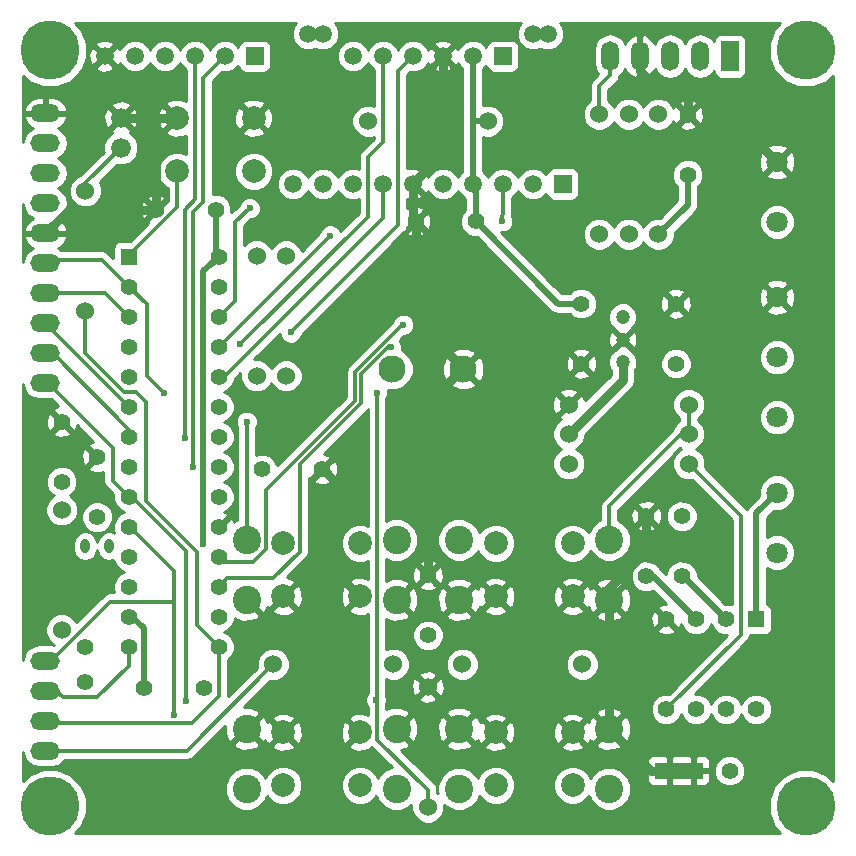
<source format=gbl>
G04 #@! TF.FileFunction,Copper,L2,Bot,Signal*
%FSLAX46Y46*%
G04 Gerber Fmt 4.6, Leading zero omitted, Abs format (unit mm)*
G04 Created by KiCad (PCBNEW 4.0.1-stable) date 2017/06/24 18:28:34*
%MOMM*%
G01*
G04 APERTURE LIST*
%ADD10C,0.100000*%
%ADD11R,1.500000X1.500000*%
%ADD12C,1.500000*%
%ADD13C,1.397000*%
%ADD14C,2.000000*%
%ADD15C,2.400000*%
%ADD16R,1.397000X1.397000*%
%ADD17C,1.524000*%
%ADD18C,2.300000*%
%ADD19C,1.800000*%
%ADD20C,1.676400*%
%ADD21O,2.500000X1.500000*%
%ADD22C,1.200000*%
%ADD23R,1.500000X2.500000*%
%ADD24O,1.500000X2.500000*%
%ADD25C,5.000000*%
%ADD26O,0.800000X1.200000*%
%ADD27C,1.400000*%
%ADD28R,2.600000X1.400000*%
%ADD29R,1.600000X1.400000*%
%ADD30C,0.600000*%
%ADD31C,0.800000*%
%ADD32C,0.500000*%
%ADD33C,0.300000*%
%ADD34C,0.254000*%
G04 APERTURE END LIST*
D10*
D11*
X151430000Y-94330000D03*
D12*
X148890000Y-94330000D03*
X146350000Y-94330000D03*
X143810000Y-94330000D03*
X141270000Y-94330000D03*
X138730000Y-94330000D03*
X136190000Y-94330000D03*
X133650000Y-94330000D03*
X131110000Y-94330000D03*
X128570000Y-94330000D03*
X148890000Y-81630000D03*
X150160000Y-81630000D03*
X131110000Y-81630000D03*
X129840000Y-81630000D03*
D13*
X112000000Y-122540000D03*
X112000000Y-117460000D03*
D14*
X118750000Y-88750000D03*
X125250000Y-88750000D03*
X125250000Y-93250000D03*
X118750000Y-93250000D03*
D15*
X155350000Y-140460000D03*
X155350000Y-145540000D03*
X142650000Y-140460000D03*
X142650000Y-145540000D03*
D14*
X145750000Y-140750000D03*
X152250000Y-140750000D03*
X152250000Y-145250000D03*
X145750000Y-145250000D03*
D16*
X114690000Y-100490000D03*
D13*
X114690000Y-103030000D03*
X114690000Y-105570000D03*
X114690000Y-108110000D03*
X114690000Y-110650000D03*
X114690000Y-113190000D03*
X114690000Y-115730000D03*
X114690000Y-118270000D03*
X114690000Y-120810000D03*
X114690000Y-123350000D03*
X114690000Y-125890000D03*
X114690000Y-128430000D03*
X114690000Y-130970000D03*
X114690000Y-133510000D03*
X122310000Y-133510000D03*
X122310000Y-130970000D03*
X122310000Y-128430000D03*
X122310000Y-125890000D03*
X122310000Y-123350000D03*
X122310000Y-120810000D03*
X122310000Y-118270000D03*
X122310000Y-115730000D03*
X122310000Y-113190000D03*
X122310000Y-110650000D03*
X122310000Y-108110000D03*
X122310000Y-105570000D03*
X122310000Y-103030000D03*
X122310000Y-100490000D03*
D17*
X134920000Y-89000000D03*
X145080000Y-89000000D03*
D15*
X124650000Y-129540000D03*
X124650000Y-124460000D03*
X137350000Y-129540000D03*
X137350000Y-124460000D03*
D14*
X134250000Y-129250000D03*
X127750000Y-129250000D03*
X127750000Y-124750000D03*
X134250000Y-124750000D03*
D15*
X142650000Y-129540000D03*
X142650000Y-124460000D03*
X155350000Y-129540000D03*
X155350000Y-124460000D03*
D14*
X152250000Y-129250000D03*
X145750000Y-129250000D03*
X145750000Y-124750000D03*
X152250000Y-124750000D03*
D18*
X137000000Y-110000000D03*
X143000000Y-110000000D03*
D13*
X162000000Y-93540000D03*
X162000000Y-88460000D03*
D19*
X169564000Y-125540000D03*
X169564000Y-120460000D03*
D16*
X167810000Y-131190000D03*
D13*
X165270000Y-131190000D03*
X162730000Y-131190000D03*
X160190000Y-131190000D03*
X160190000Y-138810000D03*
X162730000Y-138810000D03*
X165270000Y-138810000D03*
X167810000Y-138810000D03*
D19*
X169564000Y-97540000D03*
X169564000Y-92460000D03*
D11*
X125350000Y-83500000D03*
D12*
X122810000Y-83500000D03*
X120270000Y-83500000D03*
X117730000Y-83500000D03*
X115190000Y-83500000D03*
X112650000Y-83500000D03*
D11*
X146350000Y-83500000D03*
D12*
X143810000Y-83500000D03*
X141270000Y-83500000D03*
X138730000Y-83500000D03*
X136190000Y-83500000D03*
X133650000Y-83500000D03*
D19*
X169564000Y-114080000D03*
X169564000Y-109000000D03*
X169564000Y-103920000D03*
D13*
X116960000Y-96500000D03*
X122040000Y-96500000D03*
D17*
X157000000Y-98580000D03*
X157000000Y-88420000D03*
D13*
X109000000Y-119540000D03*
X109000000Y-114460000D03*
X115960000Y-137000000D03*
X121040000Y-137000000D03*
X144040000Y-97500000D03*
X138960000Y-97500000D03*
X125960000Y-118500000D03*
X131040000Y-118500000D03*
X140000000Y-132540000D03*
X140000000Y-127460000D03*
X158500000Y-127540000D03*
X158500000Y-122460000D03*
D20*
X114000000Y-91270000D03*
X114000000Y-88730000D03*
D17*
X111000000Y-94920000D03*
X111000000Y-105080000D03*
X151920000Y-115500000D03*
X162080000Y-115500000D03*
X162080000Y-113000000D03*
X151920000Y-113000000D03*
X128000000Y-100420000D03*
X128000000Y-110580000D03*
X151920000Y-118000000D03*
X162080000Y-118000000D03*
X140000000Y-147080000D03*
X140000000Y-136920000D03*
X137080000Y-135000000D03*
X126920000Y-135000000D03*
X109000000Y-132080000D03*
X109000000Y-121920000D03*
X153080000Y-135000000D03*
X142920000Y-135000000D03*
X159500000Y-98580000D03*
X159500000Y-88420000D03*
X154500000Y-98580000D03*
X154500000Y-88420000D03*
D15*
X137350000Y-140460000D03*
X137350000Y-145540000D03*
X124650000Y-140460000D03*
X124650000Y-145540000D03*
D14*
X127750000Y-140750000D03*
X134250000Y-140750000D03*
X134250000Y-145250000D03*
X127750000Y-145250000D03*
D17*
X125500000Y-100420000D03*
X125500000Y-110580000D03*
D21*
X107615000Y-101030000D03*
X107615000Y-103570000D03*
X107615000Y-106110000D03*
X107615000Y-108650000D03*
X107615000Y-111190000D03*
X107615000Y-134685000D03*
X107615000Y-137225000D03*
X107615000Y-139765000D03*
X107615000Y-142305000D03*
X107615000Y-95950000D03*
X107615000Y-93410000D03*
X107615000Y-90870000D03*
X107615000Y-98490000D03*
X107615000Y-88330000D03*
D22*
X156500000Y-105595000D03*
X156500000Y-107500000D03*
X156500000Y-109405000D03*
D23*
X165580000Y-83500000D03*
D24*
X163040000Y-83500000D03*
X160500000Y-83500000D03*
X157960000Y-83500000D03*
X155420000Y-83500000D03*
D25*
X108000000Y-83000000D03*
X172000000Y-83000000D03*
X108000000Y-147000000D03*
X172000000Y-147000000D03*
D26*
X113016000Y-125000000D03*
X110984000Y-125000000D03*
D27*
X111000000Y-136500000D03*
X111000000Y-133500000D03*
D13*
X161000000Y-104460000D03*
X161000000Y-109540000D03*
D28*
X160460000Y-144000000D03*
D27*
X165540000Y-144000000D03*
D29*
X162492000Y-144000000D03*
D13*
X161500000Y-127540000D03*
X161500000Y-122460000D03*
X153000000Y-109540000D03*
X153000000Y-104460000D03*
D30*
X139000000Y-103000000D03*
X128400000Y-106900000D03*
X124126000Y-107893000D03*
X120100000Y-118300000D03*
X119400000Y-115800000D03*
X136868300Y-108142300D03*
X137917200Y-106242500D03*
X121000000Y-124800000D03*
X135600000Y-138000000D03*
X135700000Y-112000000D03*
X117700000Y-112000000D03*
X131728000Y-98691100D03*
X146300000Y-97500000D03*
X124900000Y-96400000D03*
X124650000Y-114444000D03*
X119500000Y-138090000D03*
X118500000Y-139306000D03*
D31*
X116960000Y-96500000D02*
X116960000Y-88750000D01*
X158890000Y-144000000D02*
X155350000Y-140460000D01*
X160460000Y-144000000D02*
X158890000Y-144000000D01*
X132400000Y-127400000D02*
X134250000Y-129250000D01*
X132400000Y-119800000D02*
X132400000Y-127400000D01*
X131100000Y-118500000D02*
X132400000Y-119800000D01*
X131040000Y-118500000D02*
X131100000Y-118500000D01*
X139000000Y-103000000D02*
X138960000Y-103000000D01*
X138730000Y-97270000D02*
X138960000Y-97500000D01*
X138730000Y-94330000D02*
X138730000Y-97270000D01*
X162000000Y-88460000D02*
X162000000Y-86100000D01*
X138730000Y-94330000D02*
X138670000Y-94330000D01*
X159300000Y-86100000D02*
X162000000Y-86100000D01*
X157960000Y-84760000D02*
X159300000Y-86100000D01*
X157960000Y-83500000D02*
X157960000Y-84760000D01*
X163204000Y-86100000D02*
X169564000Y-92460000D01*
X162000000Y-86100000D02*
X163204000Y-86100000D01*
X141270000Y-91690000D02*
X141270000Y-83500000D01*
X138730000Y-94230000D02*
X141270000Y-91690000D01*
X138730000Y-94330000D02*
X138730000Y-94230000D01*
X138960000Y-97500000D02*
X138960000Y-103000000D01*
X138960000Y-105860000D02*
X143000000Y-109900000D01*
X138960000Y-103000000D02*
X138960000Y-105860000D01*
X140000000Y-112900000D02*
X140000000Y-127460000D01*
X143000000Y-109900000D02*
X140000000Y-112900000D01*
X143000000Y-109900000D02*
X143000000Y-110000000D01*
X107310000Y-98185000D02*
X107175000Y-98185000D01*
X107615000Y-98490000D02*
X107310000Y-98185000D01*
X155350000Y-129540000D02*
X155350000Y-140460000D01*
X109605000Y-96500000D02*
X107615000Y-98490000D01*
X116960000Y-96500000D02*
X109605000Y-96500000D01*
X155350000Y-128512000D02*
X155350000Y-129540000D01*
X158500000Y-125362000D02*
X155350000Y-128512000D01*
X158500000Y-122460000D02*
X158500000Y-125362000D01*
X114020000Y-88750000D02*
X114000000Y-88730000D01*
X116960000Y-88750000D02*
X114020000Y-88750000D01*
X117000000Y-88790000D02*
X117000000Y-88750000D01*
X116960000Y-88750000D02*
X117000000Y-88790000D01*
X118750000Y-88750000D02*
X117000000Y-88750000D01*
X117000000Y-88750000D02*
X116960000Y-88750000D01*
D32*
X162000000Y-96080000D02*
X162000000Y-93540000D01*
X159500000Y-98580000D02*
X162000000Y-96080000D01*
X154500000Y-98580000D02*
X154525000Y-98580000D01*
X161620000Y-127540000D02*
X165270000Y-131190000D01*
X161500000Y-127540000D02*
X161620000Y-127540000D01*
D33*
X114559000Y-100490000D02*
X114690000Y-100490000D01*
X118750000Y-96298900D02*
X114559000Y-100490000D01*
X118750000Y-93250000D02*
X118750000Y-96298900D01*
X137482000Y-97802200D02*
X128400000Y-106900000D01*
X137482000Y-84748000D02*
X137482000Y-97802200D01*
X138730000Y-83500000D02*
X137482000Y-84748000D01*
X134933000Y-97085800D02*
X124126000Y-107893000D01*
X134933000Y-92068800D02*
X134933000Y-97085800D01*
X136190000Y-90811700D02*
X134933000Y-92068800D01*
X136190000Y-83500000D02*
X136190000Y-90811700D01*
X120986000Y-85323600D02*
X122810000Y-83500000D01*
X120986000Y-95852400D02*
X120986000Y-85323600D01*
X120153000Y-96686100D02*
X120986000Y-95852400D01*
X120100000Y-118300000D02*
X120153000Y-96686100D01*
X119400000Y-96500000D02*
X119400000Y-115800000D01*
X120270000Y-95630000D02*
X119400000Y-96500000D01*
X120270000Y-83500000D02*
X120270000Y-95630000D01*
X123011500Y-127728500D02*
X122310000Y-128430000D01*
X126904200Y-127728500D02*
X123011500Y-127728500D01*
X129153300Y-125479400D02*
X126904200Y-127728500D01*
X129153300Y-118060900D02*
X129153300Y-125479400D01*
X134346700Y-112867500D02*
X129153300Y-118060900D01*
X134346700Y-110451200D02*
X134346700Y-112867500D01*
X136655600Y-108142300D02*
X134346700Y-110451200D01*
X136868300Y-108142300D02*
X136655600Y-108142300D01*
X122310000Y-125890000D02*
X122771000Y-126351000D01*
X125157800Y-126351000D02*
X122771000Y-126351000D01*
X126300000Y-125208800D02*
X125157800Y-126351000D01*
X126300000Y-120206500D02*
X126300000Y-125208800D01*
X133838500Y-112668000D02*
X126300000Y-120206500D01*
X133838500Y-110232800D02*
X133838500Y-112668000D01*
X137828800Y-106242500D02*
X133838500Y-110232800D01*
X137917200Y-106242500D02*
X137828800Y-106242500D01*
X154500000Y-86020300D02*
X154500000Y-88420000D01*
X155420000Y-85100300D02*
X154500000Y-86020300D01*
X155420000Y-83500000D02*
X155420000Y-85100300D01*
X111000000Y-94270000D02*
X111000000Y-94920000D01*
X114000000Y-91270000D02*
X111000000Y-94270000D01*
D32*
X167810000Y-122214000D02*
X169564000Y-120460000D01*
X167810000Y-131190000D02*
X167810000Y-122214000D01*
D31*
X156500000Y-110920000D02*
X151920000Y-115500000D01*
X156500000Y-109405000D02*
X156500000Y-110920000D01*
D32*
X145080000Y-89000000D02*
X143810000Y-89000000D01*
X144040000Y-94560000D02*
X143810000Y-94330000D01*
X144040000Y-97500000D02*
X144040000Y-94560000D01*
X120961000Y-124487000D02*
X121000000Y-124800000D01*
X120961000Y-101727000D02*
X120961000Y-124487000D01*
X121680000Y-101064000D02*
X120961000Y-101727000D01*
X121736000Y-101064000D02*
X122310000Y-100490000D01*
X121680000Y-101064000D02*
X121736000Y-101064000D01*
X114970000Y-130970000D02*
X114690000Y-130970000D01*
X115960000Y-131960000D02*
X114970000Y-130970000D01*
X115960000Y-137000000D02*
X115960000Y-131960000D01*
X122400000Y-100400000D02*
X121680000Y-101064000D01*
X122040000Y-100220000D02*
X122310000Y-100490000D01*
X122040000Y-96500000D02*
X122040000Y-100220000D01*
X143810000Y-83500000D02*
X143810000Y-89000000D01*
X143810000Y-89000000D02*
X143810000Y-94330000D01*
X151000000Y-104460000D02*
X144040000Y-97500000D01*
X153000000Y-104460000D02*
X151000000Y-104460000D01*
X144040000Y-97500000D02*
X144040000Y-97620000D01*
D33*
X114690000Y-133510000D02*
X114690000Y-133710000D01*
X114690000Y-133710000D02*
X114690000Y-133710000D01*
X108525000Y-137225000D02*
X107615000Y-137225000D01*
X109100000Y-137800000D02*
X108525000Y-137225000D01*
X112000000Y-137800000D02*
X109100000Y-137800000D01*
X114690000Y-135110000D02*
X112000000Y-137800000D01*
X114690000Y-133710000D02*
X114690000Y-135110000D01*
X107615000Y-137225000D02*
X107615000Y-136925000D01*
X166500000Y-122420000D02*
X162080000Y-118000000D01*
X166500000Y-132500000D02*
X166500000Y-122420000D01*
X160190000Y-138810000D02*
X166500000Y-132500000D01*
X135600000Y-138000000D02*
X135675000Y-138075000D01*
X135675000Y-138075000D02*
X135700000Y-138075000D01*
X116200000Y-110600000D02*
X117700000Y-112000000D01*
X116181000Y-104521000D02*
X116200000Y-110600000D01*
X114690000Y-103030000D02*
X116181000Y-104521000D01*
X107920000Y-100725000D02*
X107175000Y-100725000D01*
X112385000Y-100725000D02*
X107920000Y-100725000D01*
X114690000Y-103030000D02*
X112385000Y-100725000D01*
X107920000Y-100725000D02*
X107615000Y-101030000D01*
X135700000Y-141403000D02*
X135700000Y-138075000D01*
X140028000Y-145605000D02*
X135700000Y-141403000D01*
X140028000Y-147108000D02*
X140028000Y-145605000D01*
X135700000Y-138075000D02*
X135700000Y-112000000D01*
X140056000Y-147136000D02*
X140028000Y-147108000D01*
X140028000Y-147108000D02*
X140000000Y-147080000D01*
X119615000Y-142305000D02*
X107615000Y-142305000D01*
X126920000Y-135000000D02*
X119615000Y-142305000D01*
X122310000Y-137690000D02*
X122310000Y-133510000D01*
X120000000Y-140000000D02*
X122310000Y-137690000D01*
X108200000Y-140000000D02*
X120000000Y-140000000D01*
X107965000Y-139765000D02*
X108200000Y-140000000D01*
X107615000Y-139765000D02*
X107965000Y-139765000D01*
X120454000Y-131654000D02*
X122310000Y-133510000D01*
X120454000Y-125454000D02*
X120454000Y-131654000D01*
X116139000Y-121139000D02*
X120454000Y-125454000D01*
X116139000Y-112783000D02*
X116139000Y-121139000D01*
X115299000Y-111943000D02*
X116139000Y-112783000D01*
X114300000Y-111943000D02*
X115299000Y-111943000D01*
X111000000Y-108643000D02*
X114300000Y-111943000D01*
X111000000Y-105080000D02*
X111000000Y-108643000D01*
X131728000Y-98692500D02*
X131728000Y-98691100D01*
X122310000Y-108110000D02*
X131728000Y-98692500D01*
X146350000Y-96471100D02*
X146350000Y-94330000D01*
X146300000Y-97500000D02*
X146350000Y-96471100D01*
X112690000Y-103570000D02*
X107615000Y-103570000D01*
X114690000Y-105570000D02*
X112690000Y-103570000D01*
X123684000Y-97523000D02*
X124900000Y-96400000D01*
X123684000Y-104196000D02*
X123684000Y-97523000D01*
X122310000Y-105570000D02*
X123684000Y-104196000D01*
X136190000Y-97170000D02*
X122876000Y-110484000D01*
X136190000Y-94330000D02*
X136190000Y-97170000D01*
X122876000Y-110484000D02*
X122510000Y-110850000D01*
X122476000Y-110484000D02*
X122310000Y-110650000D01*
X122876000Y-110484000D02*
X122476000Y-110484000D01*
X137350000Y-124460000D02*
X137060000Y-124750000D01*
X107605000Y-106105000D02*
X107610000Y-106110000D01*
X107175000Y-106105000D02*
X107605000Y-106105000D01*
X107175000Y-105805000D02*
X107175000Y-106105000D01*
X107615000Y-106110000D02*
X107610000Y-106110000D01*
X107610000Y-106110000D02*
X114690000Y-113190000D01*
X124940000Y-124750000D02*
X124650000Y-124460000D01*
X124650000Y-124460000D02*
X124650000Y-114444000D01*
X119500000Y-125400000D02*
X119500000Y-138090000D01*
X114910000Y-120810000D02*
X119500000Y-125400000D01*
X114690000Y-120810000D02*
X114910000Y-120810000D01*
X113322000Y-119442000D02*
X114690000Y-120810000D01*
X113322000Y-116680000D02*
X113322000Y-119442000D01*
X107732000Y-111090000D02*
X113322000Y-116680000D01*
X107615000Y-111090000D02*
X107732000Y-111090000D01*
X107615000Y-111190000D02*
X107615000Y-111090000D01*
X118500000Y-127100000D02*
X118500000Y-129700000D01*
X114750000Y-123350000D02*
X118500000Y-127100000D01*
X114690000Y-123350000D02*
X114750000Y-123350000D01*
X118500000Y-129700000D02*
X118500000Y-139306000D01*
X113099000Y-129700000D02*
X118500000Y-129700000D01*
X108015000Y-134784000D02*
X113099000Y-129700000D01*
X108015000Y-134685000D02*
X108015000Y-134784000D01*
X107615000Y-134685000D02*
X108015000Y-134685000D01*
X107175000Y-108345000D02*
X107575000Y-108345000D01*
X107975000Y-108415000D02*
X114990000Y-115430000D01*
X107975000Y-108345000D02*
X107975000Y-108415000D01*
X107575000Y-108345000D02*
X107975000Y-108345000D01*
X107615000Y-108385000D02*
X107615000Y-108650000D01*
X107575000Y-108345000D02*
X107615000Y-108385000D01*
X155350000Y-121630000D02*
X161280000Y-115700000D01*
X155350000Y-124460000D02*
X155350000Y-121630000D01*
X162080000Y-114900000D02*
X162080000Y-113000000D01*
X161280000Y-115700000D02*
X162080000Y-114900000D01*
X161880000Y-115700000D02*
X162080000Y-115500000D01*
X161280000Y-115700000D02*
X161880000Y-115700000D01*
X114690000Y-115730000D02*
X114990000Y-115430000D01*
X114990000Y-115430000D02*
X115090000Y-115530000D01*
D32*
X159080000Y-127540000D02*
X162730000Y-131190000D01*
X158500000Y-127540000D02*
X159080000Y-127540000D01*
D34*
G36*
X128666539Y-80844436D02*
X128455241Y-81353298D01*
X128454760Y-81904285D01*
X128665169Y-82413515D01*
X129054436Y-82803461D01*
X129563298Y-83014759D01*
X130114285Y-83015240D01*
X130475260Y-82866089D01*
X130833298Y-83014759D01*
X131384285Y-83015240D01*
X131893515Y-82804831D01*
X132283461Y-82415564D01*
X132494759Y-81906702D01*
X132495240Y-81355715D01*
X132284831Y-80846485D01*
X132148584Y-80710000D01*
X147851209Y-80710000D01*
X147716539Y-80844436D01*
X147505241Y-81353298D01*
X147504760Y-81904285D01*
X147715169Y-82413515D01*
X148104436Y-82803461D01*
X148613298Y-83014759D01*
X149164285Y-83015240D01*
X149525260Y-82866089D01*
X149883298Y-83014759D01*
X150434285Y-83015240D01*
X150943515Y-82804831D01*
X151333461Y-82415564D01*
X151544759Y-81906702D01*
X151545240Y-81355715D01*
X151334831Y-80846485D01*
X151198584Y-80710000D01*
X169856567Y-80710000D01*
X169343826Y-81221847D01*
X168865546Y-82373674D01*
X168864457Y-83620854D01*
X169340727Y-84773515D01*
X170221847Y-85656174D01*
X171373674Y-86134454D01*
X172620854Y-86135543D01*
X173773515Y-85659273D01*
X174290000Y-85143689D01*
X174290000Y-144856567D01*
X173778153Y-144343826D01*
X172626326Y-143865546D01*
X171379146Y-143864457D01*
X170226485Y-144340727D01*
X169343826Y-145221847D01*
X168865546Y-146373674D01*
X168864457Y-147620854D01*
X169340727Y-148773515D01*
X169856311Y-149290000D01*
X110143433Y-149290000D01*
X110656174Y-148778153D01*
X111134454Y-147626326D01*
X111135543Y-146379146D01*
X110938970Y-145903403D01*
X122814682Y-145903403D01*
X123093455Y-146578086D01*
X123609199Y-147094730D01*
X124283395Y-147374681D01*
X125013403Y-147375318D01*
X125688086Y-147096545D01*
X126204730Y-146580801D01*
X126370275Y-146182125D01*
X126822637Y-146635278D01*
X127423352Y-146884716D01*
X128073795Y-146885284D01*
X128674943Y-146636894D01*
X129135278Y-146177363D01*
X129384716Y-145576648D01*
X129385284Y-144926205D01*
X129136894Y-144325057D01*
X128677363Y-143864722D01*
X128076648Y-143615284D01*
X127426205Y-143614716D01*
X126825057Y-143863106D01*
X126364722Y-144322637D01*
X126248309Y-144602991D01*
X126206545Y-144501914D01*
X125690801Y-143985270D01*
X125016605Y-143705319D01*
X124286597Y-143704682D01*
X123611914Y-143983455D01*
X123095270Y-144499199D01*
X122815319Y-145173395D01*
X122814682Y-145903403D01*
X110938970Y-145903403D01*
X110659273Y-145226485D01*
X109778153Y-144343826D01*
X108626326Y-143865546D01*
X107379146Y-143864457D01*
X106226485Y-144340727D01*
X105710000Y-144856311D01*
X105710000Y-142390108D01*
X105798498Y-142835017D01*
X106098728Y-143284343D01*
X106548054Y-143584573D01*
X107078071Y-143690000D01*
X108151929Y-143690000D01*
X108681946Y-143584573D01*
X109131272Y-143284343D01*
X109261128Y-143090000D01*
X119615000Y-143090000D01*
X119915407Y-143030245D01*
X120170079Y-142860079D01*
X121272983Y-141757175D01*
X123532430Y-141757175D01*
X123655565Y-142044788D01*
X124337734Y-142304707D01*
X125067443Y-142283786D01*
X125644435Y-142044788D01*
X125705338Y-141902532D01*
X126777073Y-141902532D01*
X126875736Y-142169387D01*
X127485461Y-142395908D01*
X128135460Y-142371856D01*
X128624264Y-142169387D01*
X128722927Y-141902532D01*
X127750000Y-140929605D01*
X126777073Y-141902532D01*
X125705338Y-141902532D01*
X125767570Y-141757175D01*
X124650000Y-140639605D01*
X123532430Y-141757175D01*
X121272983Y-141757175D01*
X122807443Y-140222715D01*
X122826214Y-140877443D01*
X123065212Y-141454435D01*
X123352825Y-141577570D01*
X124470395Y-140460000D01*
X124829605Y-140460000D01*
X125947175Y-141577570D01*
X126234788Y-141454435D01*
X126246996Y-141422395D01*
X126330613Y-141624264D01*
X126597468Y-141722927D01*
X127570395Y-140750000D01*
X127929605Y-140750000D01*
X128902532Y-141722927D01*
X129169387Y-141624264D01*
X129395908Y-141014539D01*
X129376331Y-140485461D01*
X132604092Y-140485461D01*
X132628144Y-141135460D01*
X132830613Y-141624264D01*
X133097468Y-141722927D01*
X134070395Y-140750000D01*
X133097468Y-139777073D01*
X132830613Y-139875736D01*
X132604092Y-140485461D01*
X129376331Y-140485461D01*
X129371856Y-140364540D01*
X129169387Y-139875736D01*
X128902532Y-139777073D01*
X127929605Y-140750000D01*
X127570395Y-140750000D01*
X126597468Y-139777073D01*
X126394849Y-139851986D01*
X126289425Y-139597468D01*
X126777073Y-139597468D01*
X127750000Y-140570395D01*
X128722927Y-139597468D01*
X128624264Y-139330613D01*
X128014539Y-139104092D01*
X127364540Y-139128144D01*
X126875736Y-139330613D01*
X126777073Y-139597468D01*
X126289425Y-139597468D01*
X126234788Y-139465565D01*
X125947175Y-139342430D01*
X124829605Y-140460000D01*
X124470395Y-140460000D01*
X124456253Y-140445858D01*
X124635858Y-140266253D01*
X124650000Y-140280395D01*
X125767570Y-139162825D01*
X125644435Y-138875212D01*
X124962266Y-138615293D01*
X124398708Y-138631450D01*
X126635601Y-136394557D01*
X126640900Y-136396757D01*
X127196661Y-136397242D01*
X127710303Y-136185010D01*
X128103629Y-135792370D01*
X128316757Y-135279100D01*
X128317242Y-134723339D01*
X128105010Y-134209697D01*
X127712370Y-133816371D01*
X127199100Y-133603243D01*
X126643339Y-133602758D01*
X126129697Y-133814990D01*
X125736371Y-134207630D01*
X125523243Y-134720900D01*
X125522758Y-135276661D01*
X125525805Y-135284037D01*
X123088832Y-137721010D01*
X123095000Y-137690000D01*
X123095000Y-134610579D01*
X123439827Y-134266353D01*
X123643268Y-133776413D01*
X123643731Y-133245914D01*
X123441146Y-132755620D01*
X123066353Y-132380173D01*
X122728554Y-132239906D01*
X123064380Y-132101146D01*
X123439827Y-131726353D01*
X123643268Y-131236413D01*
X123643390Y-131096351D01*
X123655565Y-131124788D01*
X124337734Y-131384707D01*
X125067443Y-131363786D01*
X125644435Y-131124788D01*
X125767570Y-130837175D01*
X124650000Y-129719605D01*
X124635858Y-129733748D01*
X124456253Y-129554143D01*
X124470395Y-129540000D01*
X124456253Y-129525858D01*
X124635858Y-129346253D01*
X124650000Y-129360395D01*
X124664143Y-129346253D01*
X124843748Y-129525858D01*
X124829605Y-129540000D01*
X125947175Y-130657570D01*
X126234788Y-130534435D01*
X126285045Y-130402532D01*
X126777073Y-130402532D01*
X126875736Y-130669387D01*
X127485461Y-130895908D01*
X128135460Y-130871856D01*
X128624264Y-130669387D01*
X128722927Y-130402532D01*
X127750000Y-129429605D01*
X126777073Y-130402532D01*
X126285045Y-130402532D01*
X126383606Y-130143857D01*
X126597468Y-130222927D01*
X127570395Y-129250000D01*
X127929605Y-129250000D01*
X128902532Y-130222927D01*
X129169387Y-130124264D01*
X129395908Y-129514539D01*
X129376331Y-128985461D01*
X132604092Y-128985461D01*
X132628144Y-129635460D01*
X132830613Y-130124264D01*
X133097468Y-130222927D01*
X134070395Y-129250000D01*
X133097468Y-128277073D01*
X132830613Y-128375736D01*
X132604092Y-128985461D01*
X129376331Y-128985461D01*
X129371856Y-128864540D01*
X129169387Y-128375736D01*
X128902532Y-128277073D01*
X127929605Y-129250000D01*
X127570395Y-129250000D01*
X127556253Y-129235858D01*
X127735858Y-129056253D01*
X127750000Y-129070395D01*
X128722927Y-128097468D01*
X128624264Y-127830613D01*
X128105116Y-127637742D01*
X129708379Y-126034479D01*
X129878545Y-125779806D01*
X129938300Y-125479400D01*
X129938300Y-119434188D01*
X130285417Y-119434188D01*
X130347071Y-119669800D01*
X130847480Y-119845927D01*
X131377199Y-119817148D01*
X131732929Y-119669800D01*
X131794583Y-119434188D01*
X131040000Y-118679605D01*
X130285417Y-119434188D01*
X129938300Y-119434188D01*
X129938300Y-119210749D01*
X130105812Y-119254583D01*
X130860395Y-118500000D01*
X131219605Y-118500000D01*
X131974188Y-119254583D01*
X132209800Y-119192929D01*
X132385927Y-118692520D01*
X132357148Y-118162801D01*
X132209800Y-117807071D01*
X131974188Y-117745417D01*
X131219605Y-118500000D01*
X130860395Y-118500000D01*
X130846253Y-118485858D01*
X131025858Y-118306253D01*
X131040000Y-118320395D01*
X131794583Y-117565812D01*
X131732929Y-117330200D01*
X131232520Y-117154073D01*
X131166710Y-117157648D01*
X134901779Y-113422579D01*
X134915000Y-113402792D01*
X134915000Y-123255780D01*
X134576648Y-123115284D01*
X133926205Y-123114716D01*
X133325057Y-123363106D01*
X132864722Y-123822637D01*
X132615284Y-124423352D01*
X132614716Y-125073795D01*
X132863106Y-125674943D01*
X133322637Y-126135278D01*
X133923352Y-126384716D01*
X134573795Y-126385284D01*
X134915000Y-126244301D01*
X134915000Y-127752869D01*
X134514539Y-127604092D01*
X133864540Y-127628144D01*
X133375736Y-127830613D01*
X133277073Y-128097468D01*
X134250000Y-129070395D01*
X134264143Y-129056253D01*
X134443748Y-129235858D01*
X134429605Y-129250000D01*
X134443748Y-129264143D01*
X134264143Y-129443748D01*
X134250000Y-129429605D01*
X133277073Y-130402532D01*
X133375736Y-130669387D01*
X133985461Y-130895908D01*
X134635460Y-130871856D01*
X134915000Y-130756067D01*
X134915000Y-137362668D01*
X134807808Y-137469673D01*
X134665162Y-137813201D01*
X134664838Y-138185167D01*
X134806883Y-138528943D01*
X134915000Y-138637249D01*
X134915000Y-139252869D01*
X134514539Y-139104092D01*
X133864540Y-139128144D01*
X133375736Y-139330613D01*
X133277073Y-139597468D01*
X134250000Y-140570395D01*
X134264143Y-140556253D01*
X134443748Y-140735858D01*
X134429605Y-140750000D01*
X134443748Y-140764143D01*
X134264143Y-140943748D01*
X134250000Y-140929605D01*
X133277073Y-141902532D01*
X133375736Y-142169387D01*
X133985461Y-142395908D01*
X134635460Y-142371856D01*
X135124264Y-142169387D01*
X135187177Y-141999225D01*
X136956558Y-143717094D01*
X136311914Y-143983455D01*
X135795270Y-144499199D01*
X135751952Y-144603519D01*
X135636894Y-144325057D01*
X135177363Y-143864722D01*
X134576648Y-143615284D01*
X133926205Y-143614716D01*
X133325057Y-143863106D01*
X132864722Y-144322637D01*
X132615284Y-144923352D01*
X132614716Y-145573795D01*
X132863106Y-146174943D01*
X133322637Y-146635278D01*
X133923352Y-146884716D01*
X134573795Y-146885284D01*
X135174943Y-146636894D01*
X135630040Y-146182592D01*
X135793455Y-146578086D01*
X136309199Y-147094730D01*
X136983395Y-147374681D01*
X137713403Y-147375318D01*
X138388086Y-147096545D01*
X138603172Y-146881833D01*
X138602758Y-147356661D01*
X138814990Y-147870303D01*
X139207630Y-148263629D01*
X139720900Y-148476757D01*
X140276661Y-148477242D01*
X140790303Y-148265010D01*
X141183629Y-147872370D01*
X141396757Y-147359100D01*
X141397173Y-146882334D01*
X141609199Y-147094730D01*
X142283395Y-147374681D01*
X143013403Y-147375318D01*
X143688086Y-147096545D01*
X144204730Y-146580801D01*
X144370275Y-146182125D01*
X144822637Y-146635278D01*
X145423352Y-146884716D01*
X146073795Y-146885284D01*
X146674943Y-146636894D01*
X147135278Y-146177363D01*
X147384716Y-145576648D01*
X147384718Y-145573795D01*
X150614716Y-145573795D01*
X150863106Y-146174943D01*
X151322637Y-146635278D01*
X151923352Y-146884716D01*
X152573795Y-146885284D01*
X153174943Y-146636894D01*
X153630040Y-146182592D01*
X153793455Y-146578086D01*
X154309199Y-147094730D01*
X154983395Y-147374681D01*
X155713403Y-147375318D01*
X156388086Y-147096545D01*
X156904730Y-146580801D01*
X157184681Y-145906605D01*
X157185318Y-145176597D01*
X156906545Y-144501914D01*
X156690758Y-144285750D01*
X158525000Y-144285750D01*
X158525000Y-144826310D01*
X158621673Y-145059699D01*
X158800302Y-145238327D01*
X159033691Y-145335000D01*
X160174250Y-145335000D01*
X160333000Y-145176250D01*
X160333000Y-144127000D01*
X160587000Y-144127000D01*
X160587000Y-145176250D01*
X160745750Y-145335000D01*
X162206250Y-145335000D01*
X162365000Y-145176250D01*
X162365000Y-144898736D01*
X162395000Y-144826310D01*
X162395000Y-144285750D01*
X162365000Y-144255750D01*
X162365000Y-144127000D01*
X162619000Y-144127000D01*
X162619000Y-145176250D01*
X162777750Y-145335000D01*
X163418309Y-145335000D01*
X163651698Y-145238327D01*
X163830327Y-145059699D01*
X163927000Y-144826310D01*
X163927000Y-144285750D01*
X163905633Y-144264383D01*
X164204769Y-144264383D01*
X164407582Y-144755229D01*
X164782796Y-145131098D01*
X165273287Y-145334768D01*
X165804383Y-145335231D01*
X166295229Y-145132418D01*
X166671098Y-144757204D01*
X166874768Y-144266713D01*
X166875231Y-143735617D01*
X166672418Y-143244771D01*
X166297204Y-142868902D01*
X165806713Y-142665232D01*
X165275617Y-142664769D01*
X164784771Y-142867582D01*
X164408902Y-143242796D01*
X164205232Y-143733287D01*
X164204769Y-144264383D01*
X163905633Y-144264383D01*
X163768250Y-144127000D01*
X162619000Y-144127000D01*
X162365000Y-144127000D01*
X160587000Y-144127000D01*
X160333000Y-144127000D01*
X158683750Y-144127000D01*
X158525000Y-144285750D01*
X156690758Y-144285750D01*
X156390801Y-143985270D01*
X155716605Y-143705319D01*
X154986597Y-143704682D01*
X154311914Y-143983455D01*
X153795270Y-144499199D01*
X153751952Y-144603519D01*
X153636894Y-144325057D01*
X153177363Y-143864722D01*
X152576648Y-143615284D01*
X151926205Y-143614716D01*
X151325057Y-143863106D01*
X150864722Y-144322637D01*
X150615284Y-144923352D01*
X150614716Y-145573795D01*
X147384718Y-145573795D01*
X147385284Y-144926205D01*
X147136894Y-144325057D01*
X146677363Y-143864722D01*
X146076648Y-143615284D01*
X145426205Y-143614716D01*
X144825057Y-143863106D01*
X144364722Y-144322637D01*
X144248309Y-144602991D01*
X144206545Y-144501914D01*
X143690801Y-143985270D01*
X143016605Y-143705319D01*
X142286597Y-143704682D01*
X141611914Y-143983455D01*
X141095270Y-144499199D01*
X140815319Y-145173395D01*
X140814682Y-145903403D01*
X140825482Y-145929541D01*
X140813000Y-145917037D01*
X140813000Y-145605000D01*
X140811849Y-145599213D01*
X140812915Y-145593406D01*
X140782009Y-145449198D01*
X140753245Y-145304594D01*
X140749966Y-145299686D01*
X140748729Y-145293915D01*
X140665002Y-145172529D01*
X140583079Y-145049921D01*
X140578171Y-145046642D01*
X140574820Y-145041783D01*
X138650711Y-143173690D01*
X158525000Y-143173690D01*
X158525000Y-143714250D01*
X158683750Y-143873000D01*
X160333000Y-143873000D01*
X160333000Y-142823750D01*
X160587000Y-142823750D01*
X160587000Y-143873000D01*
X162365000Y-143873000D01*
X162365000Y-143744250D01*
X162395000Y-143714250D01*
X162395000Y-143173690D01*
X162365000Y-143101264D01*
X162365000Y-142823750D01*
X162619000Y-142823750D01*
X162619000Y-143873000D01*
X163768250Y-143873000D01*
X163927000Y-143714250D01*
X163927000Y-143173690D01*
X163830327Y-142940301D01*
X163651698Y-142761673D01*
X163418309Y-142665000D01*
X162777750Y-142665000D01*
X162619000Y-142823750D01*
X162365000Y-142823750D01*
X162206250Y-142665000D01*
X160745750Y-142665000D01*
X160587000Y-142823750D01*
X160333000Y-142823750D01*
X160174250Y-142665000D01*
X159033691Y-142665000D01*
X158800302Y-142761673D01*
X158621673Y-142940301D01*
X158525000Y-143173690D01*
X138650711Y-143173690D01*
X137735078Y-142284714D01*
X137767443Y-142283786D01*
X138344435Y-142044788D01*
X138467570Y-141757175D01*
X141532430Y-141757175D01*
X141655565Y-142044788D01*
X142337734Y-142304707D01*
X143067443Y-142283786D01*
X143644435Y-142044788D01*
X143705338Y-141902532D01*
X144777073Y-141902532D01*
X144875736Y-142169387D01*
X145485461Y-142395908D01*
X146135460Y-142371856D01*
X146624264Y-142169387D01*
X146722927Y-141902532D01*
X151277073Y-141902532D01*
X151375736Y-142169387D01*
X151985461Y-142395908D01*
X152635460Y-142371856D01*
X153124264Y-142169387D01*
X153222927Y-141902532D01*
X153077570Y-141757175D01*
X154232430Y-141757175D01*
X154355565Y-142044788D01*
X155037734Y-142304707D01*
X155767443Y-142283786D01*
X156344435Y-142044788D01*
X156467570Y-141757175D01*
X155350000Y-140639605D01*
X154232430Y-141757175D01*
X153077570Y-141757175D01*
X152250000Y-140929605D01*
X151277073Y-141902532D01*
X146722927Y-141902532D01*
X145750000Y-140929605D01*
X144777073Y-141902532D01*
X143705338Y-141902532D01*
X143767570Y-141757175D01*
X142650000Y-140639605D01*
X141532430Y-141757175D01*
X138467570Y-141757175D01*
X137350000Y-140639605D01*
X137335858Y-140653748D01*
X137156253Y-140474143D01*
X137170395Y-140460000D01*
X137529605Y-140460000D01*
X138647175Y-141577570D01*
X138934788Y-141454435D01*
X139194707Y-140772266D01*
X139176802Y-140147734D01*
X140805293Y-140147734D01*
X140826214Y-140877443D01*
X141065212Y-141454435D01*
X141352825Y-141577570D01*
X142470395Y-140460000D01*
X142829605Y-140460000D01*
X143947175Y-141577570D01*
X144234788Y-141454435D01*
X144246996Y-141422395D01*
X144330613Y-141624264D01*
X144597468Y-141722927D01*
X145570395Y-140750000D01*
X145929605Y-140750000D01*
X146902532Y-141722927D01*
X147169387Y-141624264D01*
X147395908Y-141014539D01*
X147376331Y-140485461D01*
X150604092Y-140485461D01*
X150628144Y-141135460D01*
X150830613Y-141624264D01*
X151097468Y-141722927D01*
X152070395Y-140750000D01*
X152429605Y-140750000D01*
X153402532Y-141722927D01*
X153669387Y-141624264D01*
X153747957Y-141412778D01*
X153765212Y-141454435D01*
X154052825Y-141577570D01*
X155170395Y-140460000D01*
X155529605Y-140460000D01*
X156647175Y-141577570D01*
X156934788Y-141454435D01*
X157194707Y-140772266D01*
X157173786Y-140042557D01*
X156934788Y-139465565D01*
X156647175Y-139342430D01*
X155529605Y-140460000D01*
X155170395Y-140460000D01*
X154052825Y-139342430D01*
X153765212Y-139465565D01*
X153616394Y-139856143D01*
X153402532Y-139777073D01*
X152429605Y-140750000D01*
X152070395Y-140750000D01*
X151097468Y-139777073D01*
X150830613Y-139875736D01*
X150604092Y-140485461D01*
X147376331Y-140485461D01*
X147371856Y-140364540D01*
X147169387Y-139875736D01*
X146902532Y-139777073D01*
X145929605Y-140750000D01*
X145570395Y-140750000D01*
X144597468Y-139777073D01*
X144394849Y-139851986D01*
X144289425Y-139597468D01*
X144777073Y-139597468D01*
X145750000Y-140570395D01*
X146722927Y-139597468D01*
X151277073Y-139597468D01*
X152250000Y-140570395D01*
X153222927Y-139597468D01*
X153124264Y-139330613D01*
X152672631Y-139162825D01*
X154232430Y-139162825D01*
X155350000Y-140280395D01*
X156467570Y-139162825D01*
X156344435Y-138875212D01*
X155662266Y-138615293D01*
X154932557Y-138636214D01*
X154355565Y-138875212D01*
X154232430Y-139162825D01*
X152672631Y-139162825D01*
X152514539Y-139104092D01*
X151864540Y-139128144D01*
X151375736Y-139330613D01*
X151277073Y-139597468D01*
X146722927Y-139597468D01*
X146624264Y-139330613D01*
X146014539Y-139104092D01*
X145364540Y-139128144D01*
X144875736Y-139330613D01*
X144777073Y-139597468D01*
X144289425Y-139597468D01*
X144234788Y-139465565D01*
X143947175Y-139342430D01*
X142829605Y-140460000D01*
X142470395Y-140460000D01*
X141352825Y-139342430D01*
X141065212Y-139465565D01*
X140805293Y-140147734D01*
X139176802Y-140147734D01*
X139173786Y-140042557D01*
X138934788Y-139465565D01*
X138647175Y-139342430D01*
X137529605Y-140460000D01*
X137170395Y-140460000D01*
X137156253Y-140445858D01*
X137335858Y-140266253D01*
X137350000Y-140280395D01*
X138467570Y-139162825D01*
X141532430Y-139162825D01*
X142650000Y-140280395D01*
X143767570Y-139162825D01*
X143644435Y-138875212D01*
X142962266Y-138615293D01*
X142232557Y-138636214D01*
X141655565Y-138875212D01*
X141532430Y-139162825D01*
X138467570Y-139162825D01*
X138344435Y-138875212D01*
X137662266Y-138615293D01*
X136932557Y-138636214D01*
X136485000Y-138821598D01*
X136485000Y-138306822D01*
X136534838Y-138186799D01*
X136535087Y-137900213D01*
X139199392Y-137900213D01*
X139268857Y-138142397D01*
X139792302Y-138329144D01*
X140347368Y-138301362D01*
X140731143Y-138142397D01*
X140800608Y-137900213D01*
X140000000Y-137099605D01*
X139199392Y-137900213D01*
X136535087Y-137900213D01*
X136535162Y-137814833D01*
X136485000Y-137693431D01*
X136485000Y-136712302D01*
X138590856Y-136712302D01*
X138618638Y-137267368D01*
X138777603Y-137651143D01*
X139019787Y-137720608D01*
X139820395Y-136920000D01*
X140179605Y-136920000D01*
X140980213Y-137720608D01*
X141222397Y-137651143D01*
X141409144Y-137127698D01*
X141381362Y-136572632D01*
X141222397Y-136188857D01*
X140980213Y-136119392D01*
X140179605Y-136920000D01*
X139820395Y-136920000D01*
X139019787Y-136119392D01*
X138777603Y-136188857D01*
X138590856Y-136712302D01*
X136485000Y-136712302D01*
X136485000Y-136265584D01*
X136800900Y-136396757D01*
X137356661Y-136397242D01*
X137870303Y-136185010D01*
X138115954Y-135939787D01*
X139199392Y-135939787D01*
X140000000Y-136740395D01*
X140800608Y-135939787D01*
X140731143Y-135697603D01*
X140207698Y-135510856D01*
X139652632Y-135538638D01*
X139268857Y-135697603D01*
X139199392Y-135939787D01*
X138115954Y-135939787D01*
X138263629Y-135792370D01*
X138476757Y-135279100D01*
X138476759Y-135276661D01*
X141522758Y-135276661D01*
X141734990Y-135790303D01*
X142127630Y-136183629D01*
X142640900Y-136396757D01*
X143196661Y-136397242D01*
X143710303Y-136185010D01*
X144103629Y-135792370D01*
X144316757Y-135279100D01*
X144316759Y-135276661D01*
X151682758Y-135276661D01*
X151894990Y-135790303D01*
X152287630Y-136183629D01*
X152800900Y-136396757D01*
X153356661Y-136397242D01*
X153870303Y-136185010D01*
X154263629Y-135792370D01*
X154476757Y-135279100D01*
X154477242Y-134723339D01*
X154265010Y-134209697D01*
X153872370Y-133816371D01*
X153359100Y-133603243D01*
X152803339Y-133602758D01*
X152289697Y-133814990D01*
X151896371Y-134207630D01*
X151683243Y-134720900D01*
X151682758Y-135276661D01*
X144316759Y-135276661D01*
X144317242Y-134723339D01*
X144105010Y-134209697D01*
X143712370Y-133816371D01*
X143199100Y-133603243D01*
X142643339Y-133602758D01*
X142129697Y-133814990D01*
X141736371Y-134207630D01*
X141523243Y-134720900D01*
X141522758Y-135276661D01*
X138476759Y-135276661D01*
X138477242Y-134723339D01*
X138265010Y-134209697D01*
X137872370Y-133816371D01*
X137359100Y-133603243D01*
X136803339Y-133602758D01*
X136485000Y-133734293D01*
X136485000Y-132804086D01*
X138666269Y-132804086D01*
X138868854Y-133294380D01*
X139243647Y-133669827D01*
X139733587Y-133873268D01*
X140264086Y-133873731D01*
X140754380Y-133671146D01*
X141129827Y-133296353D01*
X141333268Y-132806413D01*
X141333731Y-132275914D01*
X141271040Y-132124188D01*
X159435417Y-132124188D01*
X159497071Y-132359800D01*
X159997480Y-132535927D01*
X160527199Y-132507148D01*
X160882929Y-132359800D01*
X160944583Y-132124188D01*
X160190000Y-131369605D01*
X159435417Y-132124188D01*
X141271040Y-132124188D01*
X141131146Y-131785620D01*
X140756353Y-131410173D01*
X140266413Y-131206732D01*
X139735914Y-131206269D01*
X139245620Y-131408854D01*
X138870173Y-131783647D01*
X138666732Y-132273587D01*
X138666269Y-132804086D01*
X136485000Y-132804086D01*
X136485000Y-131174105D01*
X137037734Y-131384707D01*
X137767443Y-131363786D01*
X138344435Y-131124788D01*
X138467570Y-130837175D01*
X141532430Y-130837175D01*
X141655565Y-131124788D01*
X142337734Y-131384707D01*
X143067443Y-131363786D01*
X143644435Y-131124788D01*
X143767570Y-130837175D01*
X142650000Y-129719605D01*
X141532430Y-130837175D01*
X138467570Y-130837175D01*
X137350000Y-129719605D01*
X137335858Y-129733748D01*
X137156253Y-129554143D01*
X137170395Y-129540000D01*
X137529605Y-129540000D01*
X138647175Y-130657570D01*
X138934788Y-130534435D01*
X139194707Y-129852266D01*
X139176802Y-129227734D01*
X140805293Y-129227734D01*
X140826214Y-129957443D01*
X141065212Y-130534435D01*
X141352825Y-130657570D01*
X142470395Y-129540000D01*
X142829605Y-129540000D01*
X143947175Y-130657570D01*
X144234788Y-130534435D01*
X144285045Y-130402532D01*
X144777073Y-130402532D01*
X144875736Y-130669387D01*
X145485461Y-130895908D01*
X146135460Y-130871856D01*
X146624264Y-130669387D01*
X146722927Y-130402532D01*
X151277073Y-130402532D01*
X151375736Y-130669387D01*
X151985461Y-130895908D01*
X152635460Y-130871856D01*
X152719187Y-130837175D01*
X154232430Y-130837175D01*
X154355565Y-131124788D01*
X155037734Y-131384707D01*
X155767443Y-131363786D01*
X156344435Y-131124788D01*
X156398939Y-130997480D01*
X158844073Y-130997480D01*
X158872852Y-131527199D01*
X159020200Y-131882929D01*
X159255812Y-131944583D01*
X160010395Y-131190000D01*
X159255812Y-130435417D01*
X159020200Y-130497071D01*
X158844073Y-130997480D01*
X156398939Y-130997480D01*
X156467570Y-130837175D01*
X155350000Y-129719605D01*
X154232430Y-130837175D01*
X152719187Y-130837175D01*
X153124264Y-130669387D01*
X153222927Y-130402532D01*
X152250000Y-129429605D01*
X151277073Y-130402532D01*
X146722927Y-130402532D01*
X145750000Y-129429605D01*
X144777073Y-130402532D01*
X144285045Y-130402532D01*
X144383606Y-130143857D01*
X144597468Y-130222927D01*
X145570395Y-129250000D01*
X145929605Y-129250000D01*
X146902532Y-130222927D01*
X147169387Y-130124264D01*
X147395908Y-129514539D01*
X147376331Y-128985461D01*
X150604092Y-128985461D01*
X150628144Y-129635460D01*
X150830613Y-130124264D01*
X151097468Y-130222927D01*
X152070395Y-129250000D01*
X152429605Y-129250000D01*
X153402532Y-130222927D01*
X153605151Y-130148014D01*
X153765212Y-130534435D01*
X154052825Y-130657570D01*
X155170395Y-129540000D01*
X155529605Y-129540000D01*
X156647175Y-130657570D01*
X156934788Y-130534435D01*
X157194707Y-129852266D01*
X157173786Y-129122557D01*
X156934788Y-128545565D01*
X156647175Y-128422430D01*
X155529605Y-129540000D01*
X155170395Y-129540000D01*
X154052825Y-128422430D01*
X153765212Y-128545565D01*
X153753004Y-128577605D01*
X153669387Y-128375736D01*
X153402532Y-128277073D01*
X152429605Y-129250000D01*
X152070395Y-129250000D01*
X151097468Y-128277073D01*
X150830613Y-128375736D01*
X150604092Y-128985461D01*
X147376331Y-128985461D01*
X147371856Y-128864540D01*
X147169387Y-128375736D01*
X146902532Y-128277073D01*
X145929605Y-129250000D01*
X145570395Y-129250000D01*
X144597468Y-128277073D01*
X144330613Y-128375736D01*
X144252043Y-128587222D01*
X144234788Y-128545565D01*
X143947175Y-128422430D01*
X142829605Y-129540000D01*
X142470395Y-129540000D01*
X141352825Y-128422430D01*
X141065212Y-128545565D01*
X140805293Y-129227734D01*
X139176802Y-129227734D01*
X139173786Y-129122557D01*
X138934788Y-128545565D01*
X138647175Y-128422430D01*
X137529605Y-129540000D01*
X137170395Y-129540000D01*
X137156253Y-129525858D01*
X137335858Y-129346253D01*
X137350000Y-129360395D01*
X138316207Y-128394188D01*
X139245417Y-128394188D01*
X139307071Y-128629800D01*
X139807480Y-128805927D01*
X140337199Y-128777148D01*
X140692929Y-128629800D01*
X140754583Y-128394188D01*
X140603220Y-128242825D01*
X141532430Y-128242825D01*
X142650000Y-129360395D01*
X143767570Y-128242825D01*
X143705339Y-128097468D01*
X144777073Y-128097468D01*
X145750000Y-129070395D01*
X146722927Y-128097468D01*
X151277073Y-128097468D01*
X152250000Y-129070395D01*
X153077570Y-128242825D01*
X154232430Y-128242825D01*
X155350000Y-129360395D01*
X156467570Y-128242825D01*
X156344435Y-127955212D01*
X155662266Y-127695293D01*
X154932557Y-127716214D01*
X154355565Y-127955212D01*
X154232430Y-128242825D01*
X153077570Y-128242825D01*
X153222927Y-128097468D01*
X153124264Y-127830613D01*
X152514539Y-127604092D01*
X151864540Y-127628144D01*
X151375736Y-127830613D01*
X151277073Y-128097468D01*
X146722927Y-128097468D01*
X146624264Y-127830613D01*
X146014539Y-127604092D01*
X145364540Y-127628144D01*
X144875736Y-127830613D01*
X144777073Y-128097468D01*
X143705339Y-128097468D01*
X143644435Y-127955212D01*
X142962266Y-127695293D01*
X142232557Y-127716214D01*
X141655565Y-127955212D01*
X141532430Y-128242825D01*
X140603220Y-128242825D01*
X140000000Y-127639605D01*
X139245417Y-128394188D01*
X138316207Y-128394188D01*
X138467570Y-128242825D01*
X138344435Y-127955212D01*
X137662266Y-127695293D01*
X136932557Y-127716214D01*
X136485000Y-127901598D01*
X136485000Y-127267480D01*
X138654073Y-127267480D01*
X138682852Y-127797199D01*
X138830200Y-128152929D01*
X139065812Y-128214583D01*
X139820395Y-127460000D01*
X140179605Y-127460000D01*
X140934188Y-128214583D01*
X141169800Y-128152929D01*
X141345927Y-127652520D01*
X141317148Y-127122801D01*
X141169800Y-126767071D01*
X140934188Y-126705417D01*
X140179605Y-127460000D01*
X139820395Y-127460000D01*
X139065812Y-126705417D01*
X138830200Y-126767071D01*
X138654073Y-127267480D01*
X136485000Y-127267480D01*
X136485000Y-126525812D01*
X139245417Y-126525812D01*
X140000000Y-127280395D01*
X140754583Y-126525812D01*
X140692929Y-126290200D01*
X140192520Y-126114073D01*
X139662801Y-126142852D01*
X139307071Y-126290200D01*
X139245417Y-126525812D01*
X136485000Y-126525812D01*
X136485000Y-126087729D01*
X136983395Y-126294681D01*
X137713403Y-126295318D01*
X138388086Y-126016545D01*
X138904730Y-125500801D01*
X139184681Y-124826605D01*
X139184683Y-124823403D01*
X140814682Y-124823403D01*
X141093455Y-125498086D01*
X141609199Y-126014730D01*
X142283395Y-126294681D01*
X143013403Y-126295318D01*
X143688086Y-126016545D01*
X144204730Y-125500801D01*
X144248048Y-125396481D01*
X144363106Y-125674943D01*
X144822637Y-126135278D01*
X145423352Y-126384716D01*
X146073795Y-126385284D01*
X146674943Y-126136894D01*
X147135278Y-125677363D01*
X147384716Y-125076648D01*
X147384718Y-125073795D01*
X150614716Y-125073795D01*
X150863106Y-125674943D01*
X151322637Y-126135278D01*
X151923352Y-126384716D01*
X152573795Y-126385284D01*
X153174943Y-126136894D01*
X153635278Y-125677363D01*
X153751691Y-125397009D01*
X153793455Y-125498086D01*
X154309199Y-126014730D01*
X154983395Y-126294681D01*
X155713403Y-126295318D01*
X156388086Y-126016545D01*
X156904730Y-125500801D01*
X157184681Y-124826605D01*
X157185318Y-124096597D01*
X156906545Y-123421914D01*
X156878868Y-123394188D01*
X157745417Y-123394188D01*
X157807071Y-123629800D01*
X158307480Y-123805927D01*
X158837199Y-123777148D01*
X159192929Y-123629800D01*
X159254583Y-123394188D01*
X158500000Y-122639605D01*
X157745417Y-123394188D01*
X156878868Y-123394188D01*
X156390801Y-122905270D01*
X156135000Y-122799052D01*
X156135000Y-122267480D01*
X157154073Y-122267480D01*
X157182852Y-122797199D01*
X157330200Y-123152929D01*
X157565812Y-123214583D01*
X158320395Y-122460000D01*
X158679605Y-122460000D01*
X159434188Y-123214583D01*
X159669800Y-123152929D01*
X159820738Y-122724086D01*
X160166269Y-122724086D01*
X160368854Y-123214380D01*
X160743647Y-123589827D01*
X161233587Y-123793268D01*
X161764086Y-123793731D01*
X162254380Y-123591146D01*
X162629827Y-123216353D01*
X162833268Y-122726413D01*
X162833731Y-122195914D01*
X162631146Y-121705620D01*
X162256353Y-121330173D01*
X161766413Y-121126732D01*
X161235914Y-121126269D01*
X160745620Y-121328854D01*
X160370173Y-121703647D01*
X160166732Y-122193587D01*
X160166269Y-122724086D01*
X159820738Y-122724086D01*
X159845927Y-122652520D01*
X159817148Y-122122801D01*
X159669800Y-121767071D01*
X159434188Y-121705417D01*
X158679605Y-122460000D01*
X158320395Y-122460000D01*
X157565812Y-121705417D01*
X157330200Y-121767071D01*
X157154073Y-122267480D01*
X156135000Y-122267480D01*
X156135000Y-121955158D01*
X156564346Y-121525812D01*
X157745417Y-121525812D01*
X158500000Y-122280395D01*
X159254583Y-121525812D01*
X159192929Y-121290200D01*
X158692520Y-121114073D01*
X158162801Y-121142852D01*
X157807071Y-121290200D01*
X157745417Y-121525812D01*
X156564346Y-121525812D01*
X161371644Y-116718514D01*
X161447228Y-116749900D01*
X161289697Y-116814990D01*
X160896371Y-117207630D01*
X160683243Y-117720900D01*
X160682758Y-118276661D01*
X160894990Y-118790303D01*
X161287630Y-119183629D01*
X161800900Y-119396757D01*
X162356661Y-119397242D01*
X162364037Y-119394195D01*
X165715000Y-122745158D01*
X165715000Y-129930888D01*
X165536413Y-129856732D01*
X165188007Y-129856428D01*
X162833534Y-127501954D01*
X162833731Y-127275914D01*
X162631146Y-126785620D01*
X162256353Y-126410173D01*
X161766413Y-126206732D01*
X161235914Y-126206269D01*
X160745620Y-126408854D01*
X160370173Y-126783647D01*
X160166732Y-127273587D01*
X160166643Y-127375064D01*
X159705790Y-126914210D01*
X159676074Y-126894355D01*
X159631146Y-126785620D01*
X159256353Y-126410173D01*
X158766413Y-126206732D01*
X158235914Y-126206269D01*
X157745620Y-126408854D01*
X157370173Y-126783647D01*
X157166732Y-127273587D01*
X157166269Y-127804086D01*
X157368854Y-128294380D01*
X157743647Y-128669827D01*
X158233587Y-128873268D01*
X158764086Y-128873731D01*
X159045764Y-128757344D01*
X160145377Y-129856957D01*
X159852801Y-129872852D01*
X159497071Y-130020200D01*
X159435417Y-130255812D01*
X160190000Y-131010395D01*
X160204143Y-130996253D01*
X160383748Y-131175858D01*
X160369605Y-131190000D01*
X161124188Y-131944583D01*
X161359800Y-131882929D01*
X161458083Y-131603688D01*
X161598854Y-131944380D01*
X161973647Y-132319827D01*
X162463587Y-132523268D01*
X162994086Y-132523731D01*
X163484380Y-132321146D01*
X163859827Y-131946353D01*
X164000094Y-131608554D01*
X164138854Y-131944380D01*
X164513647Y-132319827D01*
X165003587Y-132523268D01*
X165366257Y-132523585D01*
X160413148Y-137476694D01*
X159925914Y-137476269D01*
X159435620Y-137678854D01*
X159060173Y-138053647D01*
X158856732Y-138543587D01*
X158856269Y-139074086D01*
X159058854Y-139564380D01*
X159433647Y-139939827D01*
X159923587Y-140143268D01*
X160454086Y-140143731D01*
X160944380Y-139941146D01*
X161319827Y-139566353D01*
X161460094Y-139228554D01*
X161598854Y-139564380D01*
X161973647Y-139939827D01*
X162463587Y-140143268D01*
X162994086Y-140143731D01*
X163484380Y-139941146D01*
X163859827Y-139566353D01*
X164000094Y-139228554D01*
X164138854Y-139564380D01*
X164513647Y-139939827D01*
X165003587Y-140143268D01*
X165534086Y-140143731D01*
X166024380Y-139941146D01*
X166399827Y-139566353D01*
X166540094Y-139228554D01*
X166678854Y-139564380D01*
X167053647Y-139939827D01*
X167543587Y-140143268D01*
X168074086Y-140143731D01*
X168564380Y-139941146D01*
X168939827Y-139566353D01*
X169143268Y-139076413D01*
X169143731Y-138545914D01*
X168941146Y-138055620D01*
X168566353Y-137680173D01*
X168076413Y-137476732D01*
X167545914Y-137476269D01*
X167055620Y-137678854D01*
X166680173Y-138053647D01*
X166539906Y-138391446D01*
X166401146Y-138055620D01*
X166026353Y-137680173D01*
X165536413Y-137476732D01*
X165005914Y-137476269D01*
X164515620Y-137678854D01*
X164140173Y-138053647D01*
X163999906Y-138391446D01*
X163861146Y-138055620D01*
X163486353Y-137680173D01*
X162996413Y-137476732D01*
X162633743Y-137476415D01*
X167055079Y-133055079D01*
X167225245Y-132800406D01*
X167277852Y-132535940D01*
X168508500Y-132535940D01*
X168743817Y-132491662D01*
X168959941Y-132352590D01*
X169104931Y-132140390D01*
X169155940Y-131888500D01*
X169155940Y-130491500D01*
X169111662Y-130256183D01*
X168972590Y-130040059D01*
X168760390Y-129895069D01*
X168695000Y-129881827D01*
X168695000Y-126841233D01*
X169257330Y-127074733D01*
X169867991Y-127075265D01*
X170432371Y-126842068D01*
X170864551Y-126410643D01*
X171098733Y-125846670D01*
X171099265Y-125236009D01*
X170866068Y-124671629D01*
X170434643Y-124239449D01*
X169870670Y-124005267D01*
X169260009Y-124004735D01*
X168695629Y-124237932D01*
X168695000Y-124238560D01*
X168695000Y-122580580D01*
X169280826Y-121994753D01*
X169867991Y-121995265D01*
X170432371Y-121762068D01*
X170864551Y-121330643D01*
X171098733Y-120766670D01*
X171099265Y-120156009D01*
X170866068Y-119591629D01*
X170434643Y-119159449D01*
X169870670Y-118925267D01*
X169260009Y-118924735D01*
X168695629Y-119157932D01*
X168263449Y-119589357D01*
X168029267Y-120153330D01*
X168028753Y-120743668D01*
X167184210Y-121588210D01*
X167021653Y-121831495D01*
X163474557Y-118284399D01*
X163476757Y-118279100D01*
X163477242Y-117723339D01*
X163265010Y-117209697D01*
X162872370Y-116816371D01*
X162712772Y-116750100D01*
X162870303Y-116685010D01*
X163263629Y-116292370D01*
X163476757Y-115779100D01*
X163477242Y-115223339D01*
X163265010Y-114709697D01*
X162939873Y-114383991D01*
X168028735Y-114383991D01*
X168261932Y-114948371D01*
X168693357Y-115380551D01*
X169257330Y-115614733D01*
X169867991Y-115615265D01*
X170432371Y-115382068D01*
X170864551Y-114950643D01*
X171098733Y-114386670D01*
X171099265Y-113776009D01*
X170866068Y-113211629D01*
X170434643Y-112779449D01*
X169870670Y-112545267D01*
X169260009Y-112544735D01*
X168695629Y-112777932D01*
X168263449Y-113209357D01*
X168029267Y-113773330D01*
X168028735Y-114383991D01*
X162939873Y-114383991D01*
X162872370Y-114316371D01*
X162865000Y-114313311D01*
X162865000Y-114187201D01*
X162870303Y-114185010D01*
X163263629Y-113792370D01*
X163476757Y-113279100D01*
X163477242Y-112723339D01*
X163265010Y-112209697D01*
X162872370Y-111816371D01*
X162359100Y-111603243D01*
X161803339Y-111602758D01*
X161289697Y-111814990D01*
X160896371Y-112207630D01*
X160683243Y-112720900D01*
X160682758Y-113276661D01*
X160894990Y-113790303D01*
X161287630Y-114183629D01*
X161295000Y-114186689D01*
X161295000Y-114312799D01*
X161289697Y-114314990D01*
X160896371Y-114707630D01*
X160707600Y-115162242D01*
X154794921Y-121074921D01*
X154624755Y-121329593D01*
X154611473Y-121396367D01*
X154565000Y-121630000D01*
X154565000Y-122798882D01*
X154311914Y-122903455D01*
X153795270Y-123419199D01*
X153629725Y-123817875D01*
X153177363Y-123364722D01*
X152576648Y-123115284D01*
X151926205Y-123114716D01*
X151325057Y-123363106D01*
X150864722Y-123822637D01*
X150615284Y-124423352D01*
X150614716Y-125073795D01*
X147384718Y-125073795D01*
X147385284Y-124426205D01*
X147136894Y-123825057D01*
X146677363Y-123364722D01*
X146076648Y-123115284D01*
X145426205Y-123114716D01*
X144825057Y-123363106D01*
X144369960Y-123817408D01*
X144206545Y-123421914D01*
X143690801Y-122905270D01*
X143016605Y-122625319D01*
X142286597Y-122624682D01*
X141611914Y-122903455D01*
X141095270Y-123419199D01*
X140815319Y-124093395D01*
X140814682Y-124823403D01*
X139184683Y-124823403D01*
X139185318Y-124096597D01*
X138906545Y-123421914D01*
X138390801Y-122905270D01*
X137716605Y-122625319D01*
X136986597Y-122624682D01*
X136485000Y-122831937D01*
X136485000Y-115776661D01*
X150522758Y-115776661D01*
X150734990Y-116290303D01*
X151127630Y-116683629D01*
X151287228Y-116749900D01*
X151129697Y-116814990D01*
X150736371Y-117207630D01*
X150523243Y-117720900D01*
X150522758Y-118276661D01*
X150734990Y-118790303D01*
X151127630Y-119183629D01*
X151640900Y-119396757D01*
X152196661Y-119397242D01*
X152710303Y-119185010D01*
X153103629Y-118792370D01*
X153316757Y-118279100D01*
X153317242Y-117723339D01*
X153105010Y-117209697D01*
X152712370Y-116816371D01*
X152552772Y-116750100D01*
X152710303Y-116685010D01*
X153103629Y-116292370D01*
X153316757Y-115779100D01*
X153316942Y-115566770D01*
X157231853Y-111651858D01*
X157231856Y-111651856D01*
X157456215Y-111316077D01*
X157535001Y-110920000D01*
X157535000Y-110919995D01*
X157535000Y-110116836D01*
X157546371Y-110105485D01*
X157671522Y-109804086D01*
X159666269Y-109804086D01*
X159868854Y-110294380D01*
X160243647Y-110669827D01*
X160733587Y-110873268D01*
X161264086Y-110873731D01*
X161754380Y-110671146D01*
X162129827Y-110296353D01*
X162333268Y-109806413D01*
X162333706Y-109303991D01*
X168028735Y-109303991D01*
X168261932Y-109868371D01*
X168693357Y-110300551D01*
X169257330Y-110534733D01*
X169867991Y-110535265D01*
X170432371Y-110302068D01*
X170864551Y-109870643D01*
X171098733Y-109306670D01*
X171099265Y-108696009D01*
X170866068Y-108131629D01*
X170434643Y-107699449D01*
X169870670Y-107465267D01*
X169260009Y-107464735D01*
X168695629Y-107697932D01*
X168263449Y-108129357D01*
X168029267Y-108693330D01*
X168028735Y-109303991D01*
X162333706Y-109303991D01*
X162333731Y-109275914D01*
X162131146Y-108785620D01*
X161756353Y-108410173D01*
X161266413Y-108206732D01*
X160735914Y-108206269D01*
X160245620Y-108408854D01*
X159870173Y-108783647D01*
X159666732Y-109273587D01*
X159666269Y-109804086D01*
X157671522Y-109804086D01*
X157734785Y-109651734D01*
X157735214Y-109160421D01*
X157547592Y-108706343D01*
X157200485Y-108358629D01*
X157163785Y-108343390D01*
X156500000Y-107679605D01*
X155836881Y-108342724D01*
X155801343Y-108357408D01*
X155453629Y-108704515D01*
X155265215Y-109158266D01*
X155264786Y-109649579D01*
X155452408Y-110103657D01*
X155465000Y-110116271D01*
X155465000Y-110491289D01*
X153301471Y-112654817D01*
X153301362Y-112652632D01*
X153142397Y-112268857D01*
X152900213Y-112199392D01*
X152099605Y-113000000D01*
X152113748Y-113014143D01*
X151934143Y-113193748D01*
X151920000Y-113179605D01*
X151119392Y-113980213D01*
X151188857Y-114222397D01*
X151277367Y-114253974D01*
X151129697Y-114314990D01*
X150736371Y-114707630D01*
X150523243Y-115220900D01*
X150522758Y-115776661D01*
X136485000Y-115776661D01*
X136485000Y-112792302D01*
X150510856Y-112792302D01*
X150538638Y-113347368D01*
X150697603Y-113731143D01*
X150939787Y-113800608D01*
X151740395Y-113000000D01*
X150939787Y-112199392D01*
X150697603Y-112268857D01*
X150510856Y-112792302D01*
X136485000Y-112792302D01*
X136485000Y-112537506D01*
X136492192Y-112530327D01*
X136634838Y-112186799D01*
X136634983Y-112019787D01*
X151119392Y-112019787D01*
X151920000Y-112820395D01*
X152720608Y-112019787D01*
X152651143Y-111777603D01*
X152127698Y-111590856D01*
X151572632Y-111618638D01*
X151188857Y-111777603D01*
X151119392Y-112019787D01*
X136634983Y-112019787D01*
X136635162Y-111814833D01*
X136618424Y-111774325D01*
X136643384Y-111784689D01*
X137353501Y-111785309D01*
X138009800Y-111514132D01*
X138263348Y-111261025D01*
X141918581Y-111261025D01*
X142035601Y-111543446D01*
X142699663Y-111795018D01*
X143409448Y-111773314D01*
X143964399Y-111543446D01*
X144081419Y-111261025D01*
X143000000Y-110179605D01*
X141918581Y-111261025D01*
X138263348Y-111261025D01*
X138512367Y-111012441D01*
X138784689Y-110356616D01*
X138785262Y-109699663D01*
X141204982Y-109699663D01*
X141226686Y-110409448D01*
X141456554Y-110964399D01*
X141738975Y-111081419D01*
X142820395Y-110000000D01*
X143179605Y-110000000D01*
X144261025Y-111081419D01*
X144543446Y-110964399D01*
X144729156Y-110474188D01*
X152245417Y-110474188D01*
X152307071Y-110709800D01*
X152807480Y-110885927D01*
X153337199Y-110857148D01*
X153692929Y-110709800D01*
X153754583Y-110474188D01*
X153000000Y-109719605D01*
X152245417Y-110474188D01*
X144729156Y-110474188D01*
X144795018Y-110300337D01*
X144773314Y-109590552D01*
X144672631Y-109347480D01*
X151654073Y-109347480D01*
X151682852Y-109877199D01*
X151830200Y-110232929D01*
X152065812Y-110294583D01*
X152820395Y-109540000D01*
X153179605Y-109540000D01*
X153934188Y-110294583D01*
X154169800Y-110232929D01*
X154345927Y-109732520D01*
X154317148Y-109202801D01*
X154169800Y-108847071D01*
X153934188Y-108785417D01*
X153179605Y-109540000D01*
X152820395Y-109540000D01*
X152065812Y-108785417D01*
X151830200Y-108847071D01*
X151654073Y-109347480D01*
X144672631Y-109347480D01*
X144543446Y-109035601D01*
X144261025Y-108918581D01*
X143179605Y-110000000D01*
X142820395Y-110000000D01*
X141738975Y-108918581D01*
X141456554Y-109035601D01*
X141204982Y-109699663D01*
X138785262Y-109699663D01*
X138785309Y-109646499D01*
X138514132Y-108990200D01*
X138263345Y-108738975D01*
X141918581Y-108738975D01*
X143000000Y-109820395D01*
X144081419Y-108738975D01*
X144026244Y-108605812D01*
X152245417Y-108605812D01*
X153000000Y-109360395D01*
X153754583Y-108605812D01*
X153692929Y-108370200D01*
X153192520Y-108194073D01*
X152662801Y-108222852D01*
X152307071Y-108370200D01*
X152245417Y-108605812D01*
X144026244Y-108605812D01*
X143964399Y-108456554D01*
X143300337Y-108204982D01*
X142590552Y-108226686D01*
X142035601Y-108456554D01*
X141918581Y-108738975D01*
X138263345Y-108738975D01*
X138012441Y-108487633D01*
X137777771Y-108390190D01*
X137803138Y-108329099D01*
X137803462Y-107957133D01*
X137661417Y-107613357D01*
X137614800Y-107566658D01*
X137850422Y-107331036D01*
X155252193Y-107331036D01*
X155282518Y-107821413D01*
X155411836Y-108133617D01*
X155637265Y-108183130D01*
X156320395Y-107500000D01*
X156679605Y-107500000D01*
X157362735Y-108183130D01*
X157588164Y-108133617D01*
X157747807Y-107668964D01*
X157717482Y-107178587D01*
X157588164Y-106866383D01*
X157362735Y-106816870D01*
X156679605Y-107500000D01*
X156320395Y-107500000D01*
X155637265Y-106816870D01*
X155411836Y-106866383D01*
X155252193Y-107331036D01*
X137850422Y-107331036D01*
X138003882Y-107177576D01*
X138102367Y-107177662D01*
X138446143Y-107035617D01*
X138709392Y-106772827D01*
X138852038Y-106429299D01*
X138852362Y-106057333D01*
X138762389Y-105839579D01*
X155264786Y-105839579D01*
X155452408Y-106293657D01*
X155799515Y-106641371D01*
X155836215Y-106656610D01*
X156500000Y-107320395D01*
X157163119Y-106657276D01*
X157198657Y-106642592D01*
X157546371Y-106295485D01*
X157734785Y-105841734D01*
X157735175Y-105394188D01*
X160245417Y-105394188D01*
X160307071Y-105629800D01*
X160807480Y-105805927D01*
X161337199Y-105777148D01*
X161692929Y-105629800D01*
X161754583Y-105394188D01*
X161000000Y-104639605D01*
X160245417Y-105394188D01*
X157735175Y-105394188D01*
X157735214Y-105350421D01*
X157547592Y-104896343D01*
X157200485Y-104548629D01*
X156746734Y-104360215D01*
X156255421Y-104359786D01*
X155801343Y-104547408D01*
X155453629Y-104894515D01*
X155265215Y-105348266D01*
X155264786Y-105839579D01*
X138762389Y-105839579D01*
X138710317Y-105713557D01*
X138447527Y-105450308D01*
X138103999Y-105307662D01*
X137732033Y-105307338D01*
X137388257Y-105449383D01*
X137125008Y-105712173D01*
X137036983Y-105924159D01*
X133283421Y-109677721D01*
X133113255Y-109932393D01*
X133057905Y-110210657D01*
X133053500Y-110232800D01*
X133053500Y-112342842D01*
X127254756Y-118141586D01*
X127091146Y-117745620D01*
X126716353Y-117370173D01*
X126226413Y-117166732D01*
X125695914Y-117166269D01*
X125435000Y-117274076D01*
X125435000Y-114981506D01*
X125442192Y-114974327D01*
X125584838Y-114630799D01*
X125585162Y-114258833D01*
X125443117Y-113915057D01*
X125180327Y-113651808D01*
X124836799Y-113509162D01*
X124464833Y-113508838D01*
X124121057Y-113650883D01*
X123857808Y-113913673D01*
X123715162Y-114257201D01*
X123714838Y-114629167D01*
X123856883Y-114972943D01*
X123865000Y-114981074D01*
X123865000Y-122798882D01*
X123611914Y-122903455D01*
X123590649Y-122924683D01*
X123479800Y-122657071D01*
X123244188Y-122595417D01*
X122489605Y-123350000D01*
X122503748Y-123364143D01*
X122324143Y-123543748D01*
X122310000Y-123529605D01*
X122295858Y-123543748D01*
X122116253Y-123364143D01*
X122130395Y-123350000D01*
X122116253Y-123335858D01*
X122295858Y-123156253D01*
X122310000Y-123170395D01*
X123064583Y-122415812D01*
X123002929Y-122180200D01*
X122723688Y-122081917D01*
X123064380Y-121941146D01*
X123439827Y-121566353D01*
X123643268Y-121076413D01*
X123643731Y-120545914D01*
X123441146Y-120055620D01*
X123066353Y-119680173D01*
X122728554Y-119539906D01*
X123064380Y-119401146D01*
X123439827Y-119026353D01*
X123643268Y-118536413D01*
X123643731Y-118005914D01*
X123441146Y-117515620D01*
X123066353Y-117140173D01*
X122728554Y-116999906D01*
X123064380Y-116861146D01*
X123439827Y-116486353D01*
X123643268Y-115996413D01*
X123643731Y-115465914D01*
X123441146Y-114975620D01*
X123066353Y-114600173D01*
X122728554Y-114459906D01*
X123064380Y-114321146D01*
X123439827Y-113946353D01*
X123643268Y-113456413D01*
X123643731Y-112925914D01*
X123441146Y-112435620D01*
X123066353Y-112060173D01*
X122728554Y-111919906D01*
X123064380Y-111781146D01*
X123439827Y-111406353D01*
X123643268Y-110916413D01*
X123643346Y-110826812D01*
X124103185Y-110366973D01*
X124102758Y-110856661D01*
X124314990Y-111370303D01*
X124707630Y-111763629D01*
X125220900Y-111976757D01*
X125776661Y-111977242D01*
X126290303Y-111765010D01*
X126683629Y-111372370D01*
X126749900Y-111212772D01*
X126814990Y-111370303D01*
X127207630Y-111763629D01*
X127720900Y-111976757D01*
X128276661Y-111977242D01*
X128790303Y-111765010D01*
X129183629Y-111372370D01*
X129396757Y-110859100D01*
X129397242Y-110303339D01*
X129185010Y-109789697D01*
X128792370Y-109396371D01*
X128279100Y-109183243D01*
X127723339Y-109182758D01*
X127209697Y-109394990D01*
X126816371Y-109787630D01*
X126750100Y-109947228D01*
X126685010Y-109789697D01*
X126292370Y-109396371D01*
X125779100Y-109183243D01*
X125287344Y-109182814D01*
X127464908Y-107005250D01*
X127464838Y-107085167D01*
X127606883Y-107428943D01*
X127869673Y-107692192D01*
X128213201Y-107834838D01*
X128585167Y-107835162D01*
X128928943Y-107693117D01*
X129192192Y-107430327D01*
X129334838Y-107086799D01*
X129334849Y-107074649D01*
X137960303Y-98434188D01*
X138205417Y-98434188D01*
X138267071Y-98669800D01*
X138767480Y-98845927D01*
X139297199Y-98817148D01*
X139652929Y-98669800D01*
X139714583Y-98434188D01*
X138960000Y-97679605D01*
X138205417Y-98434188D01*
X137960303Y-98434188D01*
X138037561Y-98356796D01*
X138122353Y-98229657D01*
X138207245Y-98102606D01*
X138207313Y-98102266D01*
X138207506Y-98101976D01*
X138214688Y-98065707D01*
X138780395Y-97500000D01*
X139139605Y-97500000D01*
X139894188Y-98254583D01*
X140129800Y-98192929D01*
X140305927Y-97692520D01*
X140277148Y-97162801D01*
X140129800Y-96807071D01*
X139894188Y-96745417D01*
X139139605Y-97500000D01*
X138780395Y-97500000D01*
X138766253Y-97485858D01*
X138945858Y-97306253D01*
X138960000Y-97320395D01*
X139714583Y-96565812D01*
X139652929Y-96330200D01*
X139152520Y-96154073D01*
X138622801Y-96182852D01*
X138267071Y-96330200D01*
X138267000Y-96330471D01*
X138267000Y-95635320D01*
X138525171Y-95727201D01*
X139075448Y-95699230D01*
X139453923Y-95542460D01*
X139521912Y-95301517D01*
X138730000Y-94509605D01*
X138715858Y-94523748D01*
X138536253Y-94344143D01*
X138550395Y-94330000D01*
X138909605Y-94330000D01*
X139701517Y-95121912D01*
X139942460Y-95053923D01*
X140001732Y-94887379D01*
X140095169Y-95113515D01*
X140484436Y-95503461D01*
X140993298Y-95714759D01*
X141544285Y-95715240D01*
X142053515Y-95504831D01*
X142443461Y-95115564D01*
X142539976Y-94883130D01*
X142635169Y-95113515D01*
X143024436Y-95503461D01*
X143155000Y-95557676D01*
X143155000Y-96499246D01*
X142910173Y-96743647D01*
X142706732Y-97233587D01*
X142706269Y-97764086D01*
X142908854Y-98254380D01*
X143283647Y-98629827D01*
X143773587Y-98833268D01*
X144121992Y-98833572D01*
X150374208Y-105085787D01*
X150374210Y-105085790D01*
X150661325Y-105277633D01*
X151000000Y-105345000D01*
X151999246Y-105345000D01*
X152243647Y-105589827D01*
X152733587Y-105793268D01*
X153264086Y-105793731D01*
X153754380Y-105591146D01*
X154129827Y-105216353D01*
X154333268Y-104726413D01*
X154333668Y-104267480D01*
X159654073Y-104267480D01*
X159682852Y-104797199D01*
X159830200Y-105152929D01*
X160065812Y-105214583D01*
X160820395Y-104460000D01*
X161179605Y-104460000D01*
X161934188Y-105214583D01*
X162169800Y-105152929D01*
X162223569Y-105000159D01*
X168663446Y-105000159D01*
X168749852Y-105256643D01*
X169323336Y-105466458D01*
X169933460Y-105440839D01*
X170378148Y-105256643D01*
X170464554Y-105000159D01*
X169564000Y-104099605D01*
X168663446Y-105000159D01*
X162223569Y-105000159D01*
X162345927Y-104652520D01*
X162317148Y-104122801D01*
X162169800Y-103767071D01*
X161934188Y-103705417D01*
X161179605Y-104460000D01*
X160820395Y-104460000D01*
X160065812Y-103705417D01*
X159830200Y-103767071D01*
X159654073Y-104267480D01*
X154333668Y-104267480D01*
X154333731Y-104195914D01*
X154131146Y-103705620D01*
X153951652Y-103525812D01*
X160245417Y-103525812D01*
X161000000Y-104280395D01*
X161601059Y-103679336D01*
X168017542Y-103679336D01*
X168043161Y-104289460D01*
X168227357Y-104734148D01*
X168483841Y-104820554D01*
X169384395Y-103920000D01*
X169743605Y-103920000D01*
X170644159Y-104820554D01*
X170900643Y-104734148D01*
X171110458Y-104160664D01*
X171084839Y-103550540D01*
X170900643Y-103105852D01*
X170644159Y-103019446D01*
X169743605Y-103920000D01*
X169384395Y-103920000D01*
X168483841Y-103019446D01*
X168227357Y-103105852D01*
X168017542Y-103679336D01*
X161601059Y-103679336D01*
X161754583Y-103525812D01*
X161692929Y-103290200D01*
X161192520Y-103114073D01*
X160662801Y-103142852D01*
X160307071Y-103290200D01*
X160245417Y-103525812D01*
X153951652Y-103525812D01*
X153756353Y-103330173D01*
X153266413Y-103126732D01*
X152735914Y-103126269D01*
X152245620Y-103328854D01*
X151999044Y-103575000D01*
X151366579Y-103575000D01*
X150631420Y-102839841D01*
X168663446Y-102839841D01*
X169564000Y-103740395D01*
X170464554Y-102839841D01*
X170378148Y-102583357D01*
X169804664Y-102373542D01*
X169194540Y-102399161D01*
X168749852Y-102583357D01*
X168663446Y-102839841D01*
X150631420Y-102839841D01*
X146648240Y-98856661D01*
X153102758Y-98856661D01*
X153314990Y-99370303D01*
X153707630Y-99763629D01*
X154220900Y-99976757D01*
X154776661Y-99977242D01*
X155290303Y-99765010D01*
X155683629Y-99372370D01*
X155749900Y-99212772D01*
X155814990Y-99370303D01*
X156207630Y-99763629D01*
X156720900Y-99976757D01*
X157276661Y-99977242D01*
X157790303Y-99765010D01*
X158183629Y-99372370D01*
X158249900Y-99212772D01*
X158314990Y-99370303D01*
X158707630Y-99763629D01*
X159220900Y-99976757D01*
X159776661Y-99977242D01*
X160290303Y-99765010D01*
X160683629Y-99372370D01*
X160896757Y-98859100D01*
X160897128Y-98434452D01*
X161487588Y-97843991D01*
X168028735Y-97843991D01*
X168261932Y-98408371D01*
X168693357Y-98840551D01*
X169257330Y-99074733D01*
X169867991Y-99075265D01*
X170432371Y-98842068D01*
X170864551Y-98410643D01*
X171098733Y-97846670D01*
X171099265Y-97236009D01*
X170866068Y-96671629D01*
X170434643Y-96239449D01*
X169870670Y-96005267D01*
X169260009Y-96004735D01*
X168695629Y-96237932D01*
X168263449Y-96669357D01*
X168029267Y-97233330D01*
X168028735Y-97843991D01*
X161487588Y-97843991D01*
X162625787Y-96705792D01*
X162625790Y-96705790D01*
X162817633Y-96418675D01*
X162837182Y-96320395D01*
X162885001Y-96080000D01*
X162885000Y-96079995D01*
X162885000Y-94540754D01*
X163129827Y-94296353D01*
X163333268Y-93806413D01*
X163333500Y-93540159D01*
X168663446Y-93540159D01*
X168749852Y-93796643D01*
X169323336Y-94006458D01*
X169933460Y-93980839D01*
X170378148Y-93796643D01*
X170464554Y-93540159D01*
X169564000Y-92639605D01*
X168663446Y-93540159D01*
X163333500Y-93540159D01*
X163333731Y-93275914D01*
X163131146Y-92785620D01*
X162756353Y-92410173D01*
X162296767Y-92219336D01*
X168017542Y-92219336D01*
X168043161Y-92829460D01*
X168227357Y-93274148D01*
X168483841Y-93360554D01*
X169384395Y-92460000D01*
X169743605Y-92460000D01*
X170644159Y-93360554D01*
X170900643Y-93274148D01*
X171110458Y-92700664D01*
X171084839Y-92090540D01*
X170900643Y-91645852D01*
X170644159Y-91559446D01*
X169743605Y-92460000D01*
X169384395Y-92460000D01*
X168483841Y-91559446D01*
X168227357Y-91645852D01*
X168017542Y-92219336D01*
X162296767Y-92219336D01*
X162266413Y-92206732D01*
X161735914Y-92206269D01*
X161245620Y-92408854D01*
X160870173Y-92783647D01*
X160666732Y-93273587D01*
X160666269Y-93804086D01*
X160868854Y-94294380D01*
X161115000Y-94540956D01*
X161115000Y-95713421D01*
X159645294Y-97183126D01*
X159223339Y-97182758D01*
X158709697Y-97394990D01*
X158316371Y-97787630D01*
X158250100Y-97947228D01*
X158185010Y-97789697D01*
X157792370Y-97396371D01*
X157279100Y-97183243D01*
X156723339Y-97182758D01*
X156209697Y-97394990D01*
X155816371Y-97787630D01*
X155750100Y-97947228D01*
X155685010Y-97789697D01*
X155292370Y-97396371D01*
X154779100Y-97183243D01*
X154223339Y-97182758D01*
X153709697Y-97394990D01*
X153316371Y-97787630D01*
X153103243Y-98300900D01*
X153102758Y-98856661D01*
X146648240Y-98856661D01*
X146226516Y-98434937D01*
X146485167Y-98435162D01*
X146828943Y-98293117D01*
X147092192Y-98030327D01*
X147234838Y-97686799D01*
X147235162Y-97314833D01*
X147109683Y-97011149D01*
X147134075Y-96509203D01*
X147131227Y-96490070D01*
X147135000Y-96471100D01*
X147135000Y-95503349D01*
X147523461Y-95115564D01*
X147619976Y-94883130D01*
X147715169Y-95113515D01*
X148104436Y-95503461D01*
X148613298Y-95714759D01*
X149164285Y-95715240D01*
X149673515Y-95504831D01*
X150043080Y-95135909D01*
X150076838Y-95315317D01*
X150215910Y-95531441D01*
X150428110Y-95676431D01*
X150680000Y-95727440D01*
X152180000Y-95727440D01*
X152415317Y-95683162D01*
X152631441Y-95544090D01*
X152776431Y-95331890D01*
X152827440Y-95080000D01*
X152827440Y-93580000D01*
X152783162Y-93344683D01*
X152644090Y-93128559D01*
X152431890Y-92983569D01*
X152180000Y-92932560D01*
X150680000Y-92932560D01*
X150444683Y-92976838D01*
X150228559Y-93115910D01*
X150083569Y-93328110D01*
X150043645Y-93525262D01*
X149675564Y-93156539D01*
X149166702Y-92945241D01*
X148615715Y-92944760D01*
X148106485Y-93155169D01*
X147716539Y-93544436D01*
X147620024Y-93776870D01*
X147524831Y-93546485D01*
X147135564Y-93156539D01*
X146626702Y-92945241D01*
X146075715Y-92944760D01*
X145566485Y-93155169D01*
X145176539Y-93544436D01*
X145080024Y-93776870D01*
X144984831Y-93546485D01*
X144695000Y-93256148D01*
X144695000Y-91379841D01*
X168663446Y-91379841D01*
X169564000Y-92280395D01*
X170464554Y-91379841D01*
X170378148Y-91123357D01*
X169804664Y-90913542D01*
X169194540Y-90939161D01*
X168749852Y-91123357D01*
X168663446Y-91379841D01*
X144695000Y-91379841D01*
X144695000Y-90352784D01*
X144800900Y-90396757D01*
X145356661Y-90397242D01*
X145870303Y-90185010D01*
X146263629Y-89792370D01*
X146476757Y-89279100D01*
X146477242Y-88723339D01*
X146466219Y-88696661D01*
X153102758Y-88696661D01*
X153314990Y-89210303D01*
X153707630Y-89603629D01*
X154220900Y-89816757D01*
X154776661Y-89817242D01*
X155290303Y-89605010D01*
X155683629Y-89212370D01*
X155749900Y-89052772D01*
X155814990Y-89210303D01*
X156207630Y-89603629D01*
X156720900Y-89816757D01*
X157276661Y-89817242D01*
X157790303Y-89605010D01*
X158183629Y-89212370D01*
X158249900Y-89052772D01*
X158314990Y-89210303D01*
X158707630Y-89603629D01*
X159220900Y-89816757D01*
X159776661Y-89817242D01*
X160290303Y-89605010D01*
X160501493Y-89394188D01*
X161245417Y-89394188D01*
X161307071Y-89629800D01*
X161807480Y-89805927D01*
X162337199Y-89777148D01*
X162692929Y-89629800D01*
X162754583Y-89394188D01*
X162000000Y-88639605D01*
X161245417Y-89394188D01*
X160501493Y-89394188D01*
X160683629Y-89212370D01*
X160769331Y-89005977D01*
X160830200Y-89152929D01*
X161065812Y-89214583D01*
X161820395Y-88460000D01*
X162179605Y-88460000D01*
X162934188Y-89214583D01*
X163169800Y-89152929D01*
X163345927Y-88652520D01*
X163317148Y-88122801D01*
X163169800Y-87767071D01*
X162934188Y-87705417D01*
X162179605Y-88460000D01*
X161820395Y-88460000D01*
X161065812Y-87705417D01*
X160830200Y-87767071D01*
X160789524Y-87882640D01*
X160685010Y-87629697D01*
X160581307Y-87525812D01*
X161245417Y-87525812D01*
X162000000Y-88280395D01*
X162754583Y-87525812D01*
X162692929Y-87290200D01*
X162192520Y-87114073D01*
X161662801Y-87142852D01*
X161307071Y-87290200D01*
X161245417Y-87525812D01*
X160581307Y-87525812D01*
X160292370Y-87236371D01*
X159779100Y-87023243D01*
X159223339Y-87022758D01*
X158709697Y-87234990D01*
X158316371Y-87627630D01*
X158250100Y-87787228D01*
X158185010Y-87629697D01*
X157792370Y-87236371D01*
X157279100Y-87023243D01*
X156723339Y-87022758D01*
X156209697Y-87234990D01*
X155816371Y-87627630D01*
X155750100Y-87787228D01*
X155685010Y-87629697D01*
X155292370Y-87236371D01*
X155285000Y-87233311D01*
X155285000Y-86345458D01*
X155975076Y-85655381D01*
X155975079Y-85655379D01*
X156145245Y-85400706D01*
X156194487Y-85153152D01*
X156399343Y-85016272D01*
X156699573Y-84566946D01*
X156701846Y-84555520D01*
X156729028Y-84647349D01*
X157070460Y-85069145D01*
X157547316Y-85328173D01*
X157618815Y-85342318D01*
X157833000Y-85219656D01*
X157833000Y-83627000D01*
X157813000Y-83627000D01*
X157813000Y-83373000D01*
X157833000Y-83373000D01*
X157833000Y-81780344D01*
X158087000Y-81780344D01*
X158087000Y-83373000D01*
X158107000Y-83373000D01*
X158107000Y-83627000D01*
X158087000Y-83627000D01*
X158087000Y-85219656D01*
X158301185Y-85342318D01*
X158372684Y-85328173D01*
X158849540Y-85069145D01*
X159190972Y-84647349D01*
X159218154Y-84555520D01*
X159220427Y-84566946D01*
X159520657Y-85016272D01*
X159969983Y-85316502D01*
X160500000Y-85421929D01*
X161030017Y-85316502D01*
X161479343Y-85016272D01*
X161770000Y-84581273D01*
X162060657Y-85016272D01*
X162509983Y-85316502D01*
X163040000Y-85421929D01*
X163570017Y-85316502D01*
X164019343Y-85016272D01*
X164185790Y-84767166D01*
X164226838Y-84985317D01*
X164365910Y-85201441D01*
X164578110Y-85346431D01*
X164830000Y-85397440D01*
X166330000Y-85397440D01*
X166565317Y-85353162D01*
X166781441Y-85214090D01*
X166926431Y-85001890D01*
X166977440Y-84750000D01*
X166977440Y-82250000D01*
X166933162Y-82014683D01*
X166794090Y-81798559D01*
X166581890Y-81653569D01*
X166330000Y-81602560D01*
X164830000Y-81602560D01*
X164594683Y-81646838D01*
X164378559Y-81785910D01*
X164233569Y-81998110D01*
X164185979Y-82233116D01*
X164019343Y-81983728D01*
X163570017Y-81683498D01*
X163040000Y-81578071D01*
X162509983Y-81683498D01*
X162060657Y-81983728D01*
X161770000Y-82418727D01*
X161479343Y-81983728D01*
X161030017Y-81683498D01*
X160500000Y-81578071D01*
X159969983Y-81683498D01*
X159520657Y-81983728D01*
X159220427Y-82433054D01*
X159218154Y-82444480D01*
X159190972Y-82352651D01*
X158849540Y-81930855D01*
X158372684Y-81671827D01*
X158301185Y-81657682D01*
X158087000Y-81780344D01*
X157833000Y-81780344D01*
X157618815Y-81657682D01*
X157547316Y-81671827D01*
X157070460Y-81930855D01*
X156729028Y-82352651D01*
X156701846Y-82444480D01*
X156699573Y-82433054D01*
X156399343Y-81983728D01*
X155950017Y-81683498D01*
X155420000Y-81578071D01*
X154889983Y-81683498D01*
X154440657Y-81983728D01*
X154140427Y-82433054D01*
X154035000Y-82963071D01*
X154035000Y-84036929D01*
X154140427Y-84566946D01*
X154421917Y-84988226D01*
X153944921Y-85465221D01*
X153774755Y-85719893D01*
X153743158Y-85878740D01*
X153715000Y-86020300D01*
X153715000Y-87232799D01*
X153709697Y-87234990D01*
X153316371Y-87627630D01*
X153103243Y-88140900D01*
X153102758Y-88696661D01*
X146466219Y-88696661D01*
X146265010Y-88209697D01*
X145872370Y-87816371D01*
X145359100Y-87603243D01*
X144803339Y-87602758D01*
X144695000Y-87647523D01*
X144695000Y-84573523D01*
X144963080Y-84305909D01*
X144996838Y-84485317D01*
X145135910Y-84701441D01*
X145348110Y-84846431D01*
X145600000Y-84897440D01*
X147100000Y-84897440D01*
X147335317Y-84853162D01*
X147551441Y-84714090D01*
X147696431Y-84501890D01*
X147747440Y-84250000D01*
X147747440Y-82750000D01*
X147703162Y-82514683D01*
X147564090Y-82298559D01*
X147351890Y-82153569D01*
X147100000Y-82102560D01*
X145600000Y-82102560D01*
X145364683Y-82146838D01*
X145148559Y-82285910D01*
X145003569Y-82498110D01*
X144963645Y-82695262D01*
X144595564Y-82326539D01*
X144086702Y-82115241D01*
X143535715Y-82114760D01*
X143026485Y-82325169D01*
X142636539Y-82714436D01*
X142546623Y-82930979D01*
X142482460Y-82776077D01*
X142241517Y-82708088D01*
X141449605Y-83500000D01*
X142241517Y-84291912D01*
X142482460Y-84223923D01*
X142541732Y-84057379D01*
X142635169Y-84283515D01*
X142925000Y-84573852D01*
X142925000Y-93256477D01*
X142636539Y-93544436D01*
X142540024Y-93776870D01*
X142444831Y-93546485D01*
X142055564Y-93156539D01*
X141546702Y-92945241D01*
X140995715Y-92944760D01*
X140486485Y-93155169D01*
X140096539Y-93544436D01*
X140006623Y-93760979D01*
X139942460Y-93606077D01*
X139701517Y-93538088D01*
X138909605Y-94330000D01*
X138550395Y-94330000D01*
X138536253Y-94315858D01*
X138715858Y-94136253D01*
X138730000Y-94150395D01*
X139521912Y-93358483D01*
X139453923Y-93117540D01*
X138934829Y-92932799D01*
X138384552Y-92960770D01*
X138267000Y-93009462D01*
X138267000Y-85073158D01*
X138455397Y-84884761D01*
X139004285Y-84885240D01*
X139513515Y-84674831D01*
X139717183Y-84471517D01*
X140478088Y-84471517D01*
X140546077Y-84712460D01*
X141065171Y-84897201D01*
X141615448Y-84869230D01*
X141993923Y-84712460D01*
X142061912Y-84471517D01*
X141270000Y-83679605D01*
X140478088Y-84471517D01*
X139717183Y-84471517D01*
X139903461Y-84285564D01*
X139993377Y-84069021D01*
X140057540Y-84223923D01*
X140298483Y-84291912D01*
X141090395Y-83500000D01*
X140298483Y-82708088D01*
X140057540Y-82776077D01*
X139998268Y-82942621D01*
X139904831Y-82716485D01*
X139717157Y-82528483D01*
X140478088Y-82528483D01*
X141270000Y-83320395D01*
X142061912Y-82528483D01*
X141993923Y-82287540D01*
X141474829Y-82102799D01*
X140924552Y-82130770D01*
X140546077Y-82287540D01*
X140478088Y-82528483D01*
X139717157Y-82528483D01*
X139515564Y-82326539D01*
X139006702Y-82115241D01*
X138455715Y-82114760D01*
X137946485Y-82325169D01*
X137556539Y-82714436D01*
X137460024Y-82946870D01*
X137364831Y-82716485D01*
X136975564Y-82326539D01*
X136466702Y-82115241D01*
X135915715Y-82114760D01*
X135406485Y-82325169D01*
X135016539Y-82714436D01*
X134920024Y-82946870D01*
X134824831Y-82716485D01*
X134435564Y-82326539D01*
X133926702Y-82115241D01*
X133375715Y-82114760D01*
X132866485Y-82325169D01*
X132476539Y-82714436D01*
X132265241Y-83223298D01*
X132264760Y-83774285D01*
X132475169Y-84283515D01*
X132864436Y-84673461D01*
X133373298Y-84884759D01*
X133924285Y-84885240D01*
X134433515Y-84674831D01*
X134823461Y-84285564D01*
X134919976Y-84053130D01*
X135015169Y-84283515D01*
X135404436Y-84673461D01*
X135405000Y-84673695D01*
X135405000Y-87688740D01*
X135199100Y-87603243D01*
X134643339Y-87602758D01*
X134129697Y-87814990D01*
X133736371Y-88207630D01*
X133523243Y-88720900D01*
X133522758Y-89276661D01*
X133734990Y-89790303D01*
X134127630Y-90183629D01*
X134640900Y-90396757D01*
X135196661Y-90397242D01*
X135405000Y-90311158D01*
X135405000Y-90486560D01*
X134377899Y-91513743D01*
X134289634Y-91645852D01*
X134207755Y-91768394D01*
X134207752Y-91768408D01*
X134207743Y-91768422D01*
X134177245Y-91921775D01*
X134148000Y-92068800D01*
X134148000Y-93037132D01*
X133926702Y-92945241D01*
X133375715Y-92944760D01*
X132866485Y-93155169D01*
X132476539Y-93544436D01*
X132380024Y-93776870D01*
X132284831Y-93546485D01*
X131895564Y-93156539D01*
X131386702Y-92945241D01*
X130835715Y-92944760D01*
X130326485Y-93155169D01*
X129936539Y-93544436D01*
X129840024Y-93776870D01*
X129744831Y-93546485D01*
X129355564Y-93156539D01*
X128846702Y-92945241D01*
X128295715Y-92944760D01*
X127786485Y-93155169D01*
X127396539Y-93544436D01*
X127185241Y-94053298D01*
X127184760Y-94604285D01*
X127395169Y-95113515D01*
X127784436Y-95503461D01*
X128293298Y-95714759D01*
X128844285Y-95715240D01*
X129353515Y-95504831D01*
X129743461Y-95115564D01*
X129839976Y-94883130D01*
X129935169Y-95113515D01*
X130324436Y-95503461D01*
X130833298Y-95714759D01*
X131384285Y-95715240D01*
X131893515Y-95504831D01*
X132283461Y-95115564D01*
X132379976Y-94883130D01*
X132475169Y-95113515D01*
X132864436Y-95503461D01*
X133373298Y-95714759D01*
X133924285Y-95715240D01*
X134148000Y-95622803D01*
X134148000Y-96760647D01*
X132587020Y-98321656D01*
X132521117Y-98162157D01*
X132258327Y-97898908D01*
X131914799Y-97756262D01*
X131542833Y-97755938D01*
X131199057Y-97897983D01*
X130935808Y-98160773D01*
X130793162Y-98504301D01*
X130793151Y-98517171D01*
X129329896Y-99980348D01*
X129185010Y-99629697D01*
X128792370Y-99236371D01*
X128279100Y-99023243D01*
X127723339Y-99022758D01*
X127209697Y-99234990D01*
X126816371Y-99627630D01*
X126750100Y-99787228D01*
X126685010Y-99629697D01*
X126292370Y-99236371D01*
X125779100Y-99023243D01*
X125223339Y-99022758D01*
X124709697Y-99234990D01*
X124469000Y-99475267D01*
X124469000Y-97866586D01*
X125044471Y-97335127D01*
X125085167Y-97335162D01*
X125428943Y-97193117D01*
X125692192Y-96930327D01*
X125834838Y-96586799D01*
X125835162Y-96214833D01*
X125693117Y-95871057D01*
X125430327Y-95607808D01*
X125086799Y-95465162D01*
X124714833Y-95464838D01*
X124371057Y-95606883D01*
X124107808Y-95869673D01*
X123977560Y-96183343D01*
X123373290Y-96741398D01*
X123373731Y-96235914D01*
X123171146Y-95745620D01*
X122796353Y-95370173D01*
X122306413Y-95166732D01*
X121775914Y-95166269D01*
X121771000Y-95168299D01*
X121771000Y-93573795D01*
X123614716Y-93573795D01*
X123863106Y-94174943D01*
X124322637Y-94635278D01*
X124923352Y-94884716D01*
X125573795Y-94885284D01*
X126174943Y-94636894D01*
X126635278Y-94177363D01*
X126884716Y-93576648D01*
X126885284Y-92926205D01*
X126636894Y-92325057D01*
X126177363Y-91864722D01*
X125576648Y-91615284D01*
X124926205Y-91614716D01*
X124325057Y-91863106D01*
X123864722Y-92322637D01*
X123615284Y-92923352D01*
X123614716Y-93573795D01*
X121771000Y-93573795D01*
X121771000Y-89902532D01*
X124277073Y-89902532D01*
X124375736Y-90169387D01*
X124985461Y-90395908D01*
X125635460Y-90371856D01*
X126124264Y-90169387D01*
X126222927Y-89902532D01*
X125250000Y-88929605D01*
X124277073Y-89902532D01*
X121771000Y-89902532D01*
X121771000Y-88485461D01*
X123604092Y-88485461D01*
X123628144Y-89135460D01*
X123830613Y-89624264D01*
X124097468Y-89722927D01*
X125070395Y-88750000D01*
X125429605Y-88750000D01*
X126402532Y-89722927D01*
X126669387Y-89624264D01*
X126895908Y-89014539D01*
X126871856Y-88364540D01*
X126669387Y-87875736D01*
X126402532Y-87777073D01*
X125429605Y-88750000D01*
X125070395Y-88750000D01*
X124097468Y-87777073D01*
X123830613Y-87875736D01*
X123604092Y-88485461D01*
X121771000Y-88485461D01*
X121771000Y-87597468D01*
X124277073Y-87597468D01*
X125250000Y-88570395D01*
X126222927Y-87597468D01*
X126124264Y-87330613D01*
X125514539Y-87104092D01*
X124864540Y-87128144D01*
X124375736Y-87330613D01*
X124277073Y-87597468D01*
X121771000Y-87597468D01*
X121771000Y-85648808D01*
X122535215Y-84884761D01*
X123084285Y-84885240D01*
X123593515Y-84674831D01*
X123963080Y-84305909D01*
X123996838Y-84485317D01*
X124135910Y-84701441D01*
X124348110Y-84846431D01*
X124600000Y-84897440D01*
X126100000Y-84897440D01*
X126335317Y-84853162D01*
X126551441Y-84714090D01*
X126696431Y-84501890D01*
X126747440Y-84250000D01*
X126747440Y-82750000D01*
X126703162Y-82514683D01*
X126564090Y-82298559D01*
X126351890Y-82153569D01*
X126100000Y-82102560D01*
X124600000Y-82102560D01*
X124364683Y-82146838D01*
X124148559Y-82285910D01*
X124003569Y-82498110D01*
X123963645Y-82695262D01*
X123595564Y-82326539D01*
X123086702Y-82115241D01*
X122535715Y-82114760D01*
X122026485Y-82325169D01*
X121636539Y-82714436D01*
X121540024Y-82946870D01*
X121444831Y-82716485D01*
X121055564Y-82326539D01*
X120546702Y-82115241D01*
X119995715Y-82114760D01*
X119486485Y-82325169D01*
X119096539Y-82714436D01*
X119000024Y-82946870D01*
X118904831Y-82716485D01*
X118515564Y-82326539D01*
X118006702Y-82115241D01*
X117455715Y-82114760D01*
X116946485Y-82325169D01*
X116556539Y-82714436D01*
X116460024Y-82946870D01*
X116364831Y-82716485D01*
X115975564Y-82326539D01*
X115466702Y-82115241D01*
X114915715Y-82114760D01*
X114406485Y-82325169D01*
X114016539Y-82714436D01*
X113926623Y-82930979D01*
X113862460Y-82776077D01*
X113621517Y-82708088D01*
X112829605Y-83500000D01*
X113621517Y-84291912D01*
X113862460Y-84223923D01*
X113921732Y-84057379D01*
X114015169Y-84283515D01*
X114404436Y-84673461D01*
X114913298Y-84884759D01*
X115464285Y-84885240D01*
X115973515Y-84674831D01*
X116363461Y-84285564D01*
X116459976Y-84053130D01*
X116555169Y-84283515D01*
X116944436Y-84673461D01*
X117453298Y-84884759D01*
X118004285Y-84885240D01*
X118513515Y-84674831D01*
X118903461Y-84285564D01*
X118999976Y-84053130D01*
X119095169Y-84283515D01*
X119484436Y-84673461D01*
X119485000Y-84673695D01*
X119485000Y-87278875D01*
X119014539Y-87104092D01*
X118364540Y-87128144D01*
X117875736Y-87330613D01*
X117777073Y-87597468D01*
X118750000Y-88570395D01*
X118764143Y-88556253D01*
X118943748Y-88735858D01*
X118929605Y-88750000D01*
X118943748Y-88764143D01*
X118764143Y-88943748D01*
X118750000Y-88929605D01*
X117777073Y-89902532D01*
X117875736Y-90169387D01*
X118485461Y-90395908D01*
X119135460Y-90371856D01*
X119485000Y-90227072D01*
X119485000Y-91784846D01*
X119076648Y-91615284D01*
X118426205Y-91614716D01*
X117825057Y-91863106D01*
X117364722Y-92322637D01*
X117115284Y-92923352D01*
X117114716Y-93573795D01*
X117363106Y-94174943D01*
X117822637Y-94635278D01*
X117965000Y-94694392D01*
X117965000Y-95763947D01*
X117894188Y-95745417D01*
X117139605Y-96500000D01*
X117153748Y-96514143D01*
X116974143Y-96693748D01*
X116960000Y-96679605D01*
X116205417Y-97434188D01*
X116267071Y-97669800D01*
X116268490Y-97670299D01*
X114794764Y-99144060D01*
X113991500Y-99144060D01*
X113756183Y-99188338D01*
X113540059Y-99327410D01*
X113395069Y-99539610D01*
X113344060Y-99791500D01*
X113344060Y-100573902D01*
X112940079Y-100169921D01*
X112685407Y-99999755D01*
X112385000Y-99940000D01*
X108965662Y-99940000D01*
X108681946Y-99750427D01*
X108670520Y-99748154D01*
X108762349Y-99720972D01*
X109184145Y-99379540D01*
X109443173Y-98902684D01*
X109457318Y-98831185D01*
X109334656Y-98617000D01*
X107742000Y-98617000D01*
X107742000Y-98637000D01*
X107488000Y-98637000D01*
X107488000Y-98617000D01*
X105895344Y-98617000D01*
X105772682Y-98831185D01*
X105786827Y-98902684D01*
X106045855Y-99379540D01*
X106467651Y-99720972D01*
X106559480Y-99748154D01*
X106548054Y-99750427D01*
X106098728Y-100050657D01*
X105798498Y-100499983D01*
X105710000Y-100944892D01*
X105710000Y-96035108D01*
X105798498Y-96480017D01*
X106098728Y-96929343D01*
X106548054Y-97229573D01*
X106559480Y-97231846D01*
X106467651Y-97259028D01*
X106045855Y-97600460D01*
X105786827Y-98077316D01*
X105772682Y-98148815D01*
X105895344Y-98363000D01*
X107488000Y-98363000D01*
X107488000Y-98343000D01*
X107742000Y-98343000D01*
X107742000Y-98363000D01*
X109334656Y-98363000D01*
X109457318Y-98148815D01*
X109443173Y-98077316D01*
X109184145Y-97600460D01*
X108762349Y-97259028D01*
X108670520Y-97231846D01*
X108681946Y-97229573D01*
X109131272Y-96929343D01*
X109431502Y-96480017D01*
X109536929Y-95950000D01*
X109431502Y-95419983D01*
X109282284Y-95196661D01*
X109602758Y-95196661D01*
X109814990Y-95710303D01*
X110207630Y-96103629D01*
X110720900Y-96316757D01*
X111276661Y-96317242D01*
X111300286Y-96307480D01*
X115614073Y-96307480D01*
X115642852Y-96837199D01*
X115790200Y-97192929D01*
X116025812Y-97254583D01*
X116780395Y-96500000D01*
X116025812Y-95745417D01*
X115790200Y-95807071D01*
X115614073Y-96307480D01*
X111300286Y-96307480D01*
X111790303Y-96105010D01*
X112183629Y-95712370D01*
X112244485Y-95565812D01*
X116205417Y-95565812D01*
X116960000Y-96320395D01*
X117714583Y-95565812D01*
X117652929Y-95330200D01*
X117152520Y-95154073D01*
X116622801Y-95182852D01*
X116267071Y-95330200D01*
X116205417Y-95565812D01*
X112244485Y-95565812D01*
X112396757Y-95199100D01*
X112397242Y-94643339D01*
X112204147Y-94176011D01*
X113657301Y-92722857D01*
X113705677Y-92742944D01*
X114291752Y-92743455D01*
X114833411Y-92519647D01*
X115248190Y-92105591D01*
X115472944Y-91564323D01*
X115473455Y-90978248D01*
X115249647Y-90436589D01*
X114835591Y-90021810D01*
X114782005Y-89999559D01*
X114855808Y-89765413D01*
X114000000Y-88909605D01*
X113144192Y-89765413D01*
X113217871Y-89999164D01*
X113166589Y-90020353D01*
X112751810Y-90434409D01*
X112527056Y-90975677D01*
X112526545Y-91561752D01*
X112547463Y-91612379D01*
X110576349Y-93583493D01*
X110209697Y-93734990D01*
X109816371Y-94127630D01*
X109603243Y-94640900D01*
X109602758Y-95196661D01*
X109282284Y-95196661D01*
X109131272Y-94970657D01*
X108696273Y-94680000D01*
X109131272Y-94389343D01*
X109431502Y-93940017D01*
X109536929Y-93410000D01*
X109431502Y-92879983D01*
X109131272Y-92430657D01*
X108696273Y-92140000D01*
X109131272Y-91849343D01*
X109431502Y-91400017D01*
X109536929Y-90870000D01*
X109431502Y-90339983D01*
X109131272Y-89890657D01*
X108681946Y-89590427D01*
X108670520Y-89588154D01*
X108762349Y-89560972D01*
X109184145Y-89219540D01*
X109443173Y-88742684D01*
X109457318Y-88671185D01*
X109361629Y-88504097D01*
X112515023Y-88504097D01*
X112541611Y-89089569D01*
X112714510Y-89506983D01*
X112964587Y-89585808D01*
X113820395Y-88730000D01*
X114179605Y-88730000D01*
X115035413Y-89585808D01*
X115285490Y-89506983D01*
X115484977Y-88955903D01*
X115463613Y-88485461D01*
X117104092Y-88485461D01*
X117128144Y-89135460D01*
X117330613Y-89624264D01*
X117597468Y-89722927D01*
X118570395Y-88750000D01*
X117597468Y-87777073D01*
X117330613Y-87875736D01*
X117104092Y-88485461D01*
X115463613Y-88485461D01*
X115458389Y-88370431D01*
X115285490Y-87953017D01*
X115035413Y-87874192D01*
X114179605Y-88730000D01*
X113820395Y-88730000D01*
X112964587Y-87874192D01*
X112714510Y-87953017D01*
X112515023Y-88504097D01*
X109361629Y-88504097D01*
X109334656Y-88457000D01*
X107742000Y-88457000D01*
X107742000Y-88477000D01*
X107488000Y-88477000D01*
X107488000Y-88457000D01*
X105895344Y-88457000D01*
X105772682Y-88671185D01*
X105786827Y-88742684D01*
X106045855Y-89219540D01*
X106467651Y-89560972D01*
X106559480Y-89588154D01*
X106548054Y-89590427D01*
X106098728Y-89890657D01*
X105798498Y-90339983D01*
X105710000Y-90784892D01*
X105710000Y-87988815D01*
X105772682Y-87988815D01*
X105895344Y-88203000D01*
X107488000Y-88203000D01*
X107488000Y-86945000D01*
X107742000Y-86945000D01*
X107742000Y-88203000D01*
X109334656Y-88203000D01*
X109457318Y-87988815D01*
X109443173Y-87917316D01*
X109322187Y-87694587D01*
X113144192Y-87694587D01*
X114000000Y-88550395D01*
X114855808Y-87694587D01*
X114776983Y-87444510D01*
X114225903Y-87245023D01*
X113640431Y-87271611D01*
X113223017Y-87444510D01*
X113144192Y-87694587D01*
X109322187Y-87694587D01*
X109184145Y-87440460D01*
X108762349Y-87099028D01*
X108242000Y-86945000D01*
X107742000Y-86945000D01*
X107488000Y-86945000D01*
X106988000Y-86945000D01*
X106467651Y-87099028D01*
X106045855Y-87440460D01*
X105786827Y-87917316D01*
X105772682Y-87988815D01*
X105710000Y-87988815D01*
X105710000Y-85143433D01*
X106221847Y-85656174D01*
X107373674Y-86134454D01*
X108620854Y-86135543D01*
X109773515Y-85659273D01*
X110656174Y-84778153D01*
X110783500Y-84471517D01*
X111858088Y-84471517D01*
X111926077Y-84712460D01*
X112445171Y-84897201D01*
X112995448Y-84869230D01*
X113373923Y-84712460D01*
X113441912Y-84471517D01*
X112650000Y-83679605D01*
X111858088Y-84471517D01*
X110783500Y-84471517D01*
X111134454Y-83626326D01*
X111134743Y-83295171D01*
X111252799Y-83295171D01*
X111280770Y-83845448D01*
X111437540Y-84223923D01*
X111678483Y-84291912D01*
X112470395Y-83500000D01*
X111678483Y-82708088D01*
X111437540Y-82776077D01*
X111252799Y-83295171D01*
X111134743Y-83295171D01*
X111135412Y-82528483D01*
X111858088Y-82528483D01*
X112650000Y-83320395D01*
X113441912Y-82528483D01*
X113373923Y-82287540D01*
X112854829Y-82102799D01*
X112304552Y-82130770D01*
X111926077Y-82287540D01*
X111858088Y-82528483D01*
X111135412Y-82528483D01*
X111135543Y-82379146D01*
X110659273Y-81226485D01*
X110143689Y-80710000D01*
X128801209Y-80710000D01*
X128666539Y-80844436D01*
X128666539Y-80844436D01*
G37*
X128666539Y-80844436D02*
X128455241Y-81353298D01*
X128454760Y-81904285D01*
X128665169Y-82413515D01*
X129054436Y-82803461D01*
X129563298Y-83014759D01*
X130114285Y-83015240D01*
X130475260Y-82866089D01*
X130833298Y-83014759D01*
X131384285Y-83015240D01*
X131893515Y-82804831D01*
X132283461Y-82415564D01*
X132494759Y-81906702D01*
X132495240Y-81355715D01*
X132284831Y-80846485D01*
X132148584Y-80710000D01*
X147851209Y-80710000D01*
X147716539Y-80844436D01*
X147505241Y-81353298D01*
X147504760Y-81904285D01*
X147715169Y-82413515D01*
X148104436Y-82803461D01*
X148613298Y-83014759D01*
X149164285Y-83015240D01*
X149525260Y-82866089D01*
X149883298Y-83014759D01*
X150434285Y-83015240D01*
X150943515Y-82804831D01*
X151333461Y-82415564D01*
X151544759Y-81906702D01*
X151545240Y-81355715D01*
X151334831Y-80846485D01*
X151198584Y-80710000D01*
X169856567Y-80710000D01*
X169343826Y-81221847D01*
X168865546Y-82373674D01*
X168864457Y-83620854D01*
X169340727Y-84773515D01*
X170221847Y-85656174D01*
X171373674Y-86134454D01*
X172620854Y-86135543D01*
X173773515Y-85659273D01*
X174290000Y-85143689D01*
X174290000Y-144856567D01*
X173778153Y-144343826D01*
X172626326Y-143865546D01*
X171379146Y-143864457D01*
X170226485Y-144340727D01*
X169343826Y-145221847D01*
X168865546Y-146373674D01*
X168864457Y-147620854D01*
X169340727Y-148773515D01*
X169856311Y-149290000D01*
X110143433Y-149290000D01*
X110656174Y-148778153D01*
X111134454Y-147626326D01*
X111135543Y-146379146D01*
X110938970Y-145903403D01*
X122814682Y-145903403D01*
X123093455Y-146578086D01*
X123609199Y-147094730D01*
X124283395Y-147374681D01*
X125013403Y-147375318D01*
X125688086Y-147096545D01*
X126204730Y-146580801D01*
X126370275Y-146182125D01*
X126822637Y-146635278D01*
X127423352Y-146884716D01*
X128073795Y-146885284D01*
X128674943Y-146636894D01*
X129135278Y-146177363D01*
X129384716Y-145576648D01*
X129385284Y-144926205D01*
X129136894Y-144325057D01*
X128677363Y-143864722D01*
X128076648Y-143615284D01*
X127426205Y-143614716D01*
X126825057Y-143863106D01*
X126364722Y-144322637D01*
X126248309Y-144602991D01*
X126206545Y-144501914D01*
X125690801Y-143985270D01*
X125016605Y-143705319D01*
X124286597Y-143704682D01*
X123611914Y-143983455D01*
X123095270Y-144499199D01*
X122815319Y-145173395D01*
X122814682Y-145903403D01*
X110938970Y-145903403D01*
X110659273Y-145226485D01*
X109778153Y-144343826D01*
X108626326Y-143865546D01*
X107379146Y-143864457D01*
X106226485Y-144340727D01*
X105710000Y-144856311D01*
X105710000Y-142390108D01*
X105798498Y-142835017D01*
X106098728Y-143284343D01*
X106548054Y-143584573D01*
X107078071Y-143690000D01*
X108151929Y-143690000D01*
X108681946Y-143584573D01*
X109131272Y-143284343D01*
X109261128Y-143090000D01*
X119615000Y-143090000D01*
X119915407Y-143030245D01*
X120170079Y-142860079D01*
X121272983Y-141757175D01*
X123532430Y-141757175D01*
X123655565Y-142044788D01*
X124337734Y-142304707D01*
X125067443Y-142283786D01*
X125644435Y-142044788D01*
X125705338Y-141902532D01*
X126777073Y-141902532D01*
X126875736Y-142169387D01*
X127485461Y-142395908D01*
X128135460Y-142371856D01*
X128624264Y-142169387D01*
X128722927Y-141902532D01*
X127750000Y-140929605D01*
X126777073Y-141902532D01*
X125705338Y-141902532D01*
X125767570Y-141757175D01*
X124650000Y-140639605D01*
X123532430Y-141757175D01*
X121272983Y-141757175D01*
X122807443Y-140222715D01*
X122826214Y-140877443D01*
X123065212Y-141454435D01*
X123352825Y-141577570D01*
X124470395Y-140460000D01*
X124829605Y-140460000D01*
X125947175Y-141577570D01*
X126234788Y-141454435D01*
X126246996Y-141422395D01*
X126330613Y-141624264D01*
X126597468Y-141722927D01*
X127570395Y-140750000D01*
X127929605Y-140750000D01*
X128902532Y-141722927D01*
X129169387Y-141624264D01*
X129395908Y-141014539D01*
X129376331Y-140485461D01*
X132604092Y-140485461D01*
X132628144Y-141135460D01*
X132830613Y-141624264D01*
X133097468Y-141722927D01*
X134070395Y-140750000D01*
X133097468Y-139777073D01*
X132830613Y-139875736D01*
X132604092Y-140485461D01*
X129376331Y-140485461D01*
X129371856Y-140364540D01*
X129169387Y-139875736D01*
X128902532Y-139777073D01*
X127929605Y-140750000D01*
X127570395Y-140750000D01*
X126597468Y-139777073D01*
X126394849Y-139851986D01*
X126289425Y-139597468D01*
X126777073Y-139597468D01*
X127750000Y-140570395D01*
X128722927Y-139597468D01*
X128624264Y-139330613D01*
X128014539Y-139104092D01*
X127364540Y-139128144D01*
X126875736Y-139330613D01*
X126777073Y-139597468D01*
X126289425Y-139597468D01*
X126234788Y-139465565D01*
X125947175Y-139342430D01*
X124829605Y-140460000D01*
X124470395Y-140460000D01*
X124456253Y-140445858D01*
X124635858Y-140266253D01*
X124650000Y-140280395D01*
X125767570Y-139162825D01*
X125644435Y-138875212D01*
X124962266Y-138615293D01*
X124398708Y-138631450D01*
X126635601Y-136394557D01*
X126640900Y-136396757D01*
X127196661Y-136397242D01*
X127710303Y-136185010D01*
X128103629Y-135792370D01*
X128316757Y-135279100D01*
X128317242Y-134723339D01*
X128105010Y-134209697D01*
X127712370Y-133816371D01*
X127199100Y-133603243D01*
X126643339Y-133602758D01*
X126129697Y-133814990D01*
X125736371Y-134207630D01*
X125523243Y-134720900D01*
X125522758Y-135276661D01*
X125525805Y-135284037D01*
X123088832Y-137721010D01*
X123095000Y-137690000D01*
X123095000Y-134610579D01*
X123439827Y-134266353D01*
X123643268Y-133776413D01*
X123643731Y-133245914D01*
X123441146Y-132755620D01*
X123066353Y-132380173D01*
X122728554Y-132239906D01*
X123064380Y-132101146D01*
X123439827Y-131726353D01*
X123643268Y-131236413D01*
X123643390Y-131096351D01*
X123655565Y-131124788D01*
X124337734Y-131384707D01*
X125067443Y-131363786D01*
X125644435Y-131124788D01*
X125767570Y-130837175D01*
X124650000Y-129719605D01*
X124635858Y-129733748D01*
X124456253Y-129554143D01*
X124470395Y-129540000D01*
X124456253Y-129525858D01*
X124635858Y-129346253D01*
X124650000Y-129360395D01*
X124664143Y-129346253D01*
X124843748Y-129525858D01*
X124829605Y-129540000D01*
X125947175Y-130657570D01*
X126234788Y-130534435D01*
X126285045Y-130402532D01*
X126777073Y-130402532D01*
X126875736Y-130669387D01*
X127485461Y-130895908D01*
X128135460Y-130871856D01*
X128624264Y-130669387D01*
X128722927Y-130402532D01*
X127750000Y-129429605D01*
X126777073Y-130402532D01*
X126285045Y-130402532D01*
X126383606Y-130143857D01*
X126597468Y-130222927D01*
X127570395Y-129250000D01*
X127929605Y-129250000D01*
X128902532Y-130222927D01*
X129169387Y-130124264D01*
X129395908Y-129514539D01*
X129376331Y-128985461D01*
X132604092Y-128985461D01*
X132628144Y-129635460D01*
X132830613Y-130124264D01*
X133097468Y-130222927D01*
X134070395Y-129250000D01*
X133097468Y-128277073D01*
X132830613Y-128375736D01*
X132604092Y-128985461D01*
X129376331Y-128985461D01*
X129371856Y-128864540D01*
X129169387Y-128375736D01*
X128902532Y-128277073D01*
X127929605Y-129250000D01*
X127570395Y-129250000D01*
X127556253Y-129235858D01*
X127735858Y-129056253D01*
X127750000Y-129070395D01*
X128722927Y-128097468D01*
X128624264Y-127830613D01*
X128105116Y-127637742D01*
X129708379Y-126034479D01*
X129878545Y-125779806D01*
X129938300Y-125479400D01*
X129938300Y-119434188D01*
X130285417Y-119434188D01*
X130347071Y-119669800D01*
X130847480Y-119845927D01*
X131377199Y-119817148D01*
X131732929Y-119669800D01*
X131794583Y-119434188D01*
X131040000Y-118679605D01*
X130285417Y-119434188D01*
X129938300Y-119434188D01*
X129938300Y-119210749D01*
X130105812Y-119254583D01*
X130860395Y-118500000D01*
X131219605Y-118500000D01*
X131974188Y-119254583D01*
X132209800Y-119192929D01*
X132385927Y-118692520D01*
X132357148Y-118162801D01*
X132209800Y-117807071D01*
X131974188Y-117745417D01*
X131219605Y-118500000D01*
X130860395Y-118500000D01*
X130846253Y-118485858D01*
X131025858Y-118306253D01*
X131040000Y-118320395D01*
X131794583Y-117565812D01*
X131732929Y-117330200D01*
X131232520Y-117154073D01*
X131166710Y-117157648D01*
X134901779Y-113422579D01*
X134915000Y-113402792D01*
X134915000Y-123255780D01*
X134576648Y-123115284D01*
X133926205Y-123114716D01*
X133325057Y-123363106D01*
X132864722Y-123822637D01*
X132615284Y-124423352D01*
X132614716Y-125073795D01*
X132863106Y-125674943D01*
X133322637Y-126135278D01*
X133923352Y-126384716D01*
X134573795Y-126385284D01*
X134915000Y-126244301D01*
X134915000Y-127752869D01*
X134514539Y-127604092D01*
X133864540Y-127628144D01*
X133375736Y-127830613D01*
X133277073Y-128097468D01*
X134250000Y-129070395D01*
X134264143Y-129056253D01*
X134443748Y-129235858D01*
X134429605Y-129250000D01*
X134443748Y-129264143D01*
X134264143Y-129443748D01*
X134250000Y-129429605D01*
X133277073Y-130402532D01*
X133375736Y-130669387D01*
X133985461Y-130895908D01*
X134635460Y-130871856D01*
X134915000Y-130756067D01*
X134915000Y-137362668D01*
X134807808Y-137469673D01*
X134665162Y-137813201D01*
X134664838Y-138185167D01*
X134806883Y-138528943D01*
X134915000Y-138637249D01*
X134915000Y-139252869D01*
X134514539Y-139104092D01*
X133864540Y-139128144D01*
X133375736Y-139330613D01*
X133277073Y-139597468D01*
X134250000Y-140570395D01*
X134264143Y-140556253D01*
X134443748Y-140735858D01*
X134429605Y-140750000D01*
X134443748Y-140764143D01*
X134264143Y-140943748D01*
X134250000Y-140929605D01*
X133277073Y-141902532D01*
X133375736Y-142169387D01*
X133985461Y-142395908D01*
X134635460Y-142371856D01*
X135124264Y-142169387D01*
X135187177Y-141999225D01*
X136956558Y-143717094D01*
X136311914Y-143983455D01*
X135795270Y-144499199D01*
X135751952Y-144603519D01*
X135636894Y-144325057D01*
X135177363Y-143864722D01*
X134576648Y-143615284D01*
X133926205Y-143614716D01*
X133325057Y-143863106D01*
X132864722Y-144322637D01*
X132615284Y-144923352D01*
X132614716Y-145573795D01*
X132863106Y-146174943D01*
X133322637Y-146635278D01*
X133923352Y-146884716D01*
X134573795Y-146885284D01*
X135174943Y-146636894D01*
X135630040Y-146182592D01*
X135793455Y-146578086D01*
X136309199Y-147094730D01*
X136983395Y-147374681D01*
X137713403Y-147375318D01*
X138388086Y-147096545D01*
X138603172Y-146881833D01*
X138602758Y-147356661D01*
X138814990Y-147870303D01*
X139207630Y-148263629D01*
X139720900Y-148476757D01*
X140276661Y-148477242D01*
X140790303Y-148265010D01*
X141183629Y-147872370D01*
X141396757Y-147359100D01*
X141397173Y-146882334D01*
X141609199Y-147094730D01*
X142283395Y-147374681D01*
X143013403Y-147375318D01*
X143688086Y-147096545D01*
X144204730Y-146580801D01*
X144370275Y-146182125D01*
X144822637Y-146635278D01*
X145423352Y-146884716D01*
X146073795Y-146885284D01*
X146674943Y-146636894D01*
X147135278Y-146177363D01*
X147384716Y-145576648D01*
X147384718Y-145573795D01*
X150614716Y-145573795D01*
X150863106Y-146174943D01*
X151322637Y-146635278D01*
X151923352Y-146884716D01*
X152573795Y-146885284D01*
X153174943Y-146636894D01*
X153630040Y-146182592D01*
X153793455Y-146578086D01*
X154309199Y-147094730D01*
X154983395Y-147374681D01*
X155713403Y-147375318D01*
X156388086Y-147096545D01*
X156904730Y-146580801D01*
X157184681Y-145906605D01*
X157185318Y-145176597D01*
X156906545Y-144501914D01*
X156690758Y-144285750D01*
X158525000Y-144285750D01*
X158525000Y-144826310D01*
X158621673Y-145059699D01*
X158800302Y-145238327D01*
X159033691Y-145335000D01*
X160174250Y-145335000D01*
X160333000Y-145176250D01*
X160333000Y-144127000D01*
X160587000Y-144127000D01*
X160587000Y-145176250D01*
X160745750Y-145335000D01*
X162206250Y-145335000D01*
X162365000Y-145176250D01*
X162365000Y-144898736D01*
X162395000Y-144826310D01*
X162395000Y-144285750D01*
X162365000Y-144255750D01*
X162365000Y-144127000D01*
X162619000Y-144127000D01*
X162619000Y-145176250D01*
X162777750Y-145335000D01*
X163418309Y-145335000D01*
X163651698Y-145238327D01*
X163830327Y-145059699D01*
X163927000Y-144826310D01*
X163927000Y-144285750D01*
X163905633Y-144264383D01*
X164204769Y-144264383D01*
X164407582Y-144755229D01*
X164782796Y-145131098D01*
X165273287Y-145334768D01*
X165804383Y-145335231D01*
X166295229Y-145132418D01*
X166671098Y-144757204D01*
X166874768Y-144266713D01*
X166875231Y-143735617D01*
X166672418Y-143244771D01*
X166297204Y-142868902D01*
X165806713Y-142665232D01*
X165275617Y-142664769D01*
X164784771Y-142867582D01*
X164408902Y-143242796D01*
X164205232Y-143733287D01*
X164204769Y-144264383D01*
X163905633Y-144264383D01*
X163768250Y-144127000D01*
X162619000Y-144127000D01*
X162365000Y-144127000D01*
X160587000Y-144127000D01*
X160333000Y-144127000D01*
X158683750Y-144127000D01*
X158525000Y-144285750D01*
X156690758Y-144285750D01*
X156390801Y-143985270D01*
X155716605Y-143705319D01*
X154986597Y-143704682D01*
X154311914Y-143983455D01*
X153795270Y-144499199D01*
X153751952Y-144603519D01*
X153636894Y-144325057D01*
X153177363Y-143864722D01*
X152576648Y-143615284D01*
X151926205Y-143614716D01*
X151325057Y-143863106D01*
X150864722Y-144322637D01*
X150615284Y-144923352D01*
X150614716Y-145573795D01*
X147384718Y-145573795D01*
X147385284Y-144926205D01*
X147136894Y-144325057D01*
X146677363Y-143864722D01*
X146076648Y-143615284D01*
X145426205Y-143614716D01*
X144825057Y-143863106D01*
X144364722Y-144322637D01*
X144248309Y-144602991D01*
X144206545Y-144501914D01*
X143690801Y-143985270D01*
X143016605Y-143705319D01*
X142286597Y-143704682D01*
X141611914Y-143983455D01*
X141095270Y-144499199D01*
X140815319Y-145173395D01*
X140814682Y-145903403D01*
X140825482Y-145929541D01*
X140813000Y-145917037D01*
X140813000Y-145605000D01*
X140811849Y-145599213D01*
X140812915Y-145593406D01*
X140782009Y-145449198D01*
X140753245Y-145304594D01*
X140749966Y-145299686D01*
X140748729Y-145293915D01*
X140665002Y-145172529D01*
X140583079Y-145049921D01*
X140578171Y-145046642D01*
X140574820Y-145041783D01*
X138650711Y-143173690D01*
X158525000Y-143173690D01*
X158525000Y-143714250D01*
X158683750Y-143873000D01*
X160333000Y-143873000D01*
X160333000Y-142823750D01*
X160587000Y-142823750D01*
X160587000Y-143873000D01*
X162365000Y-143873000D01*
X162365000Y-143744250D01*
X162395000Y-143714250D01*
X162395000Y-143173690D01*
X162365000Y-143101264D01*
X162365000Y-142823750D01*
X162619000Y-142823750D01*
X162619000Y-143873000D01*
X163768250Y-143873000D01*
X163927000Y-143714250D01*
X163927000Y-143173690D01*
X163830327Y-142940301D01*
X163651698Y-142761673D01*
X163418309Y-142665000D01*
X162777750Y-142665000D01*
X162619000Y-142823750D01*
X162365000Y-142823750D01*
X162206250Y-142665000D01*
X160745750Y-142665000D01*
X160587000Y-142823750D01*
X160333000Y-142823750D01*
X160174250Y-142665000D01*
X159033691Y-142665000D01*
X158800302Y-142761673D01*
X158621673Y-142940301D01*
X158525000Y-143173690D01*
X138650711Y-143173690D01*
X137735078Y-142284714D01*
X137767443Y-142283786D01*
X138344435Y-142044788D01*
X138467570Y-141757175D01*
X141532430Y-141757175D01*
X141655565Y-142044788D01*
X142337734Y-142304707D01*
X143067443Y-142283786D01*
X143644435Y-142044788D01*
X143705338Y-141902532D01*
X144777073Y-141902532D01*
X144875736Y-142169387D01*
X145485461Y-142395908D01*
X146135460Y-142371856D01*
X146624264Y-142169387D01*
X146722927Y-141902532D01*
X151277073Y-141902532D01*
X151375736Y-142169387D01*
X151985461Y-142395908D01*
X152635460Y-142371856D01*
X153124264Y-142169387D01*
X153222927Y-141902532D01*
X153077570Y-141757175D01*
X154232430Y-141757175D01*
X154355565Y-142044788D01*
X155037734Y-142304707D01*
X155767443Y-142283786D01*
X156344435Y-142044788D01*
X156467570Y-141757175D01*
X155350000Y-140639605D01*
X154232430Y-141757175D01*
X153077570Y-141757175D01*
X152250000Y-140929605D01*
X151277073Y-141902532D01*
X146722927Y-141902532D01*
X145750000Y-140929605D01*
X144777073Y-141902532D01*
X143705338Y-141902532D01*
X143767570Y-141757175D01*
X142650000Y-140639605D01*
X141532430Y-141757175D01*
X138467570Y-141757175D01*
X137350000Y-140639605D01*
X137335858Y-140653748D01*
X137156253Y-140474143D01*
X137170395Y-140460000D01*
X137529605Y-140460000D01*
X138647175Y-141577570D01*
X138934788Y-141454435D01*
X139194707Y-140772266D01*
X139176802Y-140147734D01*
X140805293Y-140147734D01*
X140826214Y-140877443D01*
X141065212Y-141454435D01*
X141352825Y-141577570D01*
X142470395Y-140460000D01*
X142829605Y-140460000D01*
X143947175Y-141577570D01*
X144234788Y-141454435D01*
X144246996Y-141422395D01*
X144330613Y-141624264D01*
X144597468Y-141722927D01*
X145570395Y-140750000D01*
X145929605Y-140750000D01*
X146902532Y-141722927D01*
X147169387Y-141624264D01*
X147395908Y-141014539D01*
X147376331Y-140485461D01*
X150604092Y-140485461D01*
X150628144Y-141135460D01*
X150830613Y-141624264D01*
X151097468Y-141722927D01*
X152070395Y-140750000D01*
X152429605Y-140750000D01*
X153402532Y-141722927D01*
X153669387Y-141624264D01*
X153747957Y-141412778D01*
X153765212Y-141454435D01*
X154052825Y-141577570D01*
X155170395Y-140460000D01*
X155529605Y-140460000D01*
X156647175Y-141577570D01*
X156934788Y-141454435D01*
X157194707Y-140772266D01*
X157173786Y-140042557D01*
X156934788Y-139465565D01*
X156647175Y-139342430D01*
X155529605Y-140460000D01*
X155170395Y-140460000D01*
X154052825Y-139342430D01*
X153765212Y-139465565D01*
X153616394Y-139856143D01*
X153402532Y-139777073D01*
X152429605Y-140750000D01*
X152070395Y-140750000D01*
X151097468Y-139777073D01*
X150830613Y-139875736D01*
X150604092Y-140485461D01*
X147376331Y-140485461D01*
X147371856Y-140364540D01*
X147169387Y-139875736D01*
X146902532Y-139777073D01*
X145929605Y-140750000D01*
X145570395Y-140750000D01*
X144597468Y-139777073D01*
X144394849Y-139851986D01*
X144289425Y-139597468D01*
X144777073Y-139597468D01*
X145750000Y-140570395D01*
X146722927Y-139597468D01*
X151277073Y-139597468D01*
X152250000Y-140570395D01*
X153222927Y-139597468D01*
X153124264Y-139330613D01*
X152672631Y-139162825D01*
X154232430Y-139162825D01*
X155350000Y-140280395D01*
X156467570Y-139162825D01*
X156344435Y-138875212D01*
X155662266Y-138615293D01*
X154932557Y-138636214D01*
X154355565Y-138875212D01*
X154232430Y-139162825D01*
X152672631Y-139162825D01*
X152514539Y-139104092D01*
X151864540Y-139128144D01*
X151375736Y-139330613D01*
X151277073Y-139597468D01*
X146722927Y-139597468D01*
X146624264Y-139330613D01*
X146014539Y-139104092D01*
X145364540Y-139128144D01*
X144875736Y-139330613D01*
X144777073Y-139597468D01*
X144289425Y-139597468D01*
X144234788Y-139465565D01*
X143947175Y-139342430D01*
X142829605Y-140460000D01*
X142470395Y-140460000D01*
X141352825Y-139342430D01*
X141065212Y-139465565D01*
X140805293Y-140147734D01*
X139176802Y-140147734D01*
X139173786Y-140042557D01*
X138934788Y-139465565D01*
X138647175Y-139342430D01*
X137529605Y-140460000D01*
X137170395Y-140460000D01*
X137156253Y-140445858D01*
X137335858Y-140266253D01*
X137350000Y-140280395D01*
X138467570Y-139162825D01*
X141532430Y-139162825D01*
X142650000Y-140280395D01*
X143767570Y-139162825D01*
X143644435Y-138875212D01*
X142962266Y-138615293D01*
X142232557Y-138636214D01*
X141655565Y-138875212D01*
X141532430Y-139162825D01*
X138467570Y-139162825D01*
X138344435Y-138875212D01*
X137662266Y-138615293D01*
X136932557Y-138636214D01*
X136485000Y-138821598D01*
X136485000Y-138306822D01*
X136534838Y-138186799D01*
X136535087Y-137900213D01*
X139199392Y-137900213D01*
X139268857Y-138142397D01*
X139792302Y-138329144D01*
X140347368Y-138301362D01*
X140731143Y-138142397D01*
X140800608Y-137900213D01*
X140000000Y-137099605D01*
X139199392Y-137900213D01*
X136535087Y-137900213D01*
X136535162Y-137814833D01*
X136485000Y-137693431D01*
X136485000Y-136712302D01*
X138590856Y-136712302D01*
X138618638Y-137267368D01*
X138777603Y-137651143D01*
X139019787Y-137720608D01*
X139820395Y-136920000D01*
X140179605Y-136920000D01*
X140980213Y-137720608D01*
X141222397Y-137651143D01*
X141409144Y-137127698D01*
X141381362Y-136572632D01*
X141222397Y-136188857D01*
X140980213Y-136119392D01*
X140179605Y-136920000D01*
X139820395Y-136920000D01*
X139019787Y-136119392D01*
X138777603Y-136188857D01*
X138590856Y-136712302D01*
X136485000Y-136712302D01*
X136485000Y-136265584D01*
X136800900Y-136396757D01*
X137356661Y-136397242D01*
X137870303Y-136185010D01*
X138115954Y-135939787D01*
X139199392Y-135939787D01*
X140000000Y-136740395D01*
X140800608Y-135939787D01*
X140731143Y-135697603D01*
X140207698Y-135510856D01*
X139652632Y-135538638D01*
X139268857Y-135697603D01*
X139199392Y-135939787D01*
X138115954Y-135939787D01*
X138263629Y-135792370D01*
X138476757Y-135279100D01*
X138476759Y-135276661D01*
X141522758Y-135276661D01*
X141734990Y-135790303D01*
X142127630Y-136183629D01*
X142640900Y-136396757D01*
X143196661Y-136397242D01*
X143710303Y-136185010D01*
X144103629Y-135792370D01*
X144316757Y-135279100D01*
X144316759Y-135276661D01*
X151682758Y-135276661D01*
X151894990Y-135790303D01*
X152287630Y-136183629D01*
X152800900Y-136396757D01*
X153356661Y-136397242D01*
X153870303Y-136185010D01*
X154263629Y-135792370D01*
X154476757Y-135279100D01*
X154477242Y-134723339D01*
X154265010Y-134209697D01*
X153872370Y-133816371D01*
X153359100Y-133603243D01*
X152803339Y-133602758D01*
X152289697Y-133814990D01*
X151896371Y-134207630D01*
X151683243Y-134720900D01*
X151682758Y-135276661D01*
X144316759Y-135276661D01*
X144317242Y-134723339D01*
X144105010Y-134209697D01*
X143712370Y-133816371D01*
X143199100Y-133603243D01*
X142643339Y-133602758D01*
X142129697Y-133814990D01*
X141736371Y-134207630D01*
X141523243Y-134720900D01*
X141522758Y-135276661D01*
X138476759Y-135276661D01*
X138477242Y-134723339D01*
X138265010Y-134209697D01*
X137872370Y-133816371D01*
X137359100Y-133603243D01*
X136803339Y-133602758D01*
X136485000Y-133734293D01*
X136485000Y-132804086D01*
X138666269Y-132804086D01*
X138868854Y-133294380D01*
X139243647Y-133669827D01*
X139733587Y-133873268D01*
X140264086Y-133873731D01*
X140754380Y-133671146D01*
X141129827Y-133296353D01*
X141333268Y-132806413D01*
X141333731Y-132275914D01*
X141271040Y-132124188D01*
X159435417Y-132124188D01*
X159497071Y-132359800D01*
X159997480Y-132535927D01*
X160527199Y-132507148D01*
X160882929Y-132359800D01*
X160944583Y-132124188D01*
X160190000Y-131369605D01*
X159435417Y-132124188D01*
X141271040Y-132124188D01*
X141131146Y-131785620D01*
X140756353Y-131410173D01*
X140266413Y-131206732D01*
X139735914Y-131206269D01*
X139245620Y-131408854D01*
X138870173Y-131783647D01*
X138666732Y-132273587D01*
X138666269Y-132804086D01*
X136485000Y-132804086D01*
X136485000Y-131174105D01*
X137037734Y-131384707D01*
X137767443Y-131363786D01*
X138344435Y-131124788D01*
X138467570Y-130837175D01*
X141532430Y-130837175D01*
X141655565Y-131124788D01*
X142337734Y-131384707D01*
X143067443Y-131363786D01*
X143644435Y-131124788D01*
X143767570Y-130837175D01*
X142650000Y-129719605D01*
X141532430Y-130837175D01*
X138467570Y-130837175D01*
X137350000Y-129719605D01*
X137335858Y-129733748D01*
X137156253Y-129554143D01*
X137170395Y-129540000D01*
X137529605Y-129540000D01*
X138647175Y-130657570D01*
X138934788Y-130534435D01*
X139194707Y-129852266D01*
X139176802Y-129227734D01*
X140805293Y-129227734D01*
X140826214Y-129957443D01*
X141065212Y-130534435D01*
X141352825Y-130657570D01*
X142470395Y-129540000D01*
X142829605Y-129540000D01*
X143947175Y-130657570D01*
X144234788Y-130534435D01*
X144285045Y-130402532D01*
X144777073Y-130402532D01*
X144875736Y-130669387D01*
X145485461Y-130895908D01*
X146135460Y-130871856D01*
X146624264Y-130669387D01*
X146722927Y-130402532D01*
X151277073Y-130402532D01*
X151375736Y-130669387D01*
X151985461Y-130895908D01*
X152635460Y-130871856D01*
X152719187Y-130837175D01*
X154232430Y-130837175D01*
X154355565Y-131124788D01*
X155037734Y-131384707D01*
X155767443Y-131363786D01*
X156344435Y-131124788D01*
X156398939Y-130997480D01*
X158844073Y-130997480D01*
X158872852Y-131527199D01*
X159020200Y-131882929D01*
X159255812Y-131944583D01*
X160010395Y-131190000D01*
X159255812Y-130435417D01*
X159020200Y-130497071D01*
X158844073Y-130997480D01*
X156398939Y-130997480D01*
X156467570Y-130837175D01*
X155350000Y-129719605D01*
X154232430Y-130837175D01*
X152719187Y-130837175D01*
X153124264Y-130669387D01*
X153222927Y-130402532D01*
X152250000Y-129429605D01*
X151277073Y-130402532D01*
X146722927Y-130402532D01*
X145750000Y-129429605D01*
X144777073Y-130402532D01*
X144285045Y-130402532D01*
X144383606Y-130143857D01*
X144597468Y-130222927D01*
X145570395Y-129250000D01*
X145929605Y-129250000D01*
X146902532Y-130222927D01*
X147169387Y-130124264D01*
X147395908Y-129514539D01*
X147376331Y-128985461D01*
X150604092Y-128985461D01*
X150628144Y-129635460D01*
X150830613Y-130124264D01*
X151097468Y-130222927D01*
X152070395Y-129250000D01*
X152429605Y-129250000D01*
X153402532Y-130222927D01*
X153605151Y-130148014D01*
X153765212Y-130534435D01*
X154052825Y-130657570D01*
X155170395Y-129540000D01*
X155529605Y-129540000D01*
X156647175Y-130657570D01*
X156934788Y-130534435D01*
X157194707Y-129852266D01*
X157173786Y-129122557D01*
X156934788Y-128545565D01*
X156647175Y-128422430D01*
X155529605Y-129540000D01*
X155170395Y-129540000D01*
X154052825Y-128422430D01*
X153765212Y-128545565D01*
X153753004Y-128577605D01*
X153669387Y-128375736D01*
X153402532Y-128277073D01*
X152429605Y-129250000D01*
X152070395Y-129250000D01*
X151097468Y-128277073D01*
X150830613Y-128375736D01*
X150604092Y-128985461D01*
X147376331Y-128985461D01*
X147371856Y-128864540D01*
X147169387Y-128375736D01*
X146902532Y-128277073D01*
X145929605Y-129250000D01*
X145570395Y-129250000D01*
X144597468Y-128277073D01*
X144330613Y-128375736D01*
X144252043Y-128587222D01*
X144234788Y-128545565D01*
X143947175Y-128422430D01*
X142829605Y-129540000D01*
X142470395Y-129540000D01*
X141352825Y-128422430D01*
X141065212Y-128545565D01*
X140805293Y-129227734D01*
X139176802Y-129227734D01*
X139173786Y-129122557D01*
X138934788Y-128545565D01*
X138647175Y-128422430D01*
X137529605Y-129540000D01*
X137170395Y-129540000D01*
X137156253Y-129525858D01*
X137335858Y-129346253D01*
X137350000Y-129360395D01*
X138316207Y-128394188D01*
X139245417Y-128394188D01*
X139307071Y-128629800D01*
X139807480Y-128805927D01*
X140337199Y-128777148D01*
X140692929Y-128629800D01*
X140754583Y-128394188D01*
X140603220Y-128242825D01*
X141532430Y-128242825D01*
X142650000Y-129360395D01*
X143767570Y-128242825D01*
X143705339Y-128097468D01*
X144777073Y-128097468D01*
X145750000Y-129070395D01*
X146722927Y-128097468D01*
X151277073Y-128097468D01*
X152250000Y-129070395D01*
X153077570Y-128242825D01*
X154232430Y-128242825D01*
X155350000Y-129360395D01*
X156467570Y-128242825D01*
X156344435Y-127955212D01*
X155662266Y-127695293D01*
X154932557Y-127716214D01*
X154355565Y-127955212D01*
X154232430Y-128242825D01*
X153077570Y-128242825D01*
X153222927Y-128097468D01*
X153124264Y-127830613D01*
X152514539Y-127604092D01*
X151864540Y-127628144D01*
X151375736Y-127830613D01*
X151277073Y-128097468D01*
X146722927Y-128097468D01*
X146624264Y-127830613D01*
X146014539Y-127604092D01*
X145364540Y-127628144D01*
X144875736Y-127830613D01*
X144777073Y-128097468D01*
X143705339Y-128097468D01*
X143644435Y-127955212D01*
X142962266Y-127695293D01*
X142232557Y-127716214D01*
X141655565Y-127955212D01*
X141532430Y-128242825D01*
X140603220Y-128242825D01*
X140000000Y-127639605D01*
X139245417Y-128394188D01*
X138316207Y-128394188D01*
X138467570Y-128242825D01*
X138344435Y-127955212D01*
X137662266Y-127695293D01*
X136932557Y-127716214D01*
X136485000Y-127901598D01*
X136485000Y-127267480D01*
X138654073Y-127267480D01*
X138682852Y-127797199D01*
X138830200Y-128152929D01*
X139065812Y-128214583D01*
X139820395Y-127460000D01*
X140179605Y-127460000D01*
X140934188Y-128214583D01*
X141169800Y-128152929D01*
X141345927Y-127652520D01*
X141317148Y-127122801D01*
X141169800Y-126767071D01*
X140934188Y-126705417D01*
X140179605Y-127460000D01*
X139820395Y-127460000D01*
X139065812Y-126705417D01*
X138830200Y-126767071D01*
X138654073Y-127267480D01*
X136485000Y-127267480D01*
X136485000Y-126525812D01*
X139245417Y-126525812D01*
X140000000Y-127280395D01*
X140754583Y-126525812D01*
X140692929Y-126290200D01*
X140192520Y-126114073D01*
X139662801Y-126142852D01*
X139307071Y-126290200D01*
X139245417Y-126525812D01*
X136485000Y-126525812D01*
X136485000Y-126087729D01*
X136983395Y-126294681D01*
X137713403Y-126295318D01*
X138388086Y-126016545D01*
X138904730Y-125500801D01*
X139184681Y-124826605D01*
X139184683Y-124823403D01*
X140814682Y-124823403D01*
X141093455Y-125498086D01*
X141609199Y-126014730D01*
X142283395Y-126294681D01*
X143013403Y-126295318D01*
X143688086Y-126016545D01*
X144204730Y-125500801D01*
X144248048Y-125396481D01*
X144363106Y-125674943D01*
X144822637Y-126135278D01*
X145423352Y-126384716D01*
X146073795Y-126385284D01*
X146674943Y-126136894D01*
X147135278Y-125677363D01*
X147384716Y-125076648D01*
X147384718Y-125073795D01*
X150614716Y-125073795D01*
X150863106Y-125674943D01*
X151322637Y-126135278D01*
X151923352Y-126384716D01*
X152573795Y-126385284D01*
X153174943Y-126136894D01*
X153635278Y-125677363D01*
X153751691Y-125397009D01*
X153793455Y-125498086D01*
X154309199Y-126014730D01*
X154983395Y-126294681D01*
X155713403Y-126295318D01*
X156388086Y-126016545D01*
X156904730Y-125500801D01*
X157184681Y-124826605D01*
X157185318Y-124096597D01*
X156906545Y-123421914D01*
X156878868Y-123394188D01*
X157745417Y-123394188D01*
X157807071Y-123629800D01*
X158307480Y-123805927D01*
X158837199Y-123777148D01*
X159192929Y-123629800D01*
X159254583Y-123394188D01*
X158500000Y-122639605D01*
X157745417Y-123394188D01*
X156878868Y-123394188D01*
X156390801Y-122905270D01*
X156135000Y-122799052D01*
X156135000Y-122267480D01*
X157154073Y-122267480D01*
X157182852Y-122797199D01*
X157330200Y-123152929D01*
X157565812Y-123214583D01*
X158320395Y-122460000D01*
X158679605Y-122460000D01*
X159434188Y-123214583D01*
X159669800Y-123152929D01*
X159820738Y-122724086D01*
X160166269Y-122724086D01*
X160368854Y-123214380D01*
X160743647Y-123589827D01*
X161233587Y-123793268D01*
X161764086Y-123793731D01*
X162254380Y-123591146D01*
X162629827Y-123216353D01*
X162833268Y-122726413D01*
X162833731Y-122195914D01*
X162631146Y-121705620D01*
X162256353Y-121330173D01*
X161766413Y-121126732D01*
X161235914Y-121126269D01*
X160745620Y-121328854D01*
X160370173Y-121703647D01*
X160166732Y-122193587D01*
X160166269Y-122724086D01*
X159820738Y-122724086D01*
X159845927Y-122652520D01*
X159817148Y-122122801D01*
X159669800Y-121767071D01*
X159434188Y-121705417D01*
X158679605Y-122460000D01*
X158320395Y-122460000D01*
X157565812Y-121705417D01*
X157330200Y-121767071D01*
X157154073Y-122267480D01*
X156135000Y-122267480D01*
X156135000Y-121955158D01*
X156564346Y-121525812D01*
X157745417Y-121525812D01*
X158500000Y-122280395D01*
X159254583Y-121525812D01*
X159192929Y-121290200D01*
X158692520Y-121114073D01*
X158162801Y-121142852D01*
X157807071Y-121290200D01*
X157745417Y-121525812D01*
X156564346Y-121525812D01*
X161371644Y-116718514D01*
X161447228Y-116749900D01*
X161289697Y-116814990D01*
X160896371Y-117207630D01*
X160683243Y-117720900D01*
X160682758Y-118276661D01*
X160894990Y-118790303D01*
X161287630Y-119183629D01*
X161800900Y-119396757D01*
X162356661Y-119397242D01*
X162364037Y-119394195D01*
X165715000Y-122745158D01*
X165715000Y-129930888D01*
X165536413Y-129856732D01*
X165188007Y-129856428D01*
X162833534Y-127501954D01*
X162833731Y-127275914D01*
X162631146Y-126785620D01*
X162256353Y-126410173D01*
X161766413Y-126206732D01*
X161235914Y-126206269D01*
X160745620Y-126408854D01*
X160370173Y-126783647D01*
X160166732Y-127273587D01*
X160166643Y-127375064D01*
X159705790Y-126914210D01*
X159676074Y-126894355D01*
X159631146Y-126785620D01*
X159256353Y-126410173D01*
X158766413Y-126206732D01*
X158235914Y-126206269D01*
X157745620Y-126408854D01*
X157370173Y-126783647D01*
X157166732Y-127273587D01*
X157166269Y-127804086D01*
X157368854Y-128294380D01*
X157743647Y-128669827D01*
X158233587Y-128873268D01*
X158764086Y-128873731D01*
X159045764Y-128757344D01*
X160145377Y-129856957D01*
X159852801Y-129872852D01*
X159497071Y-130020200D01*
X159435417Y-130255812D01*
X160190000Y-131010395D01*
X160204143Y-130996253D01*
X160383748Y-131175858D01*
X160369605Y-131190000D01*
X161124188Y-131944583D01*
X161359800Y-131882929D01*
X161458083Y-131603688D01*
X161598854Y-131944380D01*
X161973647Y-132319827D01*
X162463587Y-132523268D01*
X162994086Y-132523731D01*
X163484380Y-132321146D01*
X163859827Y-131946353D01*
X164000094Y-131608554D01*
X164138854Y-131944380D01*
X164513647Y-132319827D01*
X165003587Y-132523268D01*
X165366257Y-132523585D01*
X160413148Y-137476694D01*
X159925914Y-137476269D01*
X159435620Y-137678854D01*
X159060173Y-138053647D01*
X158856732Y-138543587D01*
X158856269Y-139074086D01*
X159058854Y-139564380D01*
X159433647Y-139939827D01*
X159923587Y-140143268D01*
X160454086Y-140143731D01*
X160944380Y-139941146D01*
X161319827Y-139566353D01*
X161460094Y-139228554D01*
X161598854Y-139564380D01*
X161973647Y-139939827D01*
X162463587Y-140143268D01*
X162994086Y-140143731D01*
X163484380Y-139941146D01*
X163859827Y-139566353D01*
X164000094Y-139228554D01*
X164138854Y-139564380D01*
X164513647Y-139939827D01*
X165003587Y-140143268D01*
X165534086Y-140143731D01*
X166024380Y-139941146D01*
X166399827Y-139566353D01*
X166540094Y-139228554D01*
X166678854Y-139564380D01*
X167053647Y-139939827D01*
X167543587Y-140143268D01*
X168074086Y-140143731D01*
X168564380Y-139941146D01*
X168939827Y-139566353D01*
X169143268Y-139076413D01*
X169143731Y-138545914D01*
X168941146Y-138055620D01*
X168566353Y-137680173D01*
X168076413Y-137476732D01*
X167545914Y-137476269D01*
X167055620Y-137678854D01*
X166680173Y-138053647D01*
X166539906Y-138391446D01*
X166401146Y-138055620D01*
X166026353Y-137680173D01*
X165536413Y-137476732D01*
X165005914Y-137476269D01*
X164515620Y-137678854D01*
X164140173Y-138053647D01*
X163999906Y-138391446D01*
X163861146Y-138055620D01*
X163486353Y-137680173D01*
X162996413Y-137476732D01*
X162633743Y-137476415D01*
X167055079Y-133055079D01*
X167225245Y-132800406D01*
X167277852Y-132535940D01*
X168508500Y-132535940D01*
X168743817Y-132491662D01*
X168959941Y-132352590D01*
X169104931Y-132140390D01*
X169155940Y-131888500D01*
X169155940Y-130491500D01*
X169111662Y-130256183D01*
X168972590Y-130040059D01*
X168760390Y-129895069D01*
X168695000Y-129881827D01*
X168695000Y-126841233D01*
X169257330Y-127074733D01*
X169867991Y-127075265D01*
X170432371Y-126842068D01*
X170864551Y-126410643D01*
X171098733Y-125846670D01*
X171099265Y-125236009D01*
X170866068Y-124671629D01*
X170434643Y-124239449D01*
X169870670Y-124005267D01*
X169260009Y-124004735D01*
X168695629Y-124237932D01*
X168695000Y-124238560D01*
X168695000Y-122580580D01*
X169280826Y-121994753D01*
X169867991Y-121995265D01*
X170432371Y-121762068D01*
X170864551Y-121330643D01*
X171098733Y-120766670D01*
X171099265Y-120156009D01*
X170866068Y-119591629D01*
X170434643Y-119159449D01*
X169870670Y-118925267D01*
X169260009Y-118924735D01*
X168695629Y-119157932D01*
X168263449Y-119589357D01*
X168029267Y-120153330D01*
X168028753Y-120743668D01*
X167184210Y-121588210D01*
X167021653Y-121831495D01*
X163474557Y-118284399D01*
X163476757Y-118279100D01*
X163477242Y-117723339D01*
X163265010Y-117209697D01*
X162872370Y-116816371D01*
X162712772Y-116750100D01*
X162870303Y-116685010D01*
X163263629Y-116292370D01*
X163476757Y-115779100D01*
X163477242Y-115223339D01*
X163265010Y-114709697D01*
X162939873Y-114383991D01*
X168028735Y-114383991D01*
X168261932Y-114948371D01*
X168693357Y-115380551D01*
X169257330Y-115614733D01*
X169867991Y-115615265D01*
X170432371Y-115382068D01*
X170864551Y-114950643D01*
X171098733Y-114386670D01*
X171099265Y-113776009D01*
X170866068Y-113211629D01*
X170434643Y-112779449D01*
X169870670Y-112545267D01*
X169260009Y-112544735D01*
X168695629Y-112777932D01*
X168263449Y-113209357D01*
X168029267Y-113773330D01*
X168028735Y-114383991D01*
X162939873Y-114383991D01*
X162872370Y-114316371D01*
X162865000Y-114313311D01*
X162865000Y-114187201D01*
X162870303Y-114185010D01*
X163263629Y-113792370D01*
X163476757Y-113279100D01*
X163477242Y-112723339D01*
X163265010Y-112209697D01*
X162872370Y-111816371D01*
X162359100Y-111603243D01*
X161803339Y-111602758D01*
X161289697Y-111814990D01*
X160896371Y-112207630D01*
X160683243Y-112720900D01*
X160682758Y-113276661D01*
X160894990Y-113790303D01*
X161287630Y-114183629D01*
X161295000Y-114186689D01*
X161295000Y-114312799D01*
X161289697Y-114314990D01*
X160896371Y-114707630D01*
X160707600Y-115162242D01*
X154794921Y-121074921D01*
X154624755Y-121329593D01*
X154611473Y-121396367D01*
X154565000Y-121630000D01*
X154565000Y-122798882D01*
X154311914Y-122903455D01*
X153795270Y-123419199D01*
X153629725Y-123817875D01*
X153177363Y-123364722D01*
X152576648Y-123115284D01*
X151926205Y-123114716D01*
X151325057Y-123363106D01*
X150864722Y-123822637D01*
X150615284Y-124423352D01*
X150614716Y-125073795D01*
X147384718Y-125073795D01*
X147385284Y-124426205D01*
X147136894Y-123825057D01*
X146677363Y-123364722D01*
X146076648Y-123115284D01*
X145426205Y-123114716D01*
X144825057Y-123363106D01*
X144369960Y-123817408D01*
X144206545Y-123421914D01*
X143690801Y-122905270D01*
X143016605Y-122625319D01*
X142286597Y-122624682D01*
X141611914Y-122903455D01*
X141095270Y-123419199D01*
X140815319Y-124093395D01*
X140814682Y-124823403D01*
X139184683Y-124823403D01*
X139185318Y-124096597D01*
X138906545Y-123421914D01*
X138390801Y-122905270D01*
X137716605Y-122625319D01*
X136986597Y-122624682D01*
X136485000Y-122831937D01*
X136485000Y-115776661D01*
X150522758Y-115776661D01*
X150734990Y-116290303D01*
X151127630Y-116683629D01*
X151287228Y-116749900D01*
X151129697Y-116814990D01*
X150736371Y-117207630D01*
X150523243Y-117720900D01*
X150522758Y-118276661D01*
X150734990Y-118790303D01*
X151127630Y-119183629D01*
X151640900Y-119396757D01*
X152196661Y-119397242D01*
X152710303Y-119185010D01*
X153103629Y-118792370D01*
X153316757Y-118279100D01*
X153317242Y-117723339D01*
X153105010Y-117209697D01*
X152712370Y-116816371D01*
X152552772Y-116750100D01*
X152710303Y-116685010D01*
X153103629Y-116292370D01*
X153316757Y-115779100D01*
X153316942Y-115566770D01*
X157231853Y-111651858D01*
X157231856Y-111651856D01*
X157456215Y-111316077D01*
X157535001Y-110920000D01*
X157535000Y-110919995D01*
X157535000Y-110116836D01*
X157546371Y-110105485D01*
X157671522Y-109804086D01*
X159666269Y-109804086D01*
X159868854Y-110294380D01*
X160243647Y-110669827D01*
X160733587Y-110873268D01*
X161264086Y-110873731D01*
X161754380Y-110671146D01*
X162129827Y-110296353D01*
X162333268Y-109806413D01*
X162333706Y-109303991D01*
X168028735Y-109303991D01*
X168261932Y-109868371D01*
X168693357Y-110300551D01*
X169257330Y-110534733D01*
X169867991Y-110535265D01*
X170432371Y-110302068D01*
X170864551Y-109870643D01*
X171098733Y-109306670D01*
X171099265Y-108696009D01*
X170866068Y-108131629D01*
X170434643Y-107699449D01*
X169870670Y-107465267D01*
X169260009Y-107464735D01*
X168695629Y-107697932D01*
X168263449Y-108129357D01*
X168029267Y-108693330D01*
X168028735Y-109303991D01*
X162333706Y-109303991D01*
X162333731Y-109275914D01*
X162131146Y-108785620D01*
X161756353Y-108410173D01*
X161266413Y-108206732D01*
X160735914Y-108206269D01*
X160245620Y-108408854D01*
X159870173Y-108783647D01*
X159666732Y-109273587D01*
X159666269Y-109804086D01*
X157671522Y-109804086D01*
X157734785Y-109651734D01*
X157735214Y-109160421D01*
X157547592Y-108706343D01*
X157200485Y-108358629D01*
X157163785Y-108343390D01*
X156500000Y-107679605D01*
X155836881Y-108342724D01*
X155801343Y-108357408D01*
X155453629Y-108704515D01*
X155265215Y-109158266D01*
X155264786Y-109649579D01*
X155452408Y-110103657D01*
X155465000Y-110116271D01*
X155465000Y-110491289D01*
X153301471Y-112654817D01*
X153301362Y-112652632D01*
X153142397Y-112268857D01*
X152900213Y-112199392D01*
X152099605Y-113000000D01*
X152113748Y-113014143D01*
X151934143Y-113193748D01*
X151920000Y-113179605D01*
X151119392Y-113980213D01*
X151188857Y-114222397D01*
X151277367Y-114253974D01*
X151129697Y-114314990D01*
X150736371Y-114707630D01*
X150523243Y-115220900D01*
X150522758Y-115776661D01*
X136485000Y-115776661D01*
X136485000Y-112792302D01*
X150510856Y-112792302D01*
X150538638Y-113347368D01*
X150697603Y-113731143D01*
X150939787Y-113800608D01*
X151740395Y-113000000D01*
X150939787Y-112199392D01*
X150697603Y-112268857D01*
X150510856Y-112792302D01*
X136485000Y-112792302D01*
X136485000Y-112537506D01*
X136492192Y-112530327D01*
X136634838Y-112186799D01*
X136634983Y-112019787D01*
X151119392Y-112019787D01*
X151920000Y-112820395D01*
X152720608Y-112019787D01*
X152651143Y-111777603D01*
X152127698Y-111590856D01*
X151572632Y-111618638D01*
X151188857Y-111777603D01*
X151119392Y-112019787D01*
X136634983Y-112019787D01*
X136635162Y-111814833D01*
X136618424Y-111774325D01*
X136643384Y-111784689D01*
X137353501Y-111785309D01*
X138009800Y-111514132D01*
X138263348Y-111261025D01*
X141918581Y-111261025D01*
X142035601Y-111543446D01*
X142699663Y-111795018D01*
X143409448Y-111773314D01*
X143964399Y-111543446D01*
X144081419Y-111261025D01*
X143000000Y-110179605D01*
X141918581Y-111261025D01*
X138263348Y-111261025D01*
X138512367Y-111012441D01*
X138784689Y-110356616D01*
X138785262Y-109699663D01*
X141204982Y-109699663D01*
X141226686Y-110409448D01*
X141456554Y-110964399D01*
X141738975Y-111081419D01*
X142820395Y-110000000D01*
X143179605Y-110000000D01*
X144261025Y-111081419D01*
X144543446Y-110964399D01*
X144729156Y-110474188D01*
X152245417Y-110474188D01*
X152307071Y-110709800D01*
X152807480Y-110885927D01*
X153337199Y-110857148D01*
X153692929Y-110709800D01*
X153754583Y-110474188D01*
X153000000Y-109719605D01*
X152245417Y-110474188D01*
X144729156Y-110474188D01*
X144795018Y-110300337D01*
X144773314Y-109590552D01*
X144672631Y-109347480D01*
X151654073Y-109347480D01*
X151682852Y-109877199D01*
X151830200Y-110232929D01*
X152065812Y-110294583D01*
X152820395Y-109540000D01*
X153179605Y-109540000D01*
X153934188Y-110294583D01*
X154169800Y-110232929D01*
X154345927Y-109732520D01*
X154317148Y-109202801D01*
X154169800Y-108847071D01*
X153934188Y-108785417D01*
X153179605Y-109540000D01*
X152820395Y-109540000D01*
X152065812Y-108785417D01*
X151830200Y-108847071D01*
X151654073Y-109347480D01*
X144672631Y-109347480D01*
X144543446Y-109035601D01*
X144261025Y-108918581D01*
X143179605Y-110000000D01*
X142820395Y-110000000D01*
X141738975Y-108918581D01*
X141456554Y-109035601D01*
X141204982Y-109699663D01*
X138785262Y-109699663D01*
X138785309Y-109646499D01*
X138514132Y-108990200D01*
X138263345Y-108738975D01*
X141918581Y-108738975D01*
X143000000Y-109820395D01*
X144081419Y-108738975D01*
X144026244Y-108605812D01*
X152245417Y-108605812D01*
X153000000Y-109360395D01*
X153754583Y-108605812D01*
X153692929Y-108370200D01*
X153192520Y-108194073D01*
X152662801Y-108222852D01*
X152307071Y-108370200D01*
X152245417Y-108605812D01*
X144026244Y-108605812D01*
X143964399Y-108456554D01*
X143300337Y-108204982D01*
X142590552Y-108226686D01*
X142035601Y-108456554D01*
X141918581Y-108738975D01*
X138263345Y-108738975D01*
X138012441Y-108487633D01*
X137777771Y-108390190D01*
X137803138Y-108329099D01*
X137803462Y-107957133D01*
X137661417Y-107613357D01*
X137614800Y-107566658D01*
X137850422Y-107331036D01*
X155252193Y-107331036D01*
X155282518Y-107821413D01*
X155411836Y-108133617D01*
X155637265Y-108183130D01*
X156320395Y-107500000D01*
X156679605Y-107500000D01*
X157362735Y-108183130D01*
X157588164Y-108133617D01*
X157747807Y-107668964D01*
X157717482Y-107178587D01*
X157588164Y-106866383D01*
X157362735Y-106816870D01*
X156679605Y-107500000D01*
X156320395Y-107500000D01*
X155637265Y-106816870D01*
X155411836Y-106866383D01*
X155252193Y-107331036D01*
X137850422Y-107331036D01*
X138003882Y-107177576D01*
X138102367Y-107177662D01*
X138446143Y-107035617D01*
X138709392Y-106772827D01*
X138852038Y-106429299D01*
X138852362Y-106057333D01*
X138762389Y-105839579D01*
X155264786Y-105839579D01*
X155452408Y-106293657D01*
X155799515Y-106641371D01*
X155836215Y-106656610D01*
X156500000Y-107320395D01*
X157163119Y-106657276D01*
X157198657Y-106642592D01*
X157546371Y-106295485D01*
X157734785Y-105841734D01*
X157735175Y-105394188D01*
X160245417Y-105394188D01*
X160307071Y-105629800D01*
X160807480Y-105805927D01*
X161337199Y-105777148D01*
X161692929Y-105629800D01*
X161754583Y-105394188D01*
X161000000Y-104639605D01*
X160245417Y-105394188D01*
X157735175Y-105394188D01*
X157735214Y-105350421D01*
X157547592Y-104896343D01*
X157200485Y-104548629D01*
X156746734Y-104360215D01*
X156255421Y-104359786D01*
X155801343Y-104547408D01*
X155453629Y-104894515D01*
X155265215Y-105348266D01*
X155264786Y-105839579D01*
X138762389Y-105839579D01*
X138710317Y-105713557D01*
X138447527Y-105450308D01*
X138103999Y-105307662D01*
X137732033Y-105307338D01*
X137388257Y-105449383D01*
X137125008Y-105712173D01*
X137036983Y-105924159D01*
X133283421Y-109677721D01*
X133113255Y-109932393D01*
X133057905Y-110210657D01*
X133053500Y-110232800D01*
X133053500Y-112342842D01*
X127254756Y-118141586D01*
X127091146Y-117745620D01*
X126716353Y-117370173D01*
X126226413Y-117166732D01*
X125695914Y-117166269D01*
X125435000Y-117274076D01*
X125435000Y-114981506D01*
X125442192Y-114974327D01*
X125584838Y-114630799D01*
X125585162Y-114258833D01*
X125443117Y-113915057D01*
X125180327Y-113651808D01*
X124836799Y-113509162D01*
X124464833Y-113508838D01*
X124121057Y-113650883D01*
X123857808Y-113913673D01*
X123715162Y-114257201D01*
X123714838Y-114629167D01*
X123856883Y-114972943D01*
X123865000Y-114981074D01*
X123865000Y-122798882D01*
X123611914Y-122903455D01*
X123590649Y-122924683D01*
X123479800Y-122657071D01*
X123244188Y-122595417D01*
X122489605Y-123350000D01*
X122503748Y-123364143D01*
X122324143Y-123543748D01*
X122310000Y-123529605D01*
X122295858Y-123543748D01*
X122116253Y-123364143D01*
X122130395Y-123350000D01*
X122116253Y-123335858D01*
X122295858Y-123156253D01*
X122310000Y-123170395D01*
X123064583Y-122415812D01*
X123002929Y-122180200D01*
X122723688Y-122081917D01*
X123064380Y-121941146D01*
X123439827Y-121566353D01*
X123643268Y-121076413D01*
X123643731Y-120545914D01*
X123441146Y-120055620D01*
X123066353Y-119680173D01*
X122728554Y-119539906D01*
X123064380Y-119401146D01*
X123439827Y-119026353D01*
X123643268Y-118536413D01*
X123643731Y-118005914D01*
X123441146Y-117515620D01*
X123066353Y-117140173D01*
X122728554Y-116999906D01*
X123064380Y-116861146D01*
X123439827Y-116486353D01*
X123643268Y-115996413D01*
X123643731Y-115465914D01*
X123441146Y-114975620D01*
X123066353Y-114600173D01*
X122728554Y-114459906D01*
X123064380Y-114321146D01*
X123439827Y-113946353D01*
X123643268Y-113456413D01*
X123643731Y-112925914D01*
X123441146Y-112435620D01*
X123066353Y-112060173D01*
X122728554Y-111919906D01*
X123064380Y-111781146D01*
X123439827Y-111406353D01*
X123643268Y-110916413D01*
X123643346Y-110826812D01*
X124103185Y-110366973D01*
X124102758Y-110856661D01*
X124314990Y-111370303D01*
X124707630Y-111763629D01*
X125220900Y-111976757D01*
X125776661Y-111977242D01*
X126290303Y-111765010D01*
X126683629Y-111372370D01*
X126749900Y-111212772D01*
X126814990Y-111370303D01*
X127207630Y-111763629D01*
X127720900Y-111976757D01*
X128276661Y-111977242D01*
X128790303Y-111765010D01*
X129183629Y-111372370D01*
X129396757Y-110859100D01*
X129397242Y-110303339D01*
X129185010Y-109789697D01*
X128792370Y-109396371D01*
X128279100Y-109183243D01*
X127723339Y-109182758D01*
X127209697Y-109394990D01*
X126816371Y-109787630D01*
X126750100Y-109947228D01*
X126685010Y-109789697D01*
X126292370Y-109396371D01*
X125779100Y-109183243D01*
X125287344Y-109182814D01*
X127464908Y-107005250D01*
X127464838Y-107085167D01*
X127606883Y-107428943D01*
X127869673Y-107692192D01*
X128213201Y-107834838D01*
X128585167Y-107835162D01*
X128928943Y-107693117D01*
X129192192Y-107430327D01*
X129334838Y-107086799D01*
X129334849Y-107074649D01*
X137960303Y-98434188D01*
X138205417Y-98434188D01*
X138267071Y-98669800D01*
X138767480Y-98845927D01*
X139297199Y-98817148D01*
X139652929Y-98669800D01*
X139714583Y-98434188D01*
X138960000Y-97679605D01*
X138205417Y-98434188D01*
X137960303Y-98434188D01*
X138037561Y-98356796D01*
X138122353Y-98229657D01*
X138207245Y-98102606D01*
X138207313Y-98102266D01*
X138207506Y-98101976D01*
X138214688Y-98065707D01*
X138780395Y-97500000D01*
X139139605Y-97500000D01*
X139894188Y-98254583D01*
X140129800Y-98192929D01*
X140305927Y-97692520D01*
X140277148Y-97162801D01*
X140129800Y-96807071D01*
X139894188Y-96745417D01*
X139139605Y-97500000D01*
X138780395Y-97500000D01*
X138766253Y-97485858D01*
X138945858Y-97306253D01*
X138960000Y-97320395D01*
X139714583Y-96565812D01*
X139652929Y-96330200D01*
X139152520Y-96154073D01*
X138622801Y-96182852D01*
X138267071Y-96330200D01*
X138267000Y-96330471D01*
X138267000Y-95635320D01*
X138525171Y-95727201D01*
X139075448Y-95699230D01*
X139453923Y-95542460D01*
X139521912Y-95301517D01*
X138730000Y-94509605D01*
X138715858Y-94523748D01*
X138536253Y-94344143D01*
X138550395Y-94330000D01*
X138909605Y-94330000D01*
X139701517Y-95121912D01*
X139942460Y-95053923D01*
X140001732Y-94887379D01*
X140095169Y-95113515D01*
X140484436Y-95503461D01*
X140993298Y-95714759D01*
X141544285Y-95715240D01*
X142053515Y-95504831D01*
X142443461Y-95115564D01*
X142539976Y-94883130D01*
X142635169Y-95113515D01*
X143024436Y-95503461D01*
X143155000Y-95557676D01*
X143155000Y-96499246D01*
X142910173Y-96743647D01*
X142706732Y-97233587D01*
X142706269Y-97764086D01*
X142908854Y-98254380D01*
X143283647Y-98629827D01*
X143773587Y-98833268D01*
X144121992Y-98833572D01*
X150374208Y-105085787D01*
X150374210Y-105085790D01*
X150661325Y-105277633D01*
X151000000Y-105345000D01*
X151999246Y-105345000D01*
X152243647Y-105589827D01*
X152733587Y-105793268D01*
X153264086Y-105793731D01*
X153754380Y-105591146D01*
X154129827Y-105216353D01*
X154333268Y-104726413D01*
X154333668Y-104267480D01*
X159654073Y-104267480D01*
X159682852Y-104797199D01*
X159830200Y-105152929D01*
X160065812Y-105214583D01*
X160820395Y-104460000D01*
X161179605Y-104460000D01*
X161934188Y-105214583D01*
X162169800Y-105152929D01*
X162223569Y-105000159D01*
X168663446Y-105000159D01*
X168749852Y-105256643D01*
X169323336Y-105466458D01*
X169933460Y-105440839D01*
X170378148Y-105256643D01*
X170464554Y-105000159D01*
X169564000Y-104099605D01*
X168663446Y-105000159D01*
X162223569Y-105000159D01*
X162345927Y-104652520D01*
X162317148Y-104122801D01*
X162169800Y-103767071D01*
X161934188Y-103705417D01*
X161179605Y-104460000D01*
X160820395Y-104460000D01*
X160065812Y-103705417D01*
X159830200Y-103767071D01*
X159654073Y-104267480D01*
X154333668Y-104267480D01*
X154333731Y-104195914D01*
X154131146Y-103705620D01*
X153951652Y-103525812D01*
X160245417Y-103525812D01*
X161000000Y-104280395D01*
X161601059Y-103679336D01*
X168017542Y-103679336D01*
X168043161Y-104289460D01*
X168227357Y-104734148D01*
X168483841Y-104820554D01*
X169384395Y-103920000D01*
X169743605Y-103920000D01*
X170644159Y-104820554D01*
X170900643Y-104734148D01*
X171110458Y-104160664D01*
X171084839Y-103550540D01*
X170900643Y-103105852D01*
X170644159Y-103019446D01*
X169743605Y-103920000D01*
X169384395Y-103920000D01*
X168483841Y-103019446D01*
X168227357Y-103105852D01*
X168017542Y-103679336D01*
X161601059Y-103679336D01*
X161754583Y-103525812D01*
X161692929Y-103290200D01*
X161192520Y-103114073D01*
X160662801Y-103142852D01*
X160307071Y-103290200D01*
X160245417Y-103525812D01*
X153951652Y-103525812D01*
X153756353Y-103330173D01*
X153266413Y-103126732D01*
X152735914Y-103126269D01*
X152245620Y-103328854D01*
X151999044Y-103575000D01*
X151366579Y-103575000D01*
X150631420Y-102839841D01*
X168663446Y-102839841D01*
X169564000Y-103740395D01*
X170464554Y-102839841D01*
X170378148Y-102583357D01*
X169804664Y-102373542D01*
X169194540Y-102399161D01*
X168749852Y-102583357D01*
X168663446Y-102839841D01*
X150631420Y-102839841D01*
X146648240Y-98856661D01*
X153102758Y-98856661D01*
X153314990Y-99370303D01*
X153707630Y-99763629D01*
X154220900Y-99976757D01*
X154776661Y-99977242D01*
X155290303Y-99765010D01*
X155683629Y-99372370D01*
X155749900Y-99212772D01*
X155814990Y-99370303D01*
X156207630Y-99763629D01*
X156720900Y-99976757D01*
X157276661Y-99977242D01*
X157790303Y-99765010D01*
X158183629Y-99372370D01*
X158249900Y-99212772D01*
X158314990Y-99370303D01*
X158707630Y-99763629D01*
X159220900Y-99976757D01*
X159776661Y-99977242D01*
X160290303Y-99765010D01*
X160683629Y-99372370D01*
X160896757Y-98859100D01*
X160897128Y-98434452D01*
X161487588Y-97843991D01*
X168028735Y-97843991D01*
X168261932Y-98408371D01*
X168693357Y-98840551D01*
X169257330Y-99074733D01*
X169867991Y-99075265D01*
X170432371Y-98842068D01*
X170864551Y-98410643D01*
X171098733Y-97846670D01*
X171099265Y-97236009D01*
X170866068Y-96671629D01*
X170434643Y-96239449D01*
X169870670Y-96005267D01*
X169260009Y-96004735D01*
X168695629Y-96237932D01*
X168263449Y-96669357D01*
X168029267Y-97233330D01*
X168028735Y-97843991D01*
X161487588Y-97843991D01*
X162625787Y-96705792D01*
X162625790Y-96705790D01*
X162817633Y-96418675D01*
X162837182Y-96320395D01*
X162885001Y-96080000D01*
X162885000Y-96079995D01*
X162885000Y-94540754D01*
X163129827Y-94296353D01*
X163333268Y-93806413D01*
X163333500Y-93540159D01*
X168663446Y-93540159D01*
X168749852Y-93796643D01*
X169323336Y-94006458D01*
X169933460Y-93980839D01*
X170378148Y-93796643D01*
X170464554Y-93540159D01*
X169564000Y-92639605D01*
X168663446Y-93540159D01*
X163333500Y-93540159D01*
X163333731Y-93275914D01*
X163131146Y-92785620D01*
X162756353Y-92410173D01*
X162296767Y-92219336D01*
X168017542Y-92219336D01*
X168043161Y-92829460D01*
X168227357Y-93274148D01*
X168483841Y-93360554D01*
X169384395Y-92460000D01*
X169743605Y-92460000D01*
X170644159Y-93360554D01*
X170900643Y-93274148D01*
X171110458Y-92700664D01*
X171084839Y-92090540D01*
X170900643Y-91645852D01*
X170644159Y-91559446D01*
X169743605Y-92460000D01*
X169384395Y-92460000D01*
X168483841Y-91559446D01*
X168227357Y-91645852D01*
X168017542Y-92219336D01*
X162296767Y-92219336D01*
X162266413Y-92206732D01*
X161735914Y-92206269D01*
X161245620Y-92408854D01*
X160870173Y-92783647D01*
X160666732Y-93273587D01*
X160666269Y-93804086D01*
X160868854Y-94294380D01*
X161115000Y-94540956D01*
X161115000Y-95713421D01*
X159645294Y-97183126D01*
X159223339Y-97182758D01*
X158709697Y-97394990D01*
X158316371Y-97787630D01*
X158250100Y-97947228D01*
X158185010Y-97789697D01*
X157792370Y-97396371D01*
X157279100Y-97183243D01*
X156723339Y-97182758D01*
X156209697Y-97394990D01*
X155816371Y-97787630D01*
X155750100Y-97947228D01*
X155685010Y-97789697D01*
X155292370Y-97396371D01*
X154779100Y-97183243D01*
X154223339Y-97182758D01*
X153709697Y-97394990D01*
X153316371Y-97787630D01*
X153103243Y-98300900D01*
X153102758Y-98856661D01*
X146648240Y-98856661D01*
X146226516Y-98434937D01*
X146485167Y-98435162D01*
X146828943Y-98293117D01*
X147092192Y-98030327D01*
X147234838Y-97686799D01*
X147235162Y-97314833D01*
X147109683Y-97011149D01*
X147134075Y-96509203D01*
X147131227Y-96490070D01*
X147135000Y-96471100D01*
X147135000Y-95503349D01*
X147523461Y-95115564D01*
X147619976Y-94883130D01*
X147715169Y-95113515D01*
X148104436Y-95503461D01*
X148613298Y-95714759D01*
X149164285Y-95715240D01*
X149673515Y-95504831D01*
X150043080Y-95135909D01*
X150076838Y-95315317D01*
X150215910Y-95531441D01*
X150428110Y-95676431D01*
X150680000Y-95727440D01*
X152180000Y-95727440D01*
X152415317Y-95683162D01*
X152631441Y-95544090D01*
X152776431Y-95331890D01*
X152827440Y-95080000D01*
X152827440Y-93580000D01*
X152783162Y-93344683D01*
X152644090Y-93128559D01*
X152431890Y-92983569D01*
X152180000Y-92932560D01*
X150680000Y-92932560D01*
X150444683Y-92976838D01*
X150228559Y-93115910D01*
X150083569Y-93328110D01*
X150043645Y-93525262D01*
X149675564Y-93156539D01*
X149166702Y-92945241D01*
X148615715Y-92944760D01*
X148106485Y-93155169D01*
X147716539Y-93544436D01*
X147620024Y-93776870D01*
X147524831Y-93546485D01*
X147135564Y-93156539D01*
X146626702Y-92945241D01*
X146075715Y-92944760D01*
X145566485Y-93155169D01*
X145176539Y-93544436D01*
X145080024Y-93776870D01*
X144984831Y-93546485D01*
X144695000Y-93256148D01*
X144695000Y-91379841D01*
X168663446Y-91379841D01*
X169564000Y-92280395D01*
X170464554Y-91379841D01*
X170378148Y-91123357D01*
X169804664Y-90913542D01*
X169194540Y-90939161D01*
X168749852Y-91123357D01*
X168663446Y-91379841D01*
X144695000Y-91379841D01*
X144695000Y-90352784D01*
X144800900Y-90396757D01*
X145356661Y-90397242D01*
X145870303Y-90185010D01*
X146263629Y-89792370D01*
X146476757Y-89279100D01*
X146477242Y-88723339D01*
X146466219Y-88696661D01*
X153102758Y-88696661D01*
X153314990Y-89210303D01*
X153707630Y-89603629D01*
X154220900Y-89816757D01*
X154776661Y-89817242D01*
X155290303Y-89605010D01*
X155683629Y-89212370D01*
X155749900Y-89052772D01*
X155814990Y-89210303D01*
X156207630Y-89603629D01*
X156720900Y-89816757D01*
X157276661Y-89817242D01*
X157790303Y-89605010D01*
X158183629Y-89212370D01*
X158249900Y-89052772D01*
X158314990Y-89210303D01*
X158707630Y-89603629D01*
X159220900Y-89816757D01*
X159776661Y-89817242D01*
X160290303Y-89605010D01*
X160501493Y-89394188D01*
X161245417Y-89394188D01*
X161307071Y-89629800D01*
X161807480Y-89805927D01*
X162337199Y-89777148D01*
X162692929Y-89629800D01*
X162754583Y-89394188D01*
X162000000Y-88639605D01*
X161245417Y-89394188D01*
X160501493Y-89394188D01*
X160683629Y-89212370D01*
X160769331Y-89005977D01*
X160830200Y-89152929D01*
X161065812Y-89214583D01*
X161820395Y-88460000D01*
X162179605Y-88460000D01*
X162934188Y-89214583D01*
X163169800Y-89152929D01*
X163345927Y-88652520D01*
X163317148Y-88122801D01*
X163169800Y-87767071D01*
X162934188Y-87705417D01*
X162179605Y-88460000D01*
X161820395Y-88460000D01*
X161065812Y-87705417D01*
X160830200Y-87767071D01*
X160789524Y-87882640D01*
X160685010Y-87629697D01*
X160581307Y-87525812D01*
X161245417Y-87525812D01*
X162000000Y-88280395D01*
X162754583Y-87525812D01*
X162692929Y-87290200D01*
X162192520Y-87114073D01*
X161662801Y-87142852D01*
X161307071Y-87290200D01*
X161245417Y-87525812D01*
X160581307Y-87525812D01*
X160292370Y-87236371D01*
X159779100Y-87023243D01*
X159223339Y-87022758D01*
X158709697Y-87234990D01*
X158316371Y-87627630D01*
X158250100Y-87787228D01*
X158185010Y-87629697D01*
X157792370Y-87236371D01*
X157279100Y-87023243D01*
X156723339Y-87022758D01*
X156209697Y-87234990D01*
X155816371Y-87627630D01*
X155750100Y-87787228D01*
X155685010Y-87629697D01*
X155292370Y-87236371D01*
X155285000Y-87233311D01*
X155285000Y-86345458D01*
X155975076Y-85655381D01*
X155975079Y-85655379D01*
X156145245Y-85400706D01*
X156194487Y-85153152D01*
X156399343Y-85016272D01*
X156699573Y-84566946D01*
X156701846Y-84555520D01*
X156729028Y-84647349D01*
X157070460Y-85069145D01*
X157547316Y-85328173D01*
X157618815Y-85342318D01*
X157833000Y-85219656D01*
X157833000Y-83627000D01*
X157813000Y-83627000D01*
X157813000Y-83373000D01*
X157833000Y-83373000D01*
X157833000Y-81780344D01*
X158087000Y-81780344D01*
X158087000Y-83373000D01*
X158107000Y-83373000D01*
X158107000Y-83627000D01*
X158087000Y-83627000D01*
X158087000Y-85219656D01*
X158301185Y-85342318D01*
X158372684Y-85328173D01*
X158849540Y-85069145D01*
X159190972Y-84647349D01*
X159218154Y-84555520D01*
X159220427Y-84566946D01*
X159520657Y-85016272D01*
X159969983Y-85316502D01*
X160500000Y-85421929D01*
X161030017Y-85316502D01*
X161479343Y-85016272D01*
X161770000Y-84581273D01*
X162060657Y-85016272D01*
X162509983Y-85316502D01*
X163040000Y-85421929D01*
X163570017Y-85316502D01*
X164019343Y-85016272D01*
X164185790Y-84767166D01*
X164226838Y-84985317D01*
X164365910Y-85201441D01*
X164578110Y-85346431D01*
X164830000Y-85397440D01*
X166330000Y-85397440D01*
X166565317Y-85353162D01*
X166781441Y-85214090D01*
X166926431Y-85001890D01*
X166977440Y-84750000D01*
X166977440Y-82250000D01*
X166933162Y-82014683D01*
X166794090Y-81798559D01*
X166581890Y-81653569D01*
X166330000Y-81602560D01*
X164830000Y-81602560D01*
X164594683Y-81646838D01*
X164378559Y-81785910D01*
X164233569Y-81998110D01*
X164185979Y-82233116D01*
X164019343Y-81983728D01*
X163570017Y-81683498D01*
X163040000Y-81578071D01*
X162509983Y-81683498D01*
X162060657Y-81983728D01*
X161770000Y-82418727D01*
X161479343Y-81983728D01*
X161030017Y-81683498D01*
X160500000Y-81578071D01*
X159969983Y-81683498D01*
X159520657Y-81983728D01*
X159220427Y-82433054D01*
X159218154Y-82444480D01*
X159190972Y-82352651D01*
X158849540Y-81930855D01*
X158372684Y-81671827D01*
X158301185Y-81657682D01*
X158087000Y-81780344D01*
X157833000Y-81780344D01*
X157618815Y-81657682D01*
X157547316Y-81671827D01*
X157070460Y-81930855D01*
X156729028Y-82352651D01*
X156701846Y-82444480D01*
X156699573Y-82433054D01*
X156399343Y-81983728D01*
X155950017Y-81683498D01*
X155420000Y-81578071D01*
X154889983Y-81683498D01*
X154440657Y-81983728D01*
X154140427Y-82433054D01*
X154035000Y-82963071D01*
X154035000Y-84036929D01*
X154140427Y-84566946D01*
X154421917Y-84988226D01*
X153944921Y-85465221D01*
X153774755Y-85719893D01*
X153743158Y-85878740D01*
X153715000Y-86020300D01*
X153715000Y-87232799D01*
X153709697Y-87234990D01*
X153316371Y-87627630D01*
X153103243Y-88140900D01*
X153102758Y-88696661D01*
X146466219Y-88696661D01*
X146265010Y-88209697D01*
X145872370Y-87816371D01*
X145359100Y-87603243D01*
X144803339Y-87602758D01*
X144695000Y-87647523D01*
X144695000Y-84573523D01*
X144963080Y-84305909D01*
X144996838Y-84485317D01*
X145135910Y-84701441D01*
X145348110Y-84846431D01*
X145600000Y-84897440D01*
X147100000Y-84897440D01*
X147335317Y-84853162D01*
X147551441Y-84714090D01*
X147696431Y-84501890D01*
X147747440Y-84250000D01*
X147747440Y-82750000D01*
X147703162Y-82514683D01*
X147564090Y-82298559D01*
X147351890Y-82153569D01*
X147100000Y-82102560D01*
X145600000Y-82102560D01*
X145364683Y-82146838D01*
X145148559Y-82285910D01*
X145003569Y-82498110D01*
X144963645Y-82695262D01*
X144595564Y-82326539D01*
X144086702Y-82115241D01*
X143535715Y-82114760D01*
X143026485Y-82325169D01*
X142636539Y-82714436D01*
X142546623Y-82930979D01*
X142482460Y-82776077D01*
X142241517Y-82708088D01*
X141449605Y-83500000D01*
X142241517Y-84291912D01*
X142482460Y-84223923D01*
X142541732Y-84057379D01*
X142635169Y-84283515D01*
X142925000Y-84573852D01*
X142925000Y-93256477D01*
X142636539Y-93544436D01*
X142540024Y-93776870D01*
X142444831Y-93546485D01*
X142055564Y-93156539D01*
X141546702Y-92945241D01*
X140995715Y-92944760D01*
X140486485Y-93155169D01*
X140096539Y-93544436D01*
X140006623Y-93760979D01*
X139942460Y-93606077D01*
X139701517Y-93538088D01*
X138909605Y-94330000D01*
X138550395Y-94330000D01*
X138536253Y-94315858D01*
X138715858Y-94136253D01*
X138730000Y-94150395D01*
X139521912Y-93358483D01*
X139453923Y-93117540D01*
X138934829Y-92932799D01*
X138384552Y-92960770D01*
X138267000Y-93009462D01*
X138267000Y-85073158D01*
X138455397Y-84884761D01*
X139004285Y-84885240D01*
X139513515Y-84674831D01*
X139717183Y-84471517D01*
X140478088Y-84471517D01*
X140546077Y-84712460D01*
X141065171Y-84897201D01*
X141615448Y-84869230D01*
X141993923Y-84712460D01*
X142061912Y-84471517D01*
X141270000Y-83679605D01*
X140478088Y-84471517D01*
X139717183Y-84471517D01*
X139903461Y-84285564D01*
X139993377Y-84069021D01*
X140057540Y-84223923D01*
X140298483Y-84291912D01*
X141090395Y-83500000D01*
X140298483Y-82708088D01*
X140057540Y-82776077D01*
X139998268Y-82942621D01*
X139904831Y-82716485D01*
X139717157Y-82528483D01*
X140478088Y-82528483D01*
X141270000Y-83320395D01*
X142061912Y-82528483D01*
X141993923Y-82287540D01*
X141474829Y-82102799D01*
X140924552Y-82130770D01*
X140546077Y-82287540D01*
X140478088Y-82528483D01*
X139717157Y-82528483D01*
X139515564Y-82326539D01*
X139006702Y-82115241D01*
X138455715Y-82114760D01*
X137946485Y-82325169D01*
X137556539Y-82714436D01*
X137460024Y-82946870D01*
X137364831Y-82716485D01*
X136975564Y-82326539D01*
X136466702Y-82115241D01*
X135915715Y-82114760D01*
X135406485Y-82325169D01*
X135016539Y-82714436D01*
X134920024Y-82946870D01*
X134824831Y-82716485D01*
X134435564Y-82326539D01*
X133926702Y-82115241D01*
X133375715Y-82114760D01*
X132866485Y-82325169D01*
X132476539Y-82714436D01*
X132265241Y-83223298D01*
X132264760Y-83774285D01*
X132475169Y-84283515D01*
X132864436Y-84673461D01*
X133373298Y-84884759D01*
X133924285Y-84885240D01*
X134433515Y-84674831D01*
X134823461Y-84285564D01*
X134919976Y-84053130D01*
X135015169Y-84283515D01*
X135404436Y-84673461D01*
X135405000Y-84673695D01*
X135405000Y-87688740D01*
X135199100Y-87603243D01*
X134643339Y-87602758D01*
X134129697Y-87814990D01*
X133736371Y-88207630D01*
X133523243Y-88720900D01*
X133522758Y-89276661D01*
X133734990Y-89790303D01*
X134127630Y-90183629D01*
X134640900Y-90396757D01*
X135196661Y-90397242D01*
X135405000Y-90311158D01*
X135405000Y-90486560D01*
X134377899Y-91513743D01*
X134289634Y-91645852D01*
X134207755Y-91768394D01*
X134207752Y-91768408D01*
X134207743Y-91768422D01*
X134177245Y-91921775D01*
X134148000Y-92068800D01*
X134148000Y-93037132D01*
X133926702Y-92945241D01*
X133375715Y-92944760D01*
X132866485Y-93155169D01*
X132476539Y-93544436D01*
X132380024Y-93776870D01*
X132284831Y-93546485D01*
X131895564Y-93156539D01*
X131386702Y-92945241D01*
X130835715Y-92944760D01*
X130326485Y-93155169D01*
X129936539Y-93544436D01*
X129840024Y-93776870D01*
X129744831Y-93546485D01*
X129355564Y-93156539D01*
X128846702Y-92945241D01*
X128295715Y-92944760D01*
X127786485Y-93155169D01*
X127396539Y-93544436D01*
X127185241Y-94053298D01*
X127184760Y-94604285D01*
X127395169Y-95113515D01*
X127784436Y-95503461D01*
X128293298Y-95714759D01*
X128844285Y-95715240D01*
X129353515Y-95504831D01*
X129743461Y-95115564D01*
X129839976Y-94883130D01*
X129935169Y-95113515D01*
X130324436Y-95503461D01*
X130833298Y-95714759D01*
X131384285Y-95715240D01*
X131893515Y-95504831D01*
X132283461Y-95115564D01*
X132379976Y-94883130D01*
X132475169Y-95113515D01*
X132864436Y-95503461D01*
X133373298Y-95714759D01*
X133924285Y-95715240D01*
X134148000Y-95622803D01*
X134148000Y-96760647D01*
X132587020Y-98321656D01*
X132521117Y-98162157D01*
X132258327Y-97898908D01*
X131914799Y-97756262D01*
X131542833Y-97755938D01*
X131199057Y-97897983D01*
X130935808Y-98160773D01*
X130793162Y-98504301D01*
X130793151Y-98517171D01*
X129329896Y-99980348D01*
X129185010Y-99629697D01*
X128792370Y-99236371D01*
X128279100Y-99023243D01*
X127723339Y-99022758D01*
X127209697Y-99234990D01*
X126816371Y-99627630D01*
X126750100Y-99787228D01*
X126685010Y-99629697D01*
X126292370Y-99236371D01*
X125779100Y-99023243D01*
X125223339Y-99022758D01*
X124709697Y-99234990D01*
X124469000Y-99475267D01*
X124469000Y-97866586D01*
X125044471Y-97335127D01*
X125085167Y-97335162D01*
X125428943Y-97193117D01*
X125692192Y-96930327D01*
X125834838Y-96586799D01*
X125835162Y-96214833D01*
X125693117Y-95871057D01*
X125430327Y-95607808D01*
X125086799Y-95465162D01*
X124714833Y-95464838D01*
X124371057Y-95606883D01*
X124107808Y-95869673D01*
X123977560Y-96183343D01*
X123373290Y-96741398D01*
X123373731Y-96235914D01*
X123171146Y-95745620D01*
X122796353Y-95370173D01*
X122306413Y-95166732D01*
X121775914Y-95166269D01*
X121771000Y-95168299D01*
X121771000Y-93573795D01*
X123614716Y-93573795D01*
X123863106Y-94174943D01*
X124322637Y-94635278D01*
X124923352Y-94884716D01*
X125573795Y-94885284D01*
X126174943Y-94636894D01*
X126635278Y-94177363D01*
X126884716Y-93576648D01*
X126885284Y-92926205D01*
X126636894Y-92325057D01*
X126177363Y-91864722D01*
X125576648Y-91615284D01*
X124926205Y-91614716D01*
X124325057Y-91863106D01*
X123864722Y-92322637D01*
X123615284Y-92923352D01*
X123614716Y-93573795D01*
X121771000Y-93573795D01*
X121771000Y-89902532D01*
X124277073Y-89902532D01*
X124375736Y-90169387D01*
X124985461Y-90395908D01*
X125635460Y-90371856D01*
X126124264Y-90169387D01*
X126222927Y-89902532D01*
X125250000Y-88929605D01*
X124277073Y-89902532D01*
X121771000Y-89902532D01*
X121771000Y-88485461D01*
X123604092Y-88485461D01*
X123628144Y-89135460D01*
X123830613Y-89624264D01*
X124097468Y-89722927D01*
X125070395Y-88750000D01*
X125429605Y-88750000D01*
X126402532Y-89722927D01*
X126669387Y-89624264D01*
X126895908Y-89014539D01*
X126871856Y-88364540D01*
X126669387Y-87875736D01*
X126402532Y-87777073D01*
X125429605Y-88750000D01*
X125070395Y-88750000D01*
X124097468Y-87777073D01*
X123830613Y-87875736D01*
X123604092Y-88485461D01*
X121771000Y-88485461D01*
X121771000Y-87597468D01*
X124277073Y-87597468D01*
X125250000Y-88570395D01*
X126222927Y-87597468D01*
X126124264Y-87330613D01*
X125514539Y-87104092D01*
X124864540Y-87128144D01*
X124375736Y-87330613D01*
X124277073Y-87597468D01*
X121771000Y-87597468D01*
X121771000Y-85648808D01*
X122535215Y-84884761D01*
X123084285Y-84885240D01*
X123593515Y-84674831D01*
X123963080Y-84305909D01*
X123996838Y-84485317D01*
X124135910Y-84701441D01*
X124348110Y-84846431D01*
X124600000Y-84897440D01*
X126100000Y-84897440D01*
X126335317Y-84853162D01*
X126551441Y-84714090D01*
X126696431Y-84501890D01*
X126747440Y-84250000D01*
X126747440Y-82750000D01*
X126703162Y-82514683D01*
X126564090Y-82298559D01*
X126351890Y-82153569D01*
X126100000Y-82102560D01*
X124600000Y-82102560D01*
X124364683Y-82146838D01*
X124148559Y-82285910D01*
X124003569Y-82498110D01*
X123963645Y-82695262D01*
X123595564Y-82326539D01*
X123086702Y-82115241D01*
X122535715Y-82114760D01*
X122026485Y-82325169D01*
X121636539Y-82714436D01*
X121540024Y-82946870D01*
X121444831Y-82716485D01*
X121055564Y-82326539D01*
X120546702Y-82115241D01*
X119995715Y-82114760D01*
X119486485Y-82325169D01*
X119096539Y-82714436D01*
X119000024Y-82946870D01*
X118904831Y-82716485D01*
X118515564Y-82326539D01*
X118006702Y-82115241D01*
X117455715Y-82114760D01*
X116946485Y-82325169D01*
X116556539Y-82714436D01*
X116460024Y-82946870D01*
X116364831Y-82716485D01*
X115975564Y-82326539D01*
X115466702Y-82115241D01*
X114915715Y-82114760D01*
X114406485Y-82325169D01*
X114016539Y-82714436D01*
X113926623Y-82930979D01*
X113862460Y-82776077D01*
X113621517Y-82708088D01*
X112829605Y-83500000D01*
X113621517Y-84291912D01*
X113862460Y-84223923D01*
X113921732Y-84057379D01*
X114015169Y-84283515D01*
X114404436Y-84673461D01*
X114913298Y-84884759D01*
X115464285Y-84885240D01*
X115973515Y-84674831D01*
X116363461Y-84285564D01*
X116459976Y-84053130D01*
X116555169Y-84283515D01*
X116944436Y-84673461D01*
X117453298Y-84884759D01*
X118004285Y-84885240D01*
X118513515Y-84674831D01*
X118903461Y-84285564D01*
X118999976Y-84053130D01*
X119095169Y-84283515D01*
X119484436Y-84673461D01*
X119485000Y-84673695D01*
X119485000Y-87278875D01*
X119014539Y-87104092D01*
X118364540Y-87128144D01*
X117875736Y-87330613D01*
X117777073Y-87597468D01*
X118750000Y-88570395D01*
X118764143Y-88556253D01*
X118943748Y-88735858D01*
X118929605Y-88750000D01*
X118943748Y-88764143D01*
X118764143Y-88943748D01*
X118750000Y-88929605D01*
X117777073Y-89902532D01*
X117875736Y-90169387D01*
X118485461Y-90395908D01*
X119135460Y-90371856D01*
X119485000Y-90227072D01*
X119485000Y-91784846D01*
X119076648Y-91615284D01*
X118426205Y-91614716D01*
X117825057Y-91863106D01*
X117364722Y-92322637D01*
X117115284Y-92923352D01*
X117114716Y-93573795D01*
X117363106Y-94174943D01*
X117822637Y-94635278D01*
X117965000Y-94694392D01*
X117965000Y-95763947D01*
X117894188Y-95745417D01*
X117139605Y-96500000D01*
X117153748Y-96514143D01*
X116974143Y-96693748D01*
X116960000Y-96679605D01*
X116205417Y-97434188D01*
X116267071Y-97669800D01*
X116268490Y-97670299D01*
X114794764Y-99144060D01*
X113991500Y-99144060D01*
X113756183Y-99188338D01*
X113540059Y-99327410D01*
X113395069Y-99539610D01*
X113344060Y-99791500D01*
X113344060Y-100573902D01*
X112940079Y-100169921D01*
X112685407Y-99999755D01*
X112385000Y-99940000D01*
X108965662Y-99940000D01*
X108681946Y-99750427D01*
X108670520Y-99748154D01*
X108762349Y-99720972D01*
X109184145Y-99379540D01*
X109443173Y-98902684D01*
X109457318Y-98831185D01*
X109334656Y-98617000D01*
X107742000Y-98617000D01*
X107742000Y-98637000D01*
X107488000Y-98637000D01*
X107488000Y-98617000D01*
X105895344Y-98617000D01*
X105772682Y-98831185D01*
X105786827Y-98902684D01*
X106045855Y-99379540D01*
X106467651Y-99720972D01*
X106559480Y-99748154D01*
X106548054Y-99750427D01*
X106098728Y-100050657D01*
X105798498Y-100499983D01*
X105710000Y-100944892D01*
X105710000Y-96035108D01*
X105798498Y-96480017D01*
X106098728Y-96929343D01*
X106548054Y-97229573D01*
X106559480Y-97231846D01*
X106467651Y-97259028D01*
X106045855Y-97600460D01*
X105786827Y-98077316D01*
X105772682Y-98148815D01*
X105895344Y-98363000D01*
X107488000Y-98363000D01*
X107488000Y-98343000D01*
X107742000Y-98343000D01*
X107742000Y-98363000D01*
X109334656Y-98363000D01*
X109457318Y-98148815D01*
X109443173Y-98077316D01*
X109184145Y-97600460D01*
X108762349Y-97259028D01*
X108670520Y-97231846D01*
X108681946Y-97229573D01*
X109131272Y-96929343D01*
X109431502Y-96480017D01*
X109536929Y-95950000D01*
X109431502Y-95419983D01*
X109282284Y-95196661D01*
X109602758Y-95196661D01*
X109814990Y-95710303D01*
X110207630Y-96103629D01*
X110720900Y-96316757D01*
X111276661Y-96317242D01*
X111300286Y-96307480D01*
X115614073Y-96307480D01*
X115642852Y-96837199D01*
X115790200Y-97192929D01*
X116025812Y-97254583D01*
X116780395Y-96500000D01*
X116025812Y-95745417D01*
X115790200Y-95807071D01*
X115614073Y-96307480D01*
X111300286Y-96307480D01*
X111790303Y-96105010D01*
X112183629Y-95712370D01*
X112244485Y-95565812D01*
X116205417Y-95565812D01*
X116960000Y-96320395D01*
X117714583Y-95565812D01*
X117652929Y-95330200D01*
X117152520Y-95154073D01*
X116622801Y-95182852D01*
X116267071Y-95330200D01*
X116205417Y-95565812D01*
X112244485Y-95565812D01*
X112396757Y-95199100D01*
X112397242Y-94643339D01*
X112204147Y-94176011D01*
X113657301Y-92722857D01*
X113705677Y-92742944D01*
X114291752Y-92743455D01*
X114833411Y-92519647D01*
X115248190Y-92105591D01*
X115472944Y-91564323D01*
X115473455Y-90978248D01*
X115249647Y-90436589D01*
X114835591Y-90021810D01*
X114782005Y-89999559D01*
X114855808Y-89765413D01*
X114000000Y-88909605D01*
X113144192Y-89765413D01*
X113217871Y-89999164D01*
X113166589Y-90020353D01*
X112751810Y-90434409D01*
X112527056Y-90975677D01*
X112526545Y-91561752D01*
X112547463Y-91612379D01*
X110576349Y-93583493D01*
X110209697Y-93734990D01*
X109816371Y-94127630D01*
X109603243Y-94640900D01*
X109602758Y-95196661D01*
X109282284Y-95196661D01*
X109131272Y-94970657D01*
X108696273Y-94680000D01*
X109131272Y-94389343D01*
X109431502Y-93940017D01*
X109536929Y-93410000D01*
X109431502Y-92879983D01*
X109131272Y-92430657D01*
X108696273Y-92140000D01*
X109131272Y-91849343D01*
X109431502Y-91400017D01*
X109536929Y-90870000D01*
X109431502Y-90339983D01*
X109131272Y-89890657D01*
X108681946Y-89590427D01*
X108670520Y-89588154D01*
X108762349Y-89560972D01*
X109184145Y-89219540D01*
X109443173Y-88742684D01*
X109457318Y-88671185D01*
X109361629Y-88504097D01*
X112515023Y-88504097D01*
X112541611Y-89089569D01*
X112714510Y-89506983D01*
X112964587Y-89585808D01*
X113820395Y-88730000D01*
X114179605Y-88730000D01*
X115035413Y-89585808D01*
X115285490Y-89506983D01*
X115484977Y-88955903D01*
X115463613Y-88485461D01*
X117104092Y-88485461D01*
X117128144Y-89135460D01*
X117330613Y-89624264D01*
X117597468Y-89722927D01*
X118570395Y-88750000D01*
X117597468Y-87777073D01*
X117330613Y-87875736D01*
X117104092Y-88485461D01*
X115463613Y-88485461D01*
X115458389Y-88370431D01*
X115285490Y-87953017D01*
X115035413Y-87874192D01*
X114179605Y-88730000D01*
X113820395Y-88730000D01*
X112964587Y-87874192D01*
X112714510Y-87953017D01*
X112515023Y-88504097D01*
X109361629Y-88504097D01*
X109334656Y-88457000D01*
X107742000Y-88457000D01*
X107742000Y-88477000D01*
X107488000Y-88477000D01*
X107488000Y-88457000D01*
X105895344Y-88457000D01*
X105772682Y-88671185D01*
X105786827Y-88742684D01*
X106045855Y-89219540D01*
X106467651Y-89560972D01*
X106559480Y-89588154D01*
X106548054Y-89590427D01*
X106098728Y-89890657D01*
X105798498Y-90339983D01*
X105710000Y-90784892D01*
X105710000Y-87988815D01*
X105772682Y-87988815D01*
X105895344Y-88203000D01*
X107488000Y-88203000D01*
X107488000Y-86945000D01*
X107742000Y-86945000D01*
X107742000Y-88203000D01*
X109334656Y-88203000D01*
X109457318Y-87988815D01*
X109443173Y-87917316D01*
X109322187Y-87694587D01*
X113144192Y-87694587D01*
X114000000Y-88550395D01*
X114855808Y-87694587D01*
X114776983Y-87444510D01*
X114225903Y-87245023D01*
X113640431Y-87271611D01*
X113223017Y-87444510D01*
X113144192Y-87694587D01*
X109322187Y-87694587D01*
X109184145Y-87440460D01*
X108762349Y-87099028D01*
X108242000Y-86945000D01*
X107742000Y-86945000D01*
X107488000Y-86945000D01*
X106988000Y-86945000D01*
X106467651Y-87099028D01*
X106045855Y-87440460D01*
X105786827Y-87917316D01*
X105772682Y-87988815D01*
X105710000Y-87988815D01*
X105710000Y-85143433D01*
X106221847Y-85656174D01*
X107373674Y-86134454D01*
X108620854Y-86135543D01*
X109773515Y-85659273D01*
X110656174Y-84778153D01*
X110783500Y-84471517D01*
X111858088Y-84471517D01*
X111926077Y-84712460D01*
X112445171Y-84897201D01*
X112995448Y-84869230D01*
X113373923Y-84712460D01*
X113441912Y-84471517D01*
X112650000Y-83679605D01*
X111858088Y-84471517D01*
X110783500Y-84471517D01*
X111134454Y-83626326D01*
X111134743Y-83295171D01*
X111252799Y-83295171D01*
X111280770Y-83845448D01*
X111437540Y-84223923D01*
X111678483Y-84291912D01*
X112470395Y-83500000D01*
X111678483Y-82708088D01*
X111437540Y-82776077D01*
X111252799Y-83295171D01*
X111134743Y-83295171D01*
X111135412Y-82528483D01*
X111858088Y-82528483D01*
X112650000Y-83320395D01*
X113441912Y-82528483D01*
X113373923Y-82287540D01*
X112854829Y-82102799D01*
X112304552Y-82130770D01*
X111926077Y-82287540D01*
X111858088Y-82528483D01*
X111135412Y-82528483D01*
X111135543Y-82379146D01*
X110659273Y-81226485D01*
X110143689Y-80710000D01*
X128801209Y-80710000D01*
X128666539Y-80844436D01*
G36*
X121233748Y-136985858D02*
X121219605Y-137000000D01*
X121233748Y-137014143D01*
X121054143Y-137193748D01*
X121040000Y-137179605D01*
X121025858Y-137193748D01*
X120846253Y-137014143D01*
X120860395Y-137000000D01*
X120846253Y-136985858D01*
X121025858Y-136806253D01*
X121040000Y-136820395D01*
X121054143Y-136806253D01*
X121233748Y-136985858D01*
X121233748Y-136985858D01*
G37*
X121233748Y-136985858D02*
X121219605Y-137000000D01*
X121233748Y-137014143D01*
X121054143Y-137193748D01*
X121040000Y-137179605D01*
X121025858Y-137193748D01*
X120846253Y-137014143D01*
X120860395Y-137000000D01*
X120846253Y-136985858D01*
X121025858Y-136806253D01*
X121040000Y-136820395D01*
X121054143Y-136806253D01*
X121233748Y-136985858D01*
G36*
X105798498Y-111720017D02*
X106098728Y-112169343D01*
X106548054Y-112469573D01*
X107078071Y-112575000D01*
X108106842Y-112575000D01*
X108674081Y-113142239D01*
X108662801Y-113142852D01*
X108307071Y-113290200D01*
X108245417Y-113525812D01*
X109000000Y-114280395D01*
X109014143Y-114266253D01*
X109193748Y-114445858D01*
X109179605Y-114460000D01*
X109934188Y-115214583D01*
X110169800Y-115152929D01*
X110303866Y-114772024D01*
X111674081Y-116142239D01*
X111662801Y-116142852D01*
X111307071Y-116290200D01*
X111245417Y-116525812D01*
X112000000Y-117280395D01*
X112014143Y-117266253D01*
X112193748Y-117445858D01*
X112179605Y-117460000D01*
X112193748Y-117474143D01*
X112014143Y-117653748D01*
X112000000Y-117639605D01*
X111245417Y-118394188D01*
X111307071Y-118629800D01*
X111807480Y-118805927D01*
X112337199Y-118777148D01*
X112537000Y-118694388D01*
X112537000Y-119442000D01*
X112596755Y-119742407D01*
X112766921Y-119997079D01*
X113356694Y-120586852D01*
X113356269Y-121074086D01*
X113558854Y-121564380D01*
X113933647Y-121939827D01*
X114271446Y-122080094D01*
X113935620Y-122218854D01*
X113560173Y-122593647D01*
X113356732Y-123083587D01*
X113356269Y-123614086D01*
X113452281Y-123846453D01*
X113412077Y-123819590D01*
X113016000Y-123740805D01*
X112619923Y-123819590D01*
X112284144Y-124043949D01*
X112059785Y-124379728D01*
X112000000Y-124680286D01*
X111940215Y-124379728D01*
X111715856Y-124043949D01*
X111380077Y-123819590D01*
X110984000Y-123740805D01*
X110587923Y-123819590D01*
X110252144Y-124043949D01*
X110027785Y-124379728D01*
X109949000Y-124775805D01*
X109949000Y-125224195D01*
X110027785Y-125620272D01*
X110252144Y-125956051D01*
X110587923Y-126180410D01*
X110984000Y-126259195D01*
X111380077Y-126180410D01*
X111715856Y-125956051D01*
X111940215Y-125620272D01*
X112000000Y-125319714D01*
X112059785Y-125620272D01*
X112284144Y-125956051D01*
X112619923Y-126180410D01*
X113016000Y-126259195D01*
X113370558Y-126188669D01*
X113558854Y-126644380D01*
X113933647Y-127019827D01*
X114271446Y-127160094D01*
X113935620Y-127298854D01*
X113560173Y-127673647D01*
X113356732Y-128163587D01*
X113356269Y-128694086D01*
X113447549Y-128915000D01*
X113099000Y-128915000D01*
X112798594Y-128974755D01*
X112543921Y-129144921D01*
X110247619Y-131441223D01*
X110185010Y-131289697D01*
X109792370Y-130896371D01*
X109279100Y-130683243D01*
X108723339Y-130682758D01*
X108209697Y-130894990D01*
X107816371Y-131287630D01*
X107603243Y-131800900D01*
X107602758Y-132356661D01*
X107814990Y-132870303D01*
X108207630Y-133263629D01*
X108361373Y-133327469D01*
X108349536Y-133339306D01*
X108151929Y-133300000D01*
X107078071Y-133300000D01*
X106548054Y-133405427D01*
X106098728Y-133705657D01*
X105798498Y-134154983D01*
X105710000Y-134599892D01*
X105710000Y-122196661D01*
X107602758Y-122196661D01*
X107814990Y-122710303D01*
X108207630Y-123103629D01*
X108720900Y-123316757D01*
X109276661Y-123317242D01*
X109790303Y-123105010D01*
X110091752Y-122804086D01*
X110666269Y-122804086D01*
X110868854Y-123294380D01*
X111243647Y-123669827D01*
X111733587Y-123873268D01*
X112264086Y-123873731D01*
X112754380Y-123671146D01*
X113129827Y-123296353D01*
X113333268Y-122806413D01*
X113333731Y-122275914D01*
X113131146Y-121785620D01*
X112756353Y-121410173D01*
X112266413Y-121206732D01*
X111735914Y-121206269D01*
X111245620Y-121408854D01*
X110870173Y-121783647D01*
X110666732Y-122273587D01*
X110666269Y-122804086D01*
X110091752Y-122804086D01*
X110183629Y-122712370D01*
X110396757Y-122199100D01*
X110397242Y-121643339D01*
X110185010Y-121129697D01*
X109792370Y-120736371D01*
X109694688Y-120695810D01*
X109754380Y-120671146D01*
X110129827Y-120296353D01*
X110333268Y-119806413D01*
X110333731Y-119275914D01*
X110131146Y-118785620D01*
X109756353Y-118410173D01*
X109266413Y-118206732D01*
X108735914Y-118206269D01*
X108245620Y-118408854D01*
X107870173Y-118783647D01*
X107666732Y-119273587D01*
X107666269Y-119804086D01*
X107868854Y-120294380D01*
X108243647Y-120669827D01*
X108305373Y-120695458D01*
X108209697Y-120734990D01*
X107816371Y-121127630D01*
X107603243Y-121640900D01*
X107602758Y-122196661D01*
X105710000Y-122196661D01*
X105710000Y-117267480D01*
X110654073Y-117267480D01*
X110682852Y-117797199D01*
X110830200Y-118152929D01*
X111065812Y-118214583D01*
X111820395Y-117460000D01*
X111065812Y-116705417D01*
X110830200Y-116767071D01*
X110654073Y-117267480D01*
X105710000Y-117267480D01*
X105710000Y-115394188D01*
X108245417Y-115394188D01*
X108307071Y-115629800D01*
X108807480Y-115805927D01*
X109337199Y-115777148D01*
X109692929Y-115629800D01*
X109754583Y-115394188D01*
X109000000Y-114639605D01*
X108245417Y-115394188D01*
X105710000Y-115394188D01*
X105710000Y-114267480D01*
X107654073Y-114267480D01*
X107682852Y-114797199D01*
X107830200Y-115152929D01*
X108065812Y-115214583D01*
X108820395Y-114460000D01*
X108065812Y-113705417D01*
X107830200Y-113767071D01*
X107654073Y-114267480D01*
X105710000Y-114267480D01*
X105710000Y-111275108D01*
X105798498Y-111720017D01*
X105798498Y-111720017D01*
G37*
X105798498Y-111720017D02*
X106098728Y-112169343D01*
X106548054Y-112469573D01*
X107078071Y-112575000D01*
X108106842Y-112575000D01*
X108674081Y-113142239D01*
X108662801Y-113142852D01*
X108307071Y-113290200D01*
X108245417Y-113525812D01*
X109000000Y-114280395D01*
X109014143Y-114266253D01*
X109193748Y-114445858D01*
X109179605Y-114460000D01*
X109934188Y-115214583D01*
X110169800Y-115152929D01*
X110303866Y-114772024D01*
X111674081Y-116142239D01*
X111662801Y-116142852D01*
X111307071Y-116290200D01*
X111245417Y-116525812D01*
X112000000Y-117280395D01*
X112014143Y-117266253D01*
X112193748Y-117445858D01*
X112179605Y-117460000D01*
X112193748Y-117474143D01*
X112014143Y-117653748D01*
X112000000Y-117639605D01*
X111245417Y-118394188D01*
X111307071Y-118629800D01*
X111807480Y-118805927D01*
X112337199Y-118777148D01*
X112537000Y-118694388D01*
X112537000Y-119442000D01*
X112596755Y-119742407D01*
X112766921Y-119997079D01*
X113356694Y-120586852D01*
X113356269Y-121074086D01*
X113558854Y-121564380D01*
X113933647Y-121939827D01*
X114271446Y-122080094D01*
X113935620Y-122218854D01*
X113560173Y-122593647D01*
X113356732Y-123083587D01*
X113356269Y-123614086D01*
X113452281Y-123846453D01*
X113412077Y-123819590D01*
X113016000Y-123740805D01*
X112619923Y-123819590D01*
X112284144Y-124043949D01*
X112059785Y-124379728D01*
X112000000Y-124680286D01*
X111940215Y-124379728D01*
X111715856Y-124043949D01*
X111380077Y-123819590D01*
X110984000Y-123740805D01*
X110587923Y-123819590D01*
X110252144Y-124043949D01*
X110027785Y-124379728D01*
X109949000Y-124775805D01*
X109949000Y-125224195D01*
X110027785Y-125620272D01*
X110252144Y-125956051D01*
X110587923Y-126180410D01*
X110984000Y-126259195D01*
X111380077Y-126180410D01*
X111715856Y-125956051D01*
X111940215Y-125620272D01*
X112000000Y-125319714D01*
X112059785Y-125620272D01*
X112284144Y-125956051D01*
X112619923Y-126180410D01*
X113016000Y-126259195D01*
X113370558Y-126188669D01*
X113558854Y-126644380D01*
X113933647Y-127019827D01*
X114271446Y-127160094D01*
X113935620Y-127298854D01*
X113560173Y-127673647D01*
X113356732Y-128163587D01*
X113356269Y-128694086D01*
X113447549Y-128915000D01*
X113099000Y-128915000D01*
X112798594Y-128974755D01*
X112543921Y-129144921D01*
X110247619Y-131441223D01*
X110185010Y-131289697D01*
X109792370Y-130896371D01*
X109279100Y-130683243D01*
X108723339Y-130682758D01*
X108209697Y-130894990D01*
X107816371Y-131287630D01*
X107603243Y-131800900D01*
X107602758Y-132356661D01*
X107814990Y-132870303D01*
X108207630Y-133263629D01*
X108361373Y-133327469D01*
X108349536Y-133339306D01*
X108151929Y-133300000D01*
X107078071Y-133300000D01*
X106548054Y-133405427D01*
X106098728Y-133705657D01*
X105798498Y-134154983D01*
X105710000Y-134599892D01*
X105710000Y-122196661D01*
X107602758Y-122196661D01*
X107814990Y-122710303D01*
X108207630Y-123103629D01*
X108720900Y-123316757D01*
X109276661Y-123317242D01*
X109790303Y-123105010D01*
X110091752Y-122804086D01*
X110666269Y-122804086D01*
X110868854Y-123294380D01*
X111243647Y-123669827D01*
X111733587Y-123873268D01*
X112264086Y-123873731D01*
X112754380Y-123671146D01*
X113129827Y-123296353D01*
X113333268Y-122806413D01*
X113333731Y-122275914D01*
X113131146Y-121785620D01*
X112756353Y-121410173D01*
X112266413Y-121206732D01*
X111735914Y-121206269D01*
X111245620Y-121408854D01*
X110870173Y-121783647D01*
X110666732Y-122273587D01*
X110666269Y-122804086D01*
X110091752Y-122804086D01*
X110183629Y-122712370D01*
X110396757Y-122199100D01*
X110397242Y-121643339D01*
X110185010Y-121129697D01*
X109792370Y-120736371D01*
X109694688Y-120695810D01*
X109754380Y-120671146D01*
X110129827Y-120296353D01*
X110333268Y-119806413D01*
X110333731Y-119275914D01*
X110131146Y-118785620D01*
X109756353Y-118410173D01*
X109266413Y-118206732D01*
X108735914Y-118206269D01*
X108245620Y-118408854D01*
X107870173Y-118783647D01*
X107666732Y-119273587D01*
X107666269Y-119804086D01*
X107868854Y-120294380D01*
X108243647Y-120669827D01*
X108305373Y-120695458D01*
X108209697Y-120734990D01*
X107816371Y-121127630D01*
X107603243Y-121640900D01*
X107602758Y-122196661D01*
X105710000Y-122196661D01*
X105710000Y-117267480D01*
X110654073Y-117267480D01*
X110682852Y-117797199D01*
X110830200Y-118152929D01*
X111065812Y-118214583D01*
X111820395Y-117460000D01*
X111065812Y-116705417D01*
X110830200Y-116767071D01*
X110654073Y-117267480D01*
X105710000Y-117267480D01*
X105710000Y-115394188D01*
X108245417Y-115394188D01*
X108307071Y-115629800D01*
X108807480Y-115805927D01*
X109337199Y-115777148D01*
X109692929Y-115629800D01*
X109754583Y-115394188D01*
X109000000Y-114639605D01*
X108245417Y-115394188D01*
X105710000Y-115394188D01*
X105710000Y-114267480D01*
X107654073Y-114267480D01*
X107682852Y-114797199D01*
X107830200Y-115152929D01*
X108065812Y-115214583D01*
X108820395Y-114460000D01*
X108065812Y-113705417D01*
X107830200Y-113767071D01*
X107654073Y-114267480D01*
X105710000Y-114267480D01*
X105710000Y-111275108D01*
X105798498Y-111720017D01*
G36*
X114883748Y-118255858D02*
X114869605Y-118270000D01*
X114883748Y-118284143D01*
X114704143Y-118463748D01*
X114690000Y-118449605D01*
X114675858Y-118463748D01*
X114496253Y-118284143D01*
X114510395Y-118270000D01*
X114496253Y-118255858D01*
X114675858Y-118076253D01*
X114690000Y-118090395D01*
X114704143Y-118076253D01*
X114883748Y-118255858D01*
X114883748Y-118255858D01*
G37*
X114883748Y-118255858D02*
X114869605Y-118270000D01*
X114883748Y-118284143D01*
X114704143Y-118463748D01*
X114690000Y-118449605D01*
X114675858Y-118463748D01*
X114496253Y-118284143D01*
X114510395Y-118270000D01*
X114496253Y-118255858D01*
X114675858Y-118076253D01*
X114690000Y-118090395D01*
X114704143Y-118076253D01*
X114883748Y-118255858D01*
G36*
X122503748Y-103015858D02*
X122489605Y-103030000D01*
X122503748Y-103044143D01*
X122324143Y-103223748D01*
X122310000Y-103209605D01*
X122295858Y-103223748D01*
X122116253Y-103044143D01*
X122130395Y-103030000D01*
X122116253Y-103015858D01*
X122295858Y-102836253D01*
X122310000Y-102850395D01*
X122324143Y-102836253D01*
X122503748Y-103015858D01*
X122503748Y-103015858D01*
G37*
X122503748Y-103015858D02*
X122489605Y-103030000D01*
X122503748Y-103044143D01*
X122324143Y-103223748D01*
X122310000Y-103209605D01*
X122295858Y-103223748D01*
X122116253Y-103044143D01*
X122130395Y-103030000D01*
X122116253Y-103015858D01*
X122295858Y-102836253D01*
X122310000Y-102850395D01*
X122324143Y-102836253D01*
X122503748Y-103015858D01*
M02*

</source>
